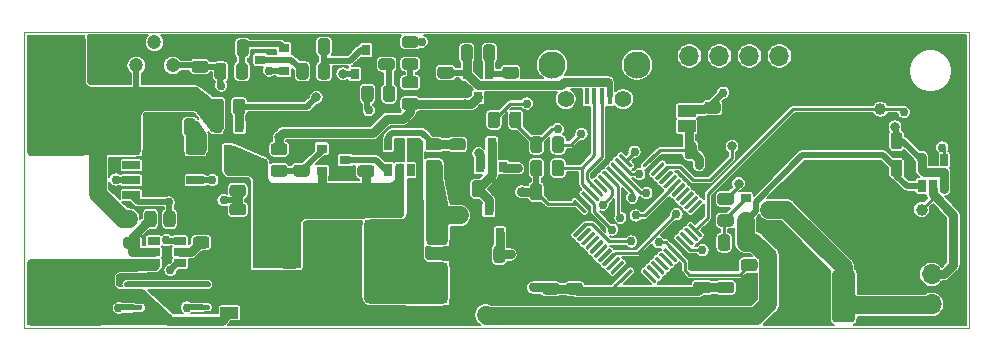
<source format=gbr>
G04 #@! TF.GenerationSoftware,KiCad,Pcbnew,(5.1.7)-1*
G04 #@! TF.CreationDate,2021-02-25T00:30:01+00:00*
G04 #@! TF.ProjectId,LedGateController,4c656447-6174-4654-936f-6e74726f6c6c,rev?*
G04 #@! TF.SameCoordinates,Original*
G04 #@! TF.FileFunction,Copper,L1,Top*
G04 #@! TF.FilePolarity,Positive*
%FSLAX46Y46*%
G04 Gerber Fmt 4.6, Leading zero omitted, Abs format (unit mm)*
G04 Created by KiCad (PCBNEW (5.1.7)-1) date 2021-02-25 00:30:01*
%MOMM*%
%LPD*%
G01*
G04 APERTURE LIST*
G04 #@! TA.AperFunction,Profile*
%ADD10C,0.050000*%
G04 #@! TD*
G04 #@! TA.AperFunction,SMDPad,CuDef*
%ADD11R,5.000000X5.000000*%
G04 #@! TD*
G04 #@! TA.AperFunction,SMDPad,CuDef*
%ADD12R,0.800000X0.900000*%
G04 #@! TD*
G04 #@! TA.AperFunction,SMDPad,CuDef*
%ADD13R,1.060000X0.650000*%
G04 #@! TD*
G04 #@! TA.AperFunction,ComponentPad*
%ADD14C,1.400000*%
G04 #@! TD*
G04 #@! TA.AperFunction,ComponentPad*
%ADD15C,2.300000*%
G04 #@! TD*
G04 #@! TA.AperFunction,SMDPad,CuDef*
%ADD16R,0.400000X1.350000*%
G04 #@! TD*
G04 #@! TA.AperFunction,SMDPad,CuDef*
%ADD17R,4.100000X4.100000*%
G04 #@! TD*
G04 #@! TA.AperFunction,ComponentPad*
%ADD18C,1.200000*%
G04 #@! TD*
G04 #@! TA.AperFunction,SMDPad,CuDef*
%ADD19R,0.900000X0.800000*%
G04 #@! TD*
G04 #@! TA.AperFunction,SMDPad,CuDef*
%ADD20R,1.800000X3.500000*%
G04 #@! TD*
G04 #@! TA.AperFunction,ComponentPad*
%ADD21O,1.700000X1.700000*%
G04 #@! TD*
G04 #@! TA.AperFunction,ComponentPad*
%ADD22R,1.700000X1.700000*%
G04 #@! TD*
G04 #@! TA.AperFunction,SMDPad,CuDef*
%ADD23R,1.500000X1.000000*%
G04 #@! TD*
G04 #@! TA.AperFunction,SMDPad,CuDef*
%ADD24R,1.525000X0.700000*%
G04 #@! TD*
G04 #@! TA.AperFunction,SMDPad,CuDef*
%ADD25R,2.513000X3.402000*%
G04 #@! TD*
G04 #@! TA.AperFunction,SMDPad,CuDef*
%ADD26R,0.650000X1.060000*%
G04 #@! TD*
G04 #@! TA.AperFunction,SMDPad,CuDef*
%ADD27C,1.000000*%
G04 #@! TD*
G04 #@! TA.AperFunction,ViaPad*
%ADD28C,0.750000*%
G04 #@! TD*
G04 #@! TA.AperFunction,ViaPad*
%ADD29C,0.800000*%
G04 #@! TD*
G04 #@! TA.AperFunction,ViaPad*
%ADD30C,1.500000*%
G04 #@! TD*
G04 #@! TA.AperFunction,Conductor*
%ADD31C,0.500000*%
G04 #@! TD*
G04 #@! TA.AperFunction,Conductor*
%ADD32C,1.500000*%
G04 #@! TD*
G04 #@! TA.AperFunction,Conductor*
%ADD33C,2.000000*%
G04 #@! TD*
G04 #@! TA.AperFunction,Conductor*
%ADD34C,0.750000*%
G04 #@! TD*
G04 #@! TA.AperFunction,Conductor*
%ADD35C,0.250000*%
G04 #@! TD*
G04 #@! TA.AperFunction,Conductor*
%ADD36C,0.150000*%
G04 #@! TD*
G04 #@! TA.AperFunction,Conductor*
%ADD37C,0.254000*%
G04 #@! TD*
G04 APERTURE END LIST*
D10*
X0Y0D02*
X0Y-25010000D01*
X0Y0D02*
X80000000Y0D01*
X80000000Y-25000000D02*
X80000000Y0D01*
X0Y-25010000D02*
X80000000Y-25000000D01*
G04 #@! TA.AperFunction,SMDPad,CuDef*
G36*
G01*
X44700000Y-9950002D02*
X44700000Y-9049998D01*
G75*
G02*
X44949998Y-8800000I249998J0D01*
G01*
X45475002Y-8800000D01*
G75*
G02*
X45725000Y-9049998I0J-249998D01*
G01*
X45725000Y-9950002D01*
G75*
G02*
X45475002Y-10200000I-249998J0D01*
G01*
X44949998Y-10200000D01*
G75*
G02*
X44700000Y-9950002I0J249998D01*
G01*
G37*
G04 #@! TD.AperFunction*
G04 #@! TA.AperFunction,SMDPad,CuDef*
G36*
G01*
X42875000Y-9950002D02*
X42875000Y-9049998D01*
G75*
G02*
X43124998Y-8800000I249998J0D01*
G01*
X43650002Y-8800000D01*
G75*
G02*
X43900000Y-9049998I0J-249998D01*
G01*
X43900000Y-9950002D01*
G75*
G02*
X43650002Y-10200000I-249998J0D01*
G01*
X43124998Y-10200000D01*
G75*
G02*
X42875000Y-9950002I0J249998D01*
G01*
G37*
G04 #@! TD.AperFunction*
D11*
X2700000Y-2700000D03*
X2700000Y-22300000D03*
G04 #@! TA.AperFunction,SMDPad,CuDef*
G36*
G01*
X17649998Y-14475000D02*
X18550002Y-14475000D01*
G75*
G02*
X18800000Y-14724998I0J-249998D01*
G01*
X18800000Y-15250002D01*
G75*
G02*
X18550002Y-15500000I-249998J0D01*
G01*
X17649998Y-15500000D01*
G75*
G02*
X17400000Y-15250002I0J249998D01*
G01*
X17400000Y-14724998D01*
G75*
G02*
X17649998Y-14475000I249998J0D01*
G01*
G37*
G04 #@! TD.AperFunction*
G04 #@! TA.AperFunction,SMDPad,CuDef*
G36*
G01*
X17649998Y-16300000D02*
X18550002Y-16300000D01*
G75*
G02*
X18800000Y-16549998I0J-249998D01*
G01*
X18800000Y-17075002D01*
G75*
G02*
X18550002Y-17325000I-249998J0D01*
G01*
X17649998Y-17325000D01*
G75*
G02*
X17400000Y-17075002I0J249998D01*
G01*
X17400000Y-16549998D01*
G75*
G02*
X17649998Y-16300000I249998J0D01*
G01*
G37*
G04 #@! TD.AperFunction*
G04 #@! TA.AperFunction,SMDPad,CuDef*
G36*
G01*
X15875000Y-6750002D02*
X15875000Y-5849998D01*
G75*
G02*
X16124998Y-5600000I249998J0D01*
G01*
X16650002Y-5600000D01*
G75*
G02*
X16900000Y-5849998I0J-249998D01*
G01*
X16900000Y-6750002D01*
G75*
G02*
X16650002Y-7000000I-249998J0D01*
G01*
X16124998Y-7000000D01*
G75*
G02*
X15875000Y-6750002I0J249998D01*
G01*
G37*
G04 #@! TD.AperFunction*
G04 #@! TA.AperFunction,SMDPad,CuDef*
G36*
G01*
X17700000Y-6750002D02*
X17700000Y-5849998D01*
G75*
G02*
X17949998Y-5600000I249998J0D01*
G01*
X18475002Y-5600000D01*
G75*
G02*
X18725000Y-5849998I0J-249998D01*
G01*
X18725000Y-6750002D01*
G75*
G02*
X18475002Y-7000000I-249998J0D01*
G01*
X17949998Y-7000000D01*
G75*
G02*
X17700000Y-6750002I0J249998D01*
G01*
G37*
G04 #@! TD.AperFunction*
G04 #@! TA.AperFunction,SMDPad,CuDef*
G36*
G01*
X33150002Y-6575000D02*
X32249998Y-6575000D01*
G75*
G02*
X32000000Y-6325002I0J249998D01*
G01*
X32000000Y-5799998D01*
G75*
G02*
X32249998Y-5550000I249998J0D01*
G01*
X33150002Y-5550000D01*
G75*
G02*
X33400000Y-5799998I0J-249998D01*
G01*
X33400000Y-6325002D01*
G75*
G02*
X33150002Y-6575000I-249998J0D01*
G01*
G37*
G04 #@! TD.AperFunction*
G04 #@! TA.AperFunction,SMDPad,CuDef*
G36*
G01*
X33150002Y-4750000D02*
X32249998Y-4750000D01*
G75*
G02*
X32000000Y-4500002I0J249998D01*
G01*
X32000000Y-3974998D01*
G75*
G02*
X32249998Y-3725000I249998J0D01*
G01*
X33150002Y-3725000D01*
G75*
G02*
X33400000Y-3974998I0J-249998D01*
G01*
X33400000Y-4500002D01*
G75*
G02*
X33150002Y-4750000I-249998J0D01*
G01*
G37*
G04 #@! TD.AperFunction*
G04 #@! TA.AperFunction,SMDPad,CuDef*
G36*
G01*
X11812500Y-16250002D02*
X11812500Y-15349998D01*
G75*
G02*
X12062498Y-15100000I249998J0D01*
G01*
X12587502Y-15100000D01*
G75*
G02*
X12837500Y-15349998I0J-249998D01*
G01*
X12837500Y-16250002D01*
G75*
G02*
X12587502Y-16500000I-249998J0D01*
G01*
X12062498Y-16500000D01*
G75*
G02*
X11812500Y-16250002I0J249998D01*
G01*
G37*
G04 #@! TD.AperFunction*
G04 #@! TA.AperFunction,SMDPad,CuDef*
G36*
G01*
X13637500Y-16250002D02*
X13637500Y-15349998D01*
G75*
G02*
X13887498Y-15100000I249998J0D01*
G01*
X14412502Y-15100000D01*
G75*
G02*
X14662500Y-15349998I0J-249998D01*
G01*
X14662500Y-16250002D01*
G75*
G02*
X14412502Y-16500000I-249998J0D01*
G01*
X13887498Y-16500000D01*
G75*
G02*
X13637500Y-16250002I0J249998D01*
G01*
G37*
G04 #@! TD.AperFunction*
G04 #@! TA.AperFunction,SMDPad,CuDef*
G36*
G01*
X41100000Y-7850002D02*
X41100000Y-6949998D01*
G75*
G02*
X41349998Y-6700000I249998J0D01*
G01*
X41875002Y-6700000D01*
G75*
G02*
X42125000Y-6949998I0J-249998D01*
G01*
X42125000Y-7850002D01*
G75*
G02*
X41875002Y-8100000I-249998J0D01*
G01*
X41349998Y-8100000D01*
G75*
G02*
X41100000Y-7850002I0J249998D01*
G01*
G37*
G04 #@! TD.AperFunction*
G04 #@! TA.AperFunction,SMDPad,CuDef*
G36*
G01*
X39275000Y-7850002D02*
X39275000Y-6949998D01*
G75*
G02*
X39524998Y-6700000I249998J0D01*
G01*
X40050002Y-6700000D01*
G75*
G02*
X40300000Y-6949998I0J-249998D01*
G01*
X40300000Y-7850002D01*
G75*
G02*
X40050002Y-8100000I-249998J0D01*
G01*
X39524998Y-8100000D01*
G75*
G02*
X39275000Y-7850002I0J249998D01*
G01*
G37*
G04 #@! TD.AperFunction*
G04 #@! TA.AperFunction,SMDPad,CuDef*
G36*
G01*
X41650002Y-3925000D02*
X40749998Y-3925000D01*
G75*
G02*
X40500000Y-3675002I0J249998D01*
G01*
X40500000Y-3149998D01*
G75*
G02*
X40749998Y-2900000I249998J0D01*
G01*
X41650002Y-2900000D01*
G75*
G02*
X41900000Y-3149998I0J-249998D01*
G01*
X41900000Y-3675002D01*
G75*
G02*
X41650002Y-3925000I-249998J0D01*
G01*
G37*
G04 #@! TD.AperFunction*
G04 #@! TA.AperFunction,SMDPad,CuDef*
G36*
G01*
X41650002Y-2100000D02*
X40749998Y-2100000D01*
G75*
G02*
X40500000Y-1850002I0J249998D01*
G01*
X40500000Y-1324998D01*
G75*
G02*
X40749998Y-1075000I249998J0D01*
G01*
X41650002Y-1075000D01*
G75*
G02*
X41900000Y-1324998I0J-249998D01*
G01*
X41900000Y-1850002D01*
G75*
G02*
X41650002Y-2100000I-249998J0D01*
G01*
G37*
G04 #@! TD.AperFunction*
G04 #@! TA.AperFunction,SMDPad,CuDef*
G36*
G01*
X25925000Y-749998D02*
X25925000Y-1650002D01*
G75*
G02*
X25675002Y-1900000I-249998J0D01*
G01*
X25149998Y-1900000D01*
G75*
G02*
X24900000Y-1650002I0J249998D01*
G01*
X24900000Y-749998D01*
G75*
G02*
X25149998Y-500000I249998J0D01*
G01*
X25675002Y-500000D01*
G75*
G02*
X25925000Y-749998I0J-249998D01*
G01*
G37*
G04 #@! TD.AperFunction*
G04 #@! TA.AperFunction,SMDPad,CuDef*
G36*
G01*
X24100000Y-749998D02*
X24100000Y-1650002D01*
G75*
G02*
X23850002Y-1900000I-249998J0D01*
G01*
X23324998Y-1900000D01*
G75*
G02*
X23075000Y-1650002I0J249998D01*
G01*
X23075000Y-749998D01*
G75*
G02*
X23324998Y-500000I249998J0D01*
G01*
X23850002Y-500000D01*
G75*
G02*
X24100000Y-749998I0J-249998D01*
G01*
G37*
G04 #@! TD.AperFunction*
G04 #@! TA.AperFunction,SMDPad,CuDef*
G36*
G01*
X25925000Y-2849998D02*
X25925000Y-3750002D01*
G75*
G02*
X25675002Y-4000000I-249998J0D01*
G01*
X25149998Y-4000000D01*
G75*
G02*
X24900000Y-3750002I0J249998D01*
G01*
X24900000Y-2849998D01*
G75*
G02*
X25149998Y-2600000I249998J0D01*
G01*
X25675002Y-2600000D01*
G75*
G02*
X25925000Y-2849998I0J-249998D01*
G01*
G37*
G04 #@! TD.AperFunction*
G04 #@! TA.AperFunction,SMDPad,CuDef*
G36*
G01*
X24100000Y-2849998D02*
X24100000Y-3750002D01*
G75*
G02*
X23850002Y-4000000I-249998J0D01*
G01*
X23324998Y-4000000D01*
G75*
G02*
X23075000Y-3750002I0J249998D01*
G01*
X23075000Y-2849998D01*
G75*
G02*
X23324998Y-2600000I249998J0D01*
G01*
X23850002Y-2600000D01*
G75*
G02*
X24100000Y-2849998I0J-249998D01*
G01*
G37*
G04 #@! TD.AperFunction*
G04 #@! TA.AperFunction,SMDPad,CuDef*
G36*
G01*
X36150002Y-3925000D02*
X35249998Y-3925000D01*
G75*
G02*
X35000000Y-3675002I0J249998D01*
G01*
X35000000Y-3149998D01*
G75*
G02*
X35249998Y-2900000I249998J0D01*
G01*
X36150002Y-2900000D01*
G75*
G02*
X36400000Y-3149998I0J-249998D01*
G01*
X36400000Y-3675002D01*
G75*
G02*
X36150002Y-3925000I-249998J0D01*
G01*
G37*
G04 #@! TD.AperFunction*
G04 #@! TA.AperFunction,SMDPad,CuDef*
G36*
G01*
X36150002Y-2100000D02*
X35249998Y-2100000D01*
G75*
G02*
X35000000Y-1850002I0J249998D01*
G01*
X35000000Y-1324998D01*
G75*
G02*
X35249998Y-1075000I249998J0D01*
G01*
X36150002Y-1075000D01*
G75*
G02*
X36400000Y-1324998I0J-249998D01*
G01*
X36400000Y-1850002D01*
G75*
G02*
X36150002Y-2100000I-249998J0D01*
G01*
G37*
G04 #@! TD.AperFunction*
G04 #@! TA.AperFunction,SMDPad,CuDef*
G36*
G01*
X42875000Y-11950002D02*
X42875000Y-11049998D01*
G75*
G02*
X43124998Y-10800000I249998J0D01*
G01*
X43650002Y-10800000D01*
G75*
G02*
X43900000Y-11049998I0J-249998D01*
G01*
X43900000Y-11950002D01*
G75*
G02*
X43650002Y-12200000I-249998J0D01*
G01*
X43124998Y-12200000D01*
G75*
G02*
X42875000Y-11950002I0J249998D01*
G01*
G37*
G04 #@! TD.AperFunction*
G04 #@! TA.AperFunction,SMDPad,CuDef*
G36*
G01*
X44700000Y-11950002D02*
X44700000Y-11049998D01*
G75*
G02*
X44949998Y-10800000I249998J0D01*
G01*
X45475002Y-10800000D01*
G75*
G02*
X45725000Y-11049998I0J-249998D01*
G01*
X45725000Y-11950002D01*
G75*
G02*
X45475002Y-12200000I-249998J0D01*
G01*
X44949998Y-12200000D01*
G75*
G02*
X44700000Y-11950002I0J249998D01*
G01*
G37*
G04 #@! TD.AperFunction*
G04 #@! TA.AperFunction,SMDPad,CuDef*
G36*
G01*
X18975000Y-2849998D02*
X18975000Y-3750002D01*
G75*
G02*
X18725002Y-4000000I-249998J0D01*
G01*
X18199998Y-4000000D01*
G75*
G02*
X17950000Y-3750002I0J249998D01*
G01*
X17950000Y-2849998D01*
G75*
G02*
X18199998Y-2600000I249998J0D01*
G01*
X18725002Y-2600000D01*
G75*
G02*
X18975000Y-2849998I0J-249998D01*
G01*
G37*
G04 #@! TD.AperFunction*
G04 #@! TA.AperFunction,SMDPad,CuDef*
G36*
G01*
X17150000Y-2849998D02*
X17150000Y-3750002D01*
G75*
G02*
X16900002Y-4000000I-249998J0D01*
G01*
X16374998Y-4000000D01*
G75*
G02*
X16125000Y-3750002I0J249998D01*
G01*
X16125000Y-2849998D01*
G75*
G02*
X16374998Y-2600000I249998J0D01*
G01*
X16900002Y-2600000D01*
G75*
G02*
X17150000Y-2849998I0J-249998D01*
G01*
G37*
G04 #@! TD.AperFunction*
G04 #@! TA.AperFunction,SMDPad,CuDef*
G36*
G01*
X15350002Y-3425000D02*
X14449998Y-3425000D01*
G75*
G02*
X14200000Y-3175002I0J249998D01*
G01*
X14200000Y-2649998D01*
G75*
G02*
X14449998Y-2400000I249998J0D01*
G01*
X15350002Y-2400000D01*
G75*
G02*
X15600000Y-2649998I0J-249998D01*
G01*
X15600000Y-3175002D01*
G75*
G02*
X15350002Y-3425000I-249998J0D01*
G01*
G37*
G04 #@! TD.AperFunction*
G04 #@! TA.AperFunction,SMDPad,CuDef*
G36*
G01*
X15350002Y-1600000D02*
X14449998Y-1600000D01*
G75*
G02*
X14200000Y-1350002I0J249998D01*
G01*
X14200000Y-824998D01*
G75*
G02*
X14449998Y-575000I249998J0D01*
G01*
X15350002Y-575000D01*
G75*
G02*
X15600000Y-824998I0J-249998D01*
G01*
X15600000Y-1350002D01*
G75*
G02*
X15350002Y-1600000I-249998J0D01*
G01*
G37*
G04 #@! TD.AperFunction*
G04 #@! TA.AperFunction,SMDPad,CuDef*
G36*
G01*
X59800000Y-17349998D02*
X59800000Y-18250002D01*
G75*
G02*
X59550002Y-18500000I-249998J0D01*
G01*
X59024998Y-18500000D01*
G75*
G02*
X58775000Y-18250002I0J249998D01*
G01*
X58775000Y-17349998D01*
G75*
G02*
X59024998Y-17100000I249998J0D01*
G01*
X59550002Y-17100000D01*
G75*
G02*
X59800000Y-17349998I0J-249998D01*
G01*
G37*
G04 #@! TD.AperFunction*
G04 #@! TA.AperFunction,SMDPad,CuDef*
G36*
G01*
X61625000Y-17349998D02*
X61625000Y-18250002D01*
G75*
G02*
X61375002Y-18500000I-249998J0D01*
G01*
X60849998Y-18500000D01*
G75*
G02*
X60600000Y-18250002I0J249998D01*
G01*
X60600000Y-17349998D01*
G75*
G02*
X60849998Y-17100000I249998J0D01*
G01*
X61375002Y-17100000D01*
G75*
G02*
X61625000Y-17349998I0J-249998D01*
G01*
G37*
G04 #@! TD.AperFunction*
G04 #@! TA.AperFunction,SMDPad,CuDef*
G36*
G01*
X57849998Y-7687500D02*
X58750002Y-7687500D01*
G75*
G02*
X59000000Y-7937498I0J-249998D01*
G01*
X59000000Y-8462502D01*
G75*
G02*
X58750002Y-8712500I-249998J0D01*
G01*
X57849998Y-8712500D01*
G75*
G02*
X57600000Y-8462502I0J249998D01*
G01*
X57600000Y-7937498D01*
G75*
G02*
X57849998Y-7687500I249998J0D01*
G01*
G37*
G04 #@! TD.AperFunction*
G04 #@! TA.AperFunction,SMDPad,CuDef*
G36*
G01*
X57849998Y-5862500D02*
X58750002Y-5862500D01*
G75*
G02*
X59000000Y-6112498I0J-249998D01*
G01*
X59000000Y-6637502D01*
G75*
G02*
X58750002Y-6887500I-249998J0D01*
G01*
X57849998Y-6887500D01*
G75*
G02*
X57600000Y-6637502I0J249998D01*
G01*
X57600000Y-6112498D01*
G75*
G02*
X57849998Y-5862500I249998J0D01*
G01*
G37*
G04 #@! TD.AperFunction*
G04 #@! TA.AperFunction,SMDPad,CuDef*
G36*
G01*
X17649998Y-11075000D02*
X18550002Y-11075000D01*
G75*
G02*
X18800000Y-11324998I0J-249998D01*
G01*
X18800000Y-11850002D01*
G75*
G02*
X18550002Y-12100000I-249998J0D01*
G01*
X17649998Y-12100000D01*
G75*
G02*
X17400000Y-11850002I0J249998D01*
G01*
X17400000Y-11324998D01*
G75*
G02*
X17649998Y-11075000I249998J0D01*
G01*
G37*
G04 #@! TD.AperFunction*
G04 #@! TA.AperFunction,SMDPad,CuDef*
G36*
G01*
X17649998Y-12900000D02*
X18550002Y-12900000D01*
G75*
G02*
X18800000Y-13149998I0J-249998D01*
G01*
X18800000Y-13675002D01*
G75*
G02*
X18550002Y-13925000I-249998J0D01*
G01*
X17649998Y-13925000D01*
G75*
G02*
X17400000Y-13675002I0J249998D01*
G01*
X17400000Y-13149998D01*
G75*
G02*
X17649998Y-12900000I249998J0D01*
G01*
G37*
G04 #@! TD.AperFunction*
G04 #@! TA.AperFunction,SMDPad,CuDef*
G36*
G01*
X28575000Y-5650002D02*
X28575000Y-4749998D01*
G75*
G02*
X28824998Y-4500000I249998J0D01*
G01*
X29350002Y-4500000D01*
G75*
G02*
X29600000Y-4749998I0J-249998D01*
G01*
X29600000Y-5650002D01*
G75*
G02*
X29350002Y-5900000I-249998J0D01*
G01*
X28824998Y-5900000D01*
G75*
G02*
X28575000Y-5650002I0J249998D01*
G01*
G37*
G04 #@! TD.AperFunction*
G04 #@! TA.AperFunction,SMDPad,CuDef*
G36*
G01*
X30400000Y-5650002D02*
X30400000Y-4749998D01*
G75*
G02*
X30649998Y-4500000I249998J0D01*
G01*
X31175002Y-4500000D01*
G75*
G02*
X31425000Y-4749998I0J-249998D01*
G01*
X31425000Y-5650002D01*
G75*
G02*
X31175002Y-5900000I-249998J0D01*
G01*
X30649998Y-5900000D01*
G75*
G02*
X30400000Y-5650002I0J249998D01*
G01*
G37*
G04 #@! TD.AperFunction*
G04 #@! TA.AperFunction,SMDPad,CuDef*
G36*
G01*
X58949998Y-15412500D02*
X59850002Y-15412500D01*
G75*
G02*
X60100000Y-15662498I0J-249998D01*
G01*
X60100000Y-16187502D01*
G75*
G02*
X59850002Y-16437500I-249998J0D01*
G01*
X58949998Y-16437500D01*
G75*
G02*
X58700000Y-16187502I0J249998D01*
G01*
X58700000Y-15662498D01*
G75*
G02*
X58949998Y-15412500I249998J0D01*
G01*
G37*
G04 #@! TD.AperFunction*
G04 #@! TA.AperFunction,SMDPad,CuDef*
G36*
G01*
X58949998Y-13587500D02*
X59850002Y-13587500D01*
G75*
G02*
X60100000Y-13837498I0J-249998D01*
G01*
X60100000Y-14362502D01*
G75*
G02*
X59850002Y-14612500I-249998J0D01*
G01*
X58949998Y-14612500D01*
G75*
G02*
X58700000Y-14362502I0J249998D01*
G01*
X58700000Y-13837498D01*
G75*
G02*
X58949998Y-13587500I249998J0D01*
G01*
G37*
G04 #@! TD.AperFunction*
G04 #@! TA.AperFunction,SMDPad,CuDef*
G36*
G01*
X15450002Y-20125000D02*
X14549998Y-20125000D01*
G75*
G02*
X14300000Y-19875002I0J249998D01*
G01*
X14300000Y-19349998D01*
G75*
G02*
X14549998Y-19100000I249998J0D01*
G01*
X15450002Y-19100000D01*
G75*
G02*
X15700000Y-19349998I0J-249998D01*
G01*
X15700000Y-19875002D01*
G75*
G02*
X15450002Y-20125000I-249998J0D01*
G01*
G37*
G04 #@! TD.AperFunction*
G04 #@! TA.AperFunction,SMDPad,CuDef*
G36*
G01*
X15450002Y-18300000D02*
X14549998Y-18300000D01*
G75*
G02*
X14300000Y-18050002I0J249998D01*
G01*
X14300000Y-17524998D01*
G75*
G02*
X14549998Y-17275000I249998J0D01*
G01*
X15450002Y-17275000D01*
G75*
G02*
X15700000Y-17524998I0J-249998D01*
G01*
X15700000Y-18050002D01*
G75*
G02*
X15450002Y-18300000I-249998J0D01*
G01*
G37*
G04 #@! TD.AperFunction*
G04 #@! TA.AperFunction,SMDPad,CuDef*
G36*
G01*
X35150002Y-10000000D02*
X34249998Y-10000000D01*
G75*
G02*
X34000000Y-9750002I0J249998D01*
G01*
X34000000Y-9224998D01*
G75*
G02*
X34249998Y-8975000I249998J0D01*
G01*
X35150002Y-8975000D01*
G75*
G02*
X35400000Y-9224998I0J-249998D01*
G01*
X35400000Y-9750002D01*
G75*
G02*
X35150002Y-10000000I-249998J0D01*
G01*
G37*
G04 #@! TD.AperFunction*
G04 #@! TA.AperFunction,SMDPad,CuDef*
G36*
G01*
X35150002Y-11825000D02*
X34249998Y-11825000D01*
G75*
G02*
X34000000Y-11575002I0J249998D01*
G01*
X34000000Y-11049998D01*
G75*
G02*
X34249998Y-10800000I249998J0D01*
G01*
X35150002Y-10800000D01*
G75*
G02*
X35400000Y-11049998I0J-249998D01*
G01*
X35400000Y-11575002D01*
G75*
G02*
X35150002Y-11825000I-249998J0D01*
G01*
G37*
G04 #@! TD.AperFunction*
G04 #@! TA.AperFunction,SMDPad,CuDef*
G36*
G01*
X36249998Y-10800000D02*
X37150002Y-10800000D01*
G75*
G02*
X37400000Y-11049998I0J-249998D01*
G01*
X37400000Y-11575002D01*
G75*
G02*
X37150002Y-11825000I-249998J0D01*
G01*
X36249998Y-11825000D01*
G75*
G02*
X36000000Y-11575002I0J249998D01*
G01*
X36000000Y-11049998D01*
G75*
G02*
X36249998Y-10800000I249998J0D01*
G01*
G37*
G04 #@! TD.AperFunction*
G04 #@! TA.AperFunction,SMDPad,CuDef*
G36*
G01*
X36249998Y-8975000D02*
X37150002Y-8975000D01*
G75*
G02*
X37400000Y-9224998I0J-249998D01*
G01*
X37400000Y-9750002D01*
G75*
G02*
X37150002Y-10000000I-249998J0D01*
G01*
X36249998Y-10000000D01*
G75*
G02*
X36000000Y-9750002I0J249998D01*
G01*
X36000000Y-9224998D01*
G75*
G02*
X36249998Y-8975000I249998J0D01*
G01*
G37*
G04 #@! TD.AperFunction*
G04 #@! TA.AperFunction,SMDPad,CuDef*
G36*
G01*
X8375000Y-16250002D02*
X8375000Y-15349998D01*
G75*
G02*
X8624998Y-15100000I249998J0D01*
G01*
X9150002Y-15100000D01*
G75*
G02*
X9400000Y-15349998I0J-249998D01*
G01*
X9400000Y-16250002D01*
G75*
G02*
X9150002Y-16500000I-249998J0D01*
G01*
X8624998Y-16500000D01*
G75*
G02*
X8375000Y-16250002I0J249998D01*
G01*
G37*
G04 #@! TD.AperFunction*
G04 #@! TA.AperFunction,SMDPad,CuDef*
G36*
G01*
X10200000Y-16250002D02*
X10200000Y-15349998D01*
G75*
G02*
X10449998Y-15100000I249998J0D01*
G01*
X10975002Y-15100000D01*
G75*
G02*
X11225000Y-15349998I0J-249998D01*
G01*
X11225000Y-16250002D01*
G75*
G02*
X10975002Y-16500000I-249998J0D01*
G01*
X10449998Y-16500000D01*
G75*
G02*
X10200000Y-16250002I0J249998D01*
G01*
G37*
G04 #@! TD.AperFunction*
G04 #@! TA.AperFunction,SMDPad,CuDef*
G36*
G01*
X23950002Y-10400000D02*
X23049998Y-10400000D01*
G75*
G02*
X22800000Y-10150002I0J249998D01*
G01*
X22800000Y-9624998D01*
G75*
G02*
X23049998Y-9375000I249998J0D01*
G01*
X23950002Y-9375000D01*
G75*
G02*
X24200000Y-9624998I0J-249998D01*
G01*
X24200000Y-10150002D01*
G75*
G02*
X23950002Y-10400000I-249998J0D01*
G01*
G37*
G04 #@! TD.AperFunction*
G04 #@! TA.AperFunction,SMDPad,CuDef*
G36*
G01*
X23950002Y-12225000D02*
X23049998Y-12225000D01*
G75*
G02*
X22800000Y-11975002I0J249998D01*
G01*
X22800000Y-11449998D01*
G75*
G02*
X23049998Y-11200000I249998J0D01*
G01*
X23950002Y-11200000D01*
G75*
G02*
X24200000Y-11449998I0J-249998D01*
G01*
X24200000Y-11975002D01*
G75*
G02*
X23950002Y-12225000I-249998J0D01*
G01*
G37*
G04 #@! TD.AperFunction*
G04 #@! TA.AperFunction,SMDPad,CuDef*
G36*
G01*
X22050002Y-12225000D02*
X21149998Y-12225000D01*
G75*
G02*
X20900000Y-11975002I0J249998D01*
G01*
X20900000Y-11449998D01*
G75*
G02*
X21149998Y-11200000I249998J0D01*
G01*
X22050002Y-11200000D01*
G75*
G02*
X22300000Y-11449998I0J-249998D01*
G01*
X22300000Y-11975002D01*
G75*
G02*
X22050002Y-12225000I-249998J0D01*
G01*
G37*
G04 #@! TD.AperFunction*
G04 #@! TA.AperFunction,SMDPad,CuDef*
G36*
G01*
X22050002Y-10400000D02*
X21149998Y-10400000D01*
G75*
G02*
X20900000Y-10150002I0J249998D01*
G01*
X20900000Y-9624998D01*
G75*
G02*
X21149998Y-9375000I249998J0D01*
G01*
X22050002Y-9375000D01*
G75*
G02*
X22300000Y-9624998I0J-249998D01*
G01*
X22300000Y-10150002D01*
G75*
G02*
X22050002Y-10400000I-249998J0D01*
G01*
G37*
G04 #@! TD.AperFunction*
D12*
X28950000Y-1500000D03*
X27050000Y-1500000D03*
X28000000Y-3500000D03*
D13*
X13200000Y-19550000D03*
X13200000Y-18600000D03*
X13200000Y-17650000D03*
X11000000Y-17650000D03*
X11000000Y-19550000D03*
X11000000Y-18600000D03*
G04 #@! TA.AperFunction,SMDPad,CuDef*
G36*
G01*
X8550000Y-21425000D02*
X8550000Y-21225000D01*
G75*
G02*
X8650000Y-21125000I100000J0D01*
G01*
X9925000Y-21125000D01*
G75*
G02*
X10025000Y-21225000I0J-100000D01*
G01*
X10025000Y-21425000D01*
G75*
G02*
X9925000Y-21525000I-100000J0D01*
G01*
X8650000Y-21525000D01*
G75*
G02*
X8550000Y-21425000I0J100000D01*
G01*
G37*
G04 #@! TD.AperFunction*
G04 #@! TA.AperFunction,SMDPad,CuDef*
G36*
G01*
X8550000Y-22075000D02*
X8550000Y-21875000D01*
G75*
G02*
X8650000Y-21775000I100000J0D01*
G01*
X9925000Y-21775000D01*
G75*
G02*
X10025000Y-21875000I0J-100000D01*
G01*
X10025000Y-22075000D01*
G75*
G02*
X9925000Y-22175000I-100000J0D01*
G01*
X8650000Y-22175000D01*
G75*
G02*
X8550000Y-22075000I0J100000D01*
G01*
G37*
G04 #@! TD.AperFunction*
G04 #@! TA.AperFunction,SMDPad,CuDef*
G36*
G01*
X8550000Y-22725000D02*
X8550000Y-22525000D01*
G75*
G02*
X8650000Y-22425000I100000J0D01*
G01*
X9925000Y-22425000D01*
G75*
G02*
X10025000Y-22525000I0J-100000D01*
G01*
X10025000Y-22725000D01*
G75*
G02*
X9925000Y-22825000I-100000J0D01*
G01*
X8650000Y-22825000D01*
G75*
G02*
X8550000Y-22725000I0J100000D01*
G01*
G37*
G04 #@! TD.AperFunction*
G04 #@! TA.AperFunction,SMDPad,CuDef*
G36*
G01*
X8550000Y-23375000D02*
X8550000Y-23175000D01*
G75*
G02*
X8650000Y-23075000I100000J0D01*
G01*
X9925000Y-23075000D01*
G75*
G02*
X10025000Y-23175000I0J-100000D01*
G01*
X10025000Y-23375000D01*
G75*
G02*
X9925000Y-23475000I-100000J0D01*
G01*
X8650000Y-23475000D01*
G75*
G02*
X8550000Y-23375000I0J100000D01*
G01*
G37*
G04 #@! TD.AperFunction*
G04 #@! TA.AperFunction,SMDPad,CuDef*
G36*
G01*
X14275000Y-23375000D02*
X14275000Y-23175000D01*
G75*
G02*
X14375000Y-23075000I100000J0D01*
G01*
X15650000Y-23075000D01*
G75*
G02*
X15750000Y-23175000I0J-100000D01*
G01*
X15750000Y-23375000D01*
G75*
G02*
X15650000Y-23475000I-100000J0D01*
G01*
X14375000Y-23475000D01*
G75*
G02*
X14275000Y-23375000I0J100000D01*
G01*
G37*
G04 #@! TD.AperFunction*
G04 #@! TA.AperFunction,SMDPad,CuDef*
G36*
G01*
X14275000Y-22725000D02*
X14275000Y-22525000D01*
G75*
G02*
X14375000Y-22425000I100000J0D01*
G01*
X15650000Y-22425000D01*
G75*
G02*
X15750000Y-22525000I0J-100000D01*
G01*
X15750000Y-22725000D01*
G75*
G02*
X15650000Y-22825000I-100000J0D01*
G01*
X14375000Y-22825000D01*
G75*
G02*
X14275000Y-22725000I0J100000D01*
G01*
G37*
G04 #@! TD.AperFunction*
G04 #@! TA.AperFunction,SMDPad,CuDef*
G36*
G01*
X14275000Y-22075000D02*
X14275000Y-21875000D01*
G75*
G02*
X14375000Y-21775000I100000J0D01*
G01*
X15650000Y-21775000D01*
G75*
G02*
X15750000Y-21875000I0J-100000D01*
G01*
X15750000Y-22075000D01*
G75*
G02*
X15650000Y-22175000I-100000J0D01*
G01*
X14375000Y-22175000D01*
G75*
G02*
X14275000Y-22075000I0J100000D01*
G01*
G37*
G04 #@! TD.AperFunction*
G04 #@! TA.AperFunction,SMDPad,CuDef*
G36*
G01*
X14275000Y-21425000D02*
X14275000Y-21225000D01*
G75*
G02*
X14375000Y-21125000I100000J0D01*
G01*
X15650000Y-21125000D01*
G75*
G02*
X15750000Y-21225000I0J-100000D01*
G01*
X15750000Y-21425000D01*
G75*
G02*
X15650000Y-21525000I-100000J0D01*
G01*
X14375000Y-21525000D01*
G75*
G02*
X14275000Y-21425000I0J100000D01*
G01*
G37*
G04 #@! TD.AperFunction*
D14*
X50725000Y-5650000D03*
X45875000Y-5650000D03*
D15*
X44700000Y-2750000D03*
X51900000Y-2750000D03*
D16*
X47000000Y-5425000D03*
X47650000Y-5425000D03*
X48300000Y-5425000D03*
X48950000Y-5425000D03*
X49600000Y-5425000D03*
G04 #@! TA.AperFunction,SMDPad,CuDef*
G36*
G01*
X57875000Y-20200000D02*
X56925000Y-20200000D01*
G75*
G02*
X56675000Y-19950000I0J250000D01*
G01*
X56675000Y-19450000D01*
G75*
G02*
X56925000Y-19200000I250000J0D01*
G01*
X57875000Y-19200000D01*
G75*
G02*
X58125000Y-19450000I0J-250000D01*
G01*
X58125000Y-19950000D01*
G75*
G02*
X57875000Y-20200000I-250000J0D01*
G01*
G37*
G04 #@! TD.AperFunction*
G04 #@! TA.AperFunction,SMDPad,CuDef*
G36*
G01*
X57875000Y-22100000D02*
X56925000Y-22100000D01*
G75*
G02*
X56675000Y-21850000I0J250000D01*
G01*
X56675000Y-21350000D01*
G75*
G02*
X56925000Y-21100000I250000J0D01*
G01*
X57875000Y-21100000D01*
G75*
G02*
X58125000Y-21350000I0J-250000D01*
G01*
X58125000Y-21850000D01*
G75*
G02*
X57875000Y-22100000I-250000J0D01*
G01*
G37*
G04 #@! TD.AperFunction*
D17*
X21395000Y-17935000D03*
X30895000Y-17935000D03*
G04 #@! TA.AperFunction,SMDPad,CuDef*
G36*
G01*
X70100001Y-15850000D02*
X68699999Y-15850000D01*
G75*
G02*
X68450000Y-15600001I0J249999D01*
G01*
X68450000Y-11699999D01*
G75*
G02*
X68699999Y-11450000I249999J0D01*
G01*
X70100001Y-11450000D01*
G75*
G02*
X70350000Y-11699999I0J-249999D01*
G01*
X70350000Y-15600001D01*
G75*
G02*
X70100001Y-15850000I-249999J0D01*
G01*
G37*
G04 #@! TD.AperFunction*
G04 #@! TA.AperFunction,SMDPad,CuDef*
G36*
G01*
X70100001Y-24550000D02*
X68699999Y-24550000D01*
G75*
G02*
X68450000Y-24300001I0J249999D01*
G01*
X68450000Y-20399999D01*
G75*
G02*
X68699999Y-20150000I249999J0D01*
G01*
X70100001Y-20150000D01*
G75*
G02*
X70350000Y-20399999I0J-249999D01*
G01*
X70350000Y-24300001D01*
G75*
G02*
X70100001Y-24550000I-249999J0D01*
G01*
G37*
G04 #@! TD.AperFunction*
D18*
X9500000Y-2800000D03*
X11050000Y-850000D03*
X12600000Y-2800000D03*
D19*
X27200000Y-10800000D03*
X25200000Y-11750000D03*
X25200000Y-9850000D03*
D12*
X39350000Y-15025000D03*
X40300000Y-17025000D03*
X38400000Y-17025000D03*
D20*
X34980000Y-16210000D03*
X34980000Y-21210000D03*
D21*
X56340000Y-2000000D03*
X58880000Y-2000000D03*
X61420000Y-2000000D03*
X63960000Y-2000000D03*
D22*
X66500000Y-2000000D03*
D21*
X76850000Y-23030000D03*
X76850000Y-20490000D03*
D22*
X76850000Y-17950000D03*
D23*
X17400000Y-22450000D03*
X17400000Y-23750000D03*
D12*
X17300000Y-10000000D03*
X16350000Y-8000000D03*
X18250000Y-8000000D03*
G04 #@! TA.AperFunction,SMDPad,CuDef*
G36*
G01*
X57850000Y-10475000D02*
X57850000Y-9525000D01*
G75*
G02*
X58100000Y-9275000I250000J0D01*
G01*
X58600000Y-9275000D01*
G75*
G02*
X58850000Y-9525000I0J-250000D01*
G01*
X58850000Y-10475000D01*
G75*
G02*
X58600000Y-10725000I-250000J0D01*
G01*
X58100000Y-10725000D01*
G75*
G02*
X57850000Y-10475000I0J250000D01*
G01*
G37*
G04 #@! TD.AperFunction*
G04 #@! TA.AperFunction,SMDPad,CuDef*
G36*
G01*
X55950000Y-10475000D02*
X55950000Y-9525000D01*
G75*
G02*
X56200000Y-9275000I250000J0D01*
G01*
X56700000Y-9275000D01*
G75*
G02*
X56950000Y-9525000I0J-250000D01*
G01*
X56950000Y-10475000D01*
G75*
G02*
X56700000Y-10725000I-250000J0D01*
G01*
X56200000Y-10725000D01*
G75*
G02*
X55950000Y-10475000I0J250000D01*
G01*
G37*
G04 #@! TD.AperFunction*
G04 #@! TA.AperFunction,SMDPad,CuDef*
G36*
G01*
X29425000Y-10350000D02*
X28475000Y-10350000D01*
G75*
G02*
X28225000Y-10100000I0J250000D01*
G01*
X28225000Y-9600000D01*
G75*
G02*
X28475000Y-9350000I250000J0D01*
G01*
X29425000Y-9350000D01*
G75*
G02*
X29675000Y-9600000I0J-250000D01*
G01*
X29675000Y-10100000D01*
G75*
G02*
X29425000Y-10350000I-250000J0D01*
G01*
G37*
G04 #@! TD.AperFunction*
G04 #@! TA.AperFunction,SMDPad,CuDef*
G36*
G01*
X29425000Y-12250000D02*
X28475000Y-12250000D01*
G75*
G02*
X28225000Y-12000000I0J250000D01*
G01*
X28225000Y-11500000D01*
G75*
G02*
X28475000Y-11250000I250000J0D01*
G01*
X29425000Y-11250000D01*
G75*
G02*
X29675000Y-11500000I0J-250000D01*
G01*
X29675000Y-12000000D01*
G75*
G02*
X29425000Y-12250000I-250000J0D01*
G01*
G37*
G04 #@! TD.AperFunction*
G04 #@! TA.AperFunction,SMDPad,CuDef*
G36*
G01*
X47075000Y-20300000D02*
X46125000Y-20300000D01*
G75*
G02*
X45875000Y-20050000I0J250000D01*
G01*
X45875000Y-19550000D01*
G75*
G02*
X46125000Y-19300000I250000J0D01*
G01*
X47075000Y-19300000D01*
G75*
G02*
X47325000Y-19550000I0J-250000D01*
G01*
X47325000Y-20050000D01*
G75*
G02*
X47075000Y-20300000I-250000J0D01*
G01*
G37*
G04 #@! TD.AperFunction*
G04 #@! TA.AperFunction,SMDPad,CuDef*
G36*
G01*
X47075000Y-22200000D02*
X46125000Y-22200000D01*
G75*
G02*
X45875000Y-21950000I0J250000D01*
G01*
X45875000Y-21450000D01*
G75*
G02*
X46125000Y-21200000I250000J0D01*
G01*
X47075000Y-21200000D01*
G75*
G02*
X47325000Y-21450000I0J-250000D01*
G01*
X47325000Y-21950000D01*
G75*
G02*
X47075000Y-22200000I-250000J0D01*
G01*
G37*
G04 #@! TD.AperFunction*
G04 #@! TA.AperFunction,SMDPad,CuDef*
G36*
G01*
X44750000Y-13975000D02*
X44750000Y-13025000D01*
G75*
G02*
X45000000Y-12775000I250000J0D01*
G01*
X45500000Y-12775000D01*
G75*
G02*
X45750000Y-13025000I0J-250000D01*
G01*
X45750000Y-13975000D01*
G75*
G02*
X45500000Y-14225000I-250000J0D01*
G01*
X45000000Y-14225000D01*
G75*
G02*
X44750000Y-13975000I0J250000D01*
G01*
G37*
G04 #@! TD.AperFunction*
G04 #@! TA.AperFunction,SMDPad,CuDef*
G36*
G01*
X42850000Y-13975000D02*
X42850000Y-13025000D01*
G75*
G02*
X43100000Y-12775000I250000J0D01*
G01*
X43600000Y-12775000D01*
G75*
G02*
X43850000Y-13025000I0J-250000D01*
G01*
X43850000Y-13975000D01*
G75*
G02*
X43600000Y-14225000I-250000J0D01*
G01*
X43100000Y-14225000D01*
G75*
G02*
X42850000Y-13975000I0J250000D01*
G01*
G37*
G04 #@! TD.AperFunction*
G04 #@! TA.AperFunction,SMDPad,CuDef*
G36*
G01*
X8656690Y-17312500D02*
X9606690Y-17312500D01*
G75*
G02*
X9856690Y-17562500I0J-250000D01*
G01*
X9856690Y-18062500D01*
G75*
G02*
X9606690Y-18312500I-250000J0D01*
G01*
X8656690Y-18312500D01*
G75*
G02*
X8406690Y-18062500I0J250000D01*
G01*
X8406690Y-17562500D01*
G75*
G02*
X8656690Y-17312500I250000J0D01*
G01*
G37*
G04 #@! TD.AperFunction*
G04 #@! TA.AperFunction,SMDPad,CuDef*
G36*
G01*
X8656690Y-19212500D02*
X9606690Y-19212500D01*
G75*
G02*
X9856690Y-19462500I0J-250000D01*
G01*
X9856690Y-19962500D01*
G75*
G02*
X9606690Y-20212500I-250000J0D01*
G01*
X8656690Y-20212500D01*
G75*
G02*
X8406690Y-19962500I0J250000D01*
G01*
X8406690Y-19462500D01*
G75*
G02*
X8656690Y-19212500I250000J0D01*
G01*
G37*
G04 #@! TD.AperFunction*
G04 #@! TA.AperFunction,SMDPad,CuDef*
G36*
G01*
X45075000Y-20300000D02*
X44125000Y-20300000D01*
G75*
G02*
X43875000Y-20050000I0J250000D01*
G01*
X43875000Y-19550000D01*
G75*
G02*
X44125000Y-19300000I250000J0D01*
G01*
X45075000Y-19300000D01*
G75*
G02*
X45325000Y-19550000I0J-250000D01*
G01*
X45325000Y-20050000D01*
G75*
G02*
X45075000Y-20300000I-250000J0D01*
G01*
G37*
G04 #@! TD.AperFunction*
G04 #@! TA.AperFunction,SMDPad,CuDef*
G36*
G01*
X45075000Y-22200000D02*
X44125000Y-22200000D01*
G75*
G02*
X43875000Y-21950000I0J250000D01*
G01*
X43875000Y-21450000D01*
G75*
G02*
X44125000Y-21200000I250000J0D01*
G01*
X45075000Y-21200000D01*
G75*
G02*
X45325000Y-21450000I0J-250000D01*
G01*
X45325000Y-21950000D01*
G75*
G02*
X45075000Y-22200000I-250000J0D01*
G01*
G37*
G04 #@! TD.AperFunction*
G04 #@! TA.AperFunction,SMDPad,CuDef*
G36*
G01*
X61875000Y-20200000D02*
X60925000Y-20200000D01*
G75*
G02*
X60675000Y-19950000I0J250000D01*
G01*
X60675000Y-19450000D01*
G75*
G02*
X60925000Y-19200000I250000J0D01*
G01*
X61875000Y-19200000D01*
G75*
G02*
X62125000Y-19450000I0J-250000D01*
G01*
X62125000Y-19950000D01*
G75*
G02*
X61875000Y-20200000I-250000J0D01*
G01*
G37*
G04 #@! TD.AperFunction*
G04 #@! TA.AperFunction,SMDPad,CuDef*
G36*
G01*
X61875000Y-22100000D02*
X60925000Y-22100000D01*
G75*
G02*
X60675000Y-21850000I0J250000D01*
G01*
X60675000Y-21350000D01*
G75*
G02*
X60925000Y-21100000I250000J0D01*
G01*
X61875000Y-21100000D01*
G75*
G02*
X62125000Y-21350000I0J-250000D01*
G01*
X62125000Y-21850000D01*
G75*
G02*
X61875000Y-22100000I-250000J0D01*
G01*
G37*
G04 #@! TD.AperFunction*
G04 #@! TA.AperFunction,SMDPad,CuDef*
G36*
G01*
X36150000Y-13625000D02*
X36150000Y-12675000D01*
G75*
G02*
X36400000Y-12425000I250000J0D01*
G01*
X36900000Y-12425000D01*
G75*
G02*
X37150000Y-12675000I0J-250000D01*
G01*
X37150000Y-13625000D01*
G75*
G02*
X36900000Y-13875000I-250000J0D01*
G01*
X36400000Y-13875000D01*
G75*
G02*
X36150000Y-13625000I0J250000D01*
G01*
G37*
G04 #@! TD.AperFunction*
G04 #@! TA.AperFunction,SMDPad,CuDef*
G36*
G01*
X34250000Y-13625000D02*
X34250000Y-12675000D01*
G75*
G02*
X34500000Y-12425000I250000J0D01*
G01*
X35000000Y-12425000D01*
G75*
G02*
X35250000Y-12675000I0J-250000D01*
G01*
X35250000Y-13625000D01*
G75*
G02*
X35000000Y-13875000I-250000J0D01*
G01*
X34500000Y-13875000D01*
G75*
G02*
X34250000Y-13625000I0J250000D01*
G01*
G37*
G04 #@! TD.AperFunction*
G04 #@! TA.AperFunction,SMDPad,CuDef*
G36*
G01*
X39825000Y-13725000D02*
X39825000Y-12775000D01*
G75*
G02*
X40075000Y-12525000I250000J0D01*
G01*
X40575000Y-12525000D01*
G75*
G02*
X40825000Y-12775000I0J-250000D01*
G01*
X40825000Y-13725000D01*
G75*
G02*
X40575000Y-13975000I-250000J0D01*
G01*
X40075000Y-13975000D01*
G75*
G02*
X39825000Y-13725000I0J250000D01*
G01*
G37*
G04 #@! TD.AperFunction*
G04 #@! TA.AperFunction,SMDPad,CuDef*
G36*
G01*
X37925000Y-13725000D02*
X37925000Y-12775000D01*
G75*
G02*
X38175000Y-12525000I250000J0D01*
G01*
X38675000Y-12525000D01*
G75*
G02*
X38925000Y-12775000I0J-250000D01*
G01*
X38925000Y-13725000D01*
G75*
G02*
X38675000Y-13975000I-250000J0D01*
G01*
X38175000Y-13975000D01*
G75*
G02*
X37925000Y-13725000I0J250000D01*
G01*
G37*
G04 #@! TD.AperFunction*
G04 #@! TA.AperFunction,SMDPad,CuDef*
G36*
G01*
X40750000Y-18325000D02*
X40750000Y-19275000D01*
G75*
G02*
X40500000Y-19525000I-250000J0D01*
G01*
X40000000Y-19525000D01*
G75*
G02*
X39750000Y-19275000I0J250000D01*
G01*
X39750000Y-18325000D01*
G75*
G02*
X40000000Y-18075000I250000J0D01*
G01*
X40500000Y-18075000D01*
G75*
G02*
X40750000Y-18325000I0J-250000D01*
G01*
G37*
G04 #@! TD.AperFunction*
G04 #@! TA.AperFunction,SMDPad,CuDef*
G36*
G01*
X38850000Y-18325000D02*
X38850000Y-19275000D01*
G75*
G02*
X38600000Y-19525000I-250000J0D01*
G01*
X38100000Y-19525000D01*
G75*
G02*
X37850000Y-19275000I0J250000D01*
G01*
X37850000Y-18325000D01*
G75*
G02*
X38100000Y-18075000I250000J0D01*
G01*
X38600000Y-18075000D01*
G75*
G02*
X38850000Y-18325000I0J-250000D01*
G01*
G37*
G04 #@! TD.AperFunction*
G04 #@! TA.AperFunction,SMDPad,CuDef*
G36*
G01*
X72475000Y-8700000D02*
X72475000Y-9650000D01*
G75*
G02*
X72225000Y-9900000I-250000J0D01*
G01*
X71725000Y-9900000D01*
G75*
G02*
X71475000Y-9650000I0J250000D01*
G01*
X71475000Y-8700000D01*
G75*
G02*
X71725000Y-8450000I250000J0D01*
G01*
X72225000Y-8450000D01*
G75*
G02*
X72475000Y-8700000I0J-250000D01*
G01*
G37*
G04 #@! TD.AperFunction*
G04 #@! TA.AperFunction,SMDPad,CuDef*
G36*
G01*
X74375000Y-8700000D02*
X74375000Y-9650000D01*
G75*
G02*
X74125000Y-9900000I-250000J0D01*
G01*
X73625000Y-9900000D01*
G75*
G02*
X73375000Y-9650000I0J250000D01*
G01*
X73375000Y-8700000D01*
G75*
G02*
X73625000Y-8450000I250000J0D01*
G01*
X74125000Y-8450000D01*
G75*
G02*
X74375000Y-8700000I0J-250000D01*
G01*
G37*
G04 #@! TD.AperFunction*
G04 #@! TA.AperFunction,SMDPad,CuDef*
G36*
G01*
X72475000Y-11025000D02*
X72475000Y-11975000D01*
G75*
G02*
X72225000Y-12225000I-250000J0D01*
G01*
X71725000Y-12225000D01*
G75*
G02*
X71475000Y-11975000I0J250000D01*
G01*
X71475000Y-11025000D01*
G75*
G02*
X71725000Y-10775000I250000J0D01*
G01*
X72225000Y-10775000D01*
G75*
G02*
X72475000Y-11025000I0J-250000D01*
G01*
G37*
G04 #@! TD.AperFunction*
G04 #@! TA.AperFunction,SMDPad,CuDef*
G36*
G01*
X74375000Y-11025000D02*
X74375000Y-11975000D01*
G75*
G02*
X74125000Y-12225000I-250000J0D01*
G01*
X73625000Y-12225000D01*
G75*
G02*
X73375000Y-11975000I0J250000D01*
G01*
X73375000Y-11025000D01*
G75*
G02*
X73625000Y-10775000I250000J0D01*
G01*
X74125000Y-10775000D01*
G75*
G02*
X74375000Y-11025000I0J-250000D01*
G01*
G37*
G04 #@! TD.AperFunction*
G04 #@! TA.AperFunction,SMDPad,CuDef*
G36*
G01*
X59875000Y-20200000D02*
X58925000Y-20200000D01*
G75*
G02*
X58675000Y-19950000I0J250000D01*
G01*
X58675000Y-19450000D01*
G75*
G02*
X58925000Y-19200000I250000J0D01*
G01*
X59875000Y-19200000D01*
G75*
G02*
X60125000Y-19450000I0J-250000D01*
G01*
X60125000Y-19950000D01*
G75*
G02*
X59875000Y-20200000I-250000J0D01*
G01*
G37*
G04 #@! TD.AperFunction*
G04 #@! TA.AperFunction,SMDPad,CuDef*
G36*
G01*
X59875000Y-22100000D02*
X58925000Y-22100000D01*
G75*
G02*
X58675000Y-21850000I0J250000D01*
G01*
X58675000Y-21350000D01*
G75*
G02*
X58925000Y-21100000I250000J0D01*
G01*
X59875000Y-21100000D01*
G75*
G02*
X60125000Y-21350000I0J-250000D01*
G01*
X60125000Y-21850000D01*
G75*
G02*
X59875000Y-22100000I-250000J0D01*
G01*
G37*
G04 #@! TD.AperFunction*
G04 #@! TA.AperFunction,SMDPad,CuDef*
G36*
G01*
X19025000Y-850000D02*
X19025000Y-1800000D01*
G75*
G02*
X18775000Y-2050000I-250000J0D01*
G01*
X18275000Y-2050000D01*
G75*
G02*
X18025000Y-1800000I0J250000D01*
G01*
X18025000Y-850000D01*
G75*
G02*
X18275000Y-600000I250000J0D01*
G01*
X18775000Y-600000D01*
G75*
G02*
X19025000Y-850000I0J-250000D01*
G01*
G37*
G04 #@! TD.AperFunction*
G04 #@! TA.AperFunction,SMDPad,CuDef*
G36*
G01*
X17125000Y-850000D02*
X17125000Y-1800000D01*
G75*
G02*
X16875000Y-2050000I-250000J0D01*
G01*
X16375000Y-2050000D01*
G75*
G02*
X16125000Y-1800000I0J250000D01*
G01*
X16125000Y-850000D01*
G75*
G02*
X16375000Y-600000I250000J0D01*
G01*
X16875000Y-600000D01*
G75*
G02*
X17125000Y-850000I0J-250000D01*
G01*
G37*
G04 #@! TD.AperFunction*
G04 #@! TA.AperFunction,SMDPad,CuDef*
G36*
G01*
X37000000Y-2225000D02*
X37000000Y-1275000D01*
G75*
G02*
X37250000Y-1025000I250000J0D01*
G01*
X37750000Y-1025000D01*
G75*
G02*
X38000000Y-1275000I0J-250000D01*
G01*
X38000000Y-2225000D01*
G75*
G02*
X37750000Y-2475000I-250000J0D01*
G01*
X37250000Y-2475000D01*
G75*
G02*
X37000000Y-2225000I0J250000D01*
G01*
G37*
G04 #@! TD.AperFunction*
G04 #@! TA.AperFunction,SMDPad,CuDef*
G36*
G01*
X38900000Y-2225000D02*
X38900000Y-1275000D01*
G75*
G02*
X39150000Y-1025000I250000J0D01*
G01*
X39650000Y-1025000D01*
G75*
G02*
X39900000Y-1275000I0J-250000D01*
G01*
X39900000Y-2225000D01*
G75*
G02*
X39650000Y-2475000I-250000J0D01*
G01*
X39150000Y-2475000D01*
G75*
G02*
X38900000Y-2225000I0J250000D01*
G01*
G37*
G04 #@! TD.AperFunction*
G04 #@! TA.AperFunction,SMDPad,CuDef*
G36*
G01*
X14550000Y-7525000D02*
X14550000Y-8475000D01*
G75*
G02*
X14300000Y-8725000I-250000J0D01*
G01*
X13800000Y-8725000D01*
G75*
G02*
X13550000Y-8475000I0J250000D01*
G01*
X13550000Y-7525000D01*
G75*
G02*
X13800000Y-7275000I250000J0D01*
G01*
X14300000Y-7275000D01*
G75*
G02*
X14550000Y-7525000I0J-250000D01*
G01*
G37*
G04 #@! TD.AperFunction*
G04 #@! TA.AperFunction,SMDPad,CuDef*
G36*
G01*
X12650000Y-7525000D02*
X12650000Y-8475000D01*
G75*
G02*
X12400000Y-8725000I-250000J0D01*
G01*
X11900000Y-8725000D01*
G75*
G02*
X11650000Y-8475000I0J250000D01*
G01*
X11650000Y-7525000D01*
G75*
G02*
X11900000Y-7275000I250000J0D01*
G01*
X12400000Y-7275000D01*
G75*
G02*
X12650000Y-7525000I0J-250000D01*
G01*
G37*
G04 #@! TD.AperFunction*
G04 #@! TA.AperFunction,SMDPad,CuDef*
G36*
G01*
X8200000Y-8475000D02*
X8200000Y-7525000D01*
G75*
G02*
X8450000Y-7275000I250000J0D01*
G01*
X8950000Y-7275000D01*
G75*
G02*
X9200000Y-7525000I0J-250000D01*
G01*
X9200000Y-8475000D01*
G75*
G02*
X8950000Y-8725000I-250000J0D01*
G01*
X8450000Y-8725000D01*
G75*
G02*
X8200000Y-8475000I0J250000D01*
G01*
G37*
G04 #@! TD.AperFunction*
G04 #@! TA.AperFunction,SMDPad,CuDef*
G36*
G01*
X10100000Y-8475000D02*
X10100000Y-7525000D01*
G75*
G02*
X10350000Y-7275000I250000J0D01*
G01*
X10850000Y-7275000D01*
G75*
G02*
X11100000Y-7525000I0J-250000D01*
G01*
X11100000Y-8475000D01*
G75*
G02*
X10850000Y-8725000I-250000J0D01*
G01*
X10350000Y-8725000D01*
G75*
G02*
X10100000Y-8475000I0J250000D01*
G01*
G37*
G04 #@! TD.AperFunction*
G04 #@! TA.AperFunction,SMDPad,CuDef*
G36*
G01*
X30243750Y-325000D02*
X31156250Y-325000D01*
G75*
G02*
X31400000Y-568750I0J-243750D01*
G01*
X31400000Y-1056250D01*
G75*
G02*
X31156250Y-1300000I-243750J0D01*
G01*
X30243750Y-1300000D01*
G75*
G02*
X30000000Y-1056250I0J243750D01*
G01*
X30000000Y-568750D01*
G75*
G02*
X30243750Y-325000I243750J0D01*
G01*
G37*
G04 #@! TD.AperFunction*
G04 #@! TA.AperFunction,SMDPad,CuDef*
G36*
G01*
X30243750Y-2200000D02*
X31156250Y-2200000D01*
G75*
G02*
X31400000Y-2443750I0J-243750D01*
G01*
X31400000Y-2931250D01*
G75*
G02*
X31156250Y-3175000I-243750J0D01*
G01*
X30243750Y-3175000D01*
G75*
G02*
X30000000Y-2931250I0J243750D01*
G01*
X30000000Y-2443750D01*
G75*
G02*
X30243750Y-2200000I243750J0D01*
G01*
G37*
G04 #@! TD.AperFunction*
X39600000Y-9400000D03*
X40550000Y-11400000D03*
X38650000Y-11400000D03*
D19*
X22025000Y-3250000D03*
X22025000Y-1350000D03*
X20025000Y-2300000D03*
G04 #@! TA.AperFunction,SMDPad,CuDef*
G36*
G01*
X32243750Y-325000D02*
X33156250Y-325000D01*
G75*
G02*
X33400000Y-568750I0J-243750D01*
G01*
X33400000Y-1056250D01*
G75*
G02*
X33156250Y-1300000I-243750J0D01*
G01*
X32243750Y-1300000D01*
G75*
G02*
X32000000Y-1056250I0J243750D01*
G01*
X32000000Y-568750D01*
G75*
G02*
X32243750Y-325000I243750J0D01*
G01*
G37*
G04 #@! TD.AperFunction*
G04 #@! TA.AperFunction,SMDPad,CuDef*
G36*
G01*
X32243750Y-2200000D02*
X33156250Y-2200000D01*
G75*
G02*
X33400000Y-2443750I0J-243750D01*
G01*
X33400000Y-2931250D01*
G75*
G02*
X33156250Y-3175000I-243750J0D01*
G01*
X32243750Y-3175000D01*
G75*
G02*
X32000000Y-2931250I0J243750D01*
G01*
X32000000Y-2443750D01*
G75*
G02*
X32243750Y-2200000I243750J0D01*
G01*
G37*
G04 #@! TD.AperFunction*
D24*
X14512000Y-13780000D03*
X14512000Y-12510000D03*
X14512000Y-11240000D03*
X14512000Y-9970000D03*
X9088000Y-9970000D03*
X9088000Y-11240000D03*
X9088000Y-12510000D03*
X9088000Y-13780000D03*
D25*
X11800000Y-11875000D03*
D23*
X56100000Y-6650000D03*
X56100000Y-7950000D03*
D19*
X63100000Y-15000000D03*
X61100000Y-15950000D03*
X61100000Y-14050000D03*
D12*
X39400000Y-3500000D03*
X37500000Y-3500000D03*
X38450000Y-5500000D03*
G04 #@! TA.AperFunction,SMDPad,CuDef*
G36*
G01*
X53523312Y-21106334D02*
X53417246Y-21212400D01*
G75*
G02*
X53311180Y-21212400I-53033J53033D01*
G01*
X52374264Y-20275484D01*
G75*
G02*
X52374264Y-20169418I53033J53033D01*
G01*
X52480330Y-20063352D01*
G75*
G02*
X52586396Y-20063352I53033J-53033D01*
G01*
X53523312Y-21000268D01*
G75*
G02*
X53523312Y-21106334I-53033J-53033D01*
G01*
G37*
G04 #@! TD.AperFunction*
G04 #@! TA.AperFunction,SMDPad,CuDef*
G36*
G01*
X53876866Y-20752780D02*
X53770800Y-20858846D01*
G75*
G02*
X53664734Y-20858846I-53033J53033D01*
G01*
X52727818Y-19921930D01*
G75*
G02*
X52727818Y-19815864I53033J53033D01*
G01*
X52833884Y-19709798D01*
G75*
G02*
X52939950Y-19709798I53033J-53033D01*
G01*
X53876866Y-20646714D01*
G75*
G02*
X53876866Y-20752780I-53033J-53033D01*
G01*
G37*
G04 #@! TD.AperFunction*
G04 #@! TA.AperFunction,SMDPad,CuDef*
G36*
G01*
X54230419Y-20399227D02*
X54124353Y-20505293D01*
G75*
G02*
X54018287Y-20505293I-53033J53033D01*
G01*
X53081371Y-19568377D01*
G75*
G02*
X53081371Y-19462311I53033J53033D01*
G01*
X53187437Y-19356245D01*
G75*
G02*
X53293503Y-19356245I53033J-53033D01*
G01*
X54230419Y-20293161D01*
G75*
G02*
X54230419Y-20399227I-53033J-53033D01*
G01*
G37*
G04 #@! TD.AperFunction*
G04 #@! TA.AperFunction,SMDPad,CuDef*
G36*
G01*
X54583973Y-20045673D02*
X54477907Y-20151739D01*
G75*
G02*
X54371841Y-20151739I-53033J53033D01*
G01*
X53434925Y-19214823D01*
G75*
G02*
X53434925Y-19108757I53033J53033D01*
G01*
X53540991Y-19002691D01*
G75*
G02*
X53647057Y-19002691I53033J-53033D01*
G01*
X54583973Y-19939607D01*
G75*
G02*
X54583973Y-20045673I-53033J-53033D01*
G01*
G37*
G04 #@! TD.AperFunction*
G04 #@! TA.AperFunction,SMDPad,CuDef*
G36*
G01*
X54937526Y-19692120D02*
X54831460Y-19798186D01*
G75*
G02*
X54725394Y-19798186I-53033J53033D01*
G01*
X53788478Y-18861270D01*
G75*
G02*
X53788478Y-18755204I53033J53033D01*
G01*
X53894544Y-18649138D01*
G75*
G02*
X54000610Y-18649138I53033J-53033D01*
G01*
X54937526Y-19586054D01*
G75*
G02*
X54937526Y-19692120I-53033J-53033D01*
G01*
G37*
G04 #@! TD.AperFunction*
G04 #@! TA.AperFunction,SMDPad,CuDef*
G36*
G01*
X55291079Y-19338567D02*
X55185013Y-19444633D01*
G75*
G02*
X55078947Y-19444633I-53033J53033D01*
G01*
X54142031Y-18507717D01*
G75*
G02*
X54142031Y-18401651I53033J53033D01*
G01*
X54248097Y-18295585D01*
G75*
G02*
X54354163Y-18295585I53033J-53033D01*
G01*
X55291079Y-19232501D01*
G75*
G02*
X55291079Y-19338567I-53033J-53033D01*
G01*
G37*
G04 #@! TD.AperFunction*
G04 #@! TA.AperFunction,SMDPad,CuDef*
G36*
G01*
X55644633Y-18985013D02*
X55538567Y-19091079D01*
G75*
G02*
X55432501Y-19091079I-53033J53033D01*
G01*
X54495585Y-18154163D01*
G75*
G02*
X54495585Y-18048097I53033J53033D01*
G01*
X54601651Y-17942031D01*
G75*
G02*
X54707717Y-17942031I53033J-53033D01*
G01*
X55644633Y-18878947D01*
G75*
G02*
X55644633Y-18985013I-53033J-53033D01*
G01*
G37*
G04 #@! TD.AperFunction*
G04 #@! TA.AperFunction,SMDPad,CuDef*
G36*
G01*
X55998186Y-18631460D02*
X55892120Y-18737526D01*
G75*
G02*
X55786054Y-18737526I-53033J53033D01*
G01*
X54849138Y-17800610D01*
G75*
G02*
X54849138Y-17694544I53033J53033D01*
G01*
X54955204Y-17588478D01*
G75*
G02*
X55061270Y-17588478I53033J-53033D01*
G01*
X55998186Y-18525394D01*
G75*
G02*
X55998186Y-18631460I-53033J-53033D01*
G01*
G37*
G04 #@! TD.AperFunction*
G04 #@! TA.AperFunction,SMDPad,CuDef*
G36*
G01*
X56351739Y-18277907D02*
X56245673Y-18383973D01*
G75*
G02*
X56139607Y-18383973I-53033J53033D01*
G01*
X55202691Y-17447057D01*
G75*
G02*
X55202691Y-17340991I53033J53033D01*
G01*
X55308757Y-17234925D01*
G75*
G02*
X55414823Y-17234925I53033J-53033D01*
G01*
X56351739Y-18171841D01*
G75*
G02*
X56351739Y-18277907I-53033J-53033D01*
G01*
G37*
G04 #@! TD.AperFunction*
G04 #@! TA.AperFunction,SMDPad,CuDef*
G36*
G01*
X56705293Y-17924353D02*
X56599227Y-18030419D01*
G75*
G02*
X56493161Y-18030419I-53033J53033D01*
G01*
X55556245Y-17093503D01*
G75*
G02*
X55556245Y-16987437I53033J53033D01*
G01*
X55662311Y-16881371D01*
G75*
G02*
X55768377Y-16881371I53033J-53033D01*
G01*
X56705293Y-17818287D01*
G75*
G02*
X56705293Y-17924353I-53033J-53033D01*
G01*
G37*
G04 #@! TD.AperFunction*
G04 #@! TA.AperFunction,SMDPad,CuDef*
G36*
G01*
X57058846Y-17570800D02*
X56952780Y-17676866D01*
G75*
G02*
X56846714Y-17676866I-53033J53033D01*
G01*
X55909798Y-16739950D01*
G75*
G02*
X55909798Y-16633884I53033J53033D01*
G01*
X56015864Y-16527818D01*
G75*
G02*
X56121930Y-16527818I53033J-53033D01*
G01*
X57058846Y-17464734D01*
G75*
G02*
X57058846Y-17570800I-53033J-53033D01*
G01*
G37*
G04 #@! TD.AperFunction*
G04 #@! TA.AperFunction,SMDPad,CuDef*
G36*
G01*
X57412400Y-17217246D02*
X57306334Y-17323312D01*
G75*
G02*
X57200268Y-17323312I-53033J53033D01*
G01*
X56263352Y-16386396D01*
G75*
G02*
X56263352Y-16280330I53033J53033D01*
G01*
X56369418Y-16174264D01*
G75*
G02*
X56475484Y-16174264I53033J-53033D01*
G01*
X57412400Y-17111180D01*
G75*
G02*
X57412400Y-17217246I-53033J-53033D01*
G01*
G37*
G04 #@! TD.AperFunction*
G04 #@! TA.AperFunction,SMDPad,CuDef*
G36*
G01*
X57412400Y-14388820D02*
X56475484Y-15325736D01*
G75*
G02*
X56369418Y-15325736I-53033J53033D01*
G01*
X56263352Y-15219670D01*
G75*
G02*
X56263352Y-15113604I53033J53033D01*
G01*
X57200268Y-14176688D01*
G75*
G02*
X57306334Y-14176688I53033J-53033D01*
G01*
X57412400Y-14282754D01*
G75*
G02*
X57412400Y-14388820I-53033J-53033D01*
G01*
G37*
G04 #@! TD.AperFunction*
G04 #@! TA.AperFunction,SMDPad,CuDef*
G36*
G01*
X57058846Y-14035266D02*
X56121930Y-14972182D01*
G75*
G02*
X56015864Y-14972182I-53033J53033D01*
G01*
X55909798Y-14866116D01*
G75*
G02*
X55909798Y-14760050I53033J53033D01*
G01*
X56846714Y-13823134D01*
G75*
G02*
X56952780Y-13823134I53033J-53033D01*
G01*
X57058846Y-13929200D01*
G75*
G02*
X57058846Y-14035266I-53033J-53033D01*
G01*
G37*
G04 #@! TD.AperFunction*
G04 #@! TA.AperFunction,SMDPad,CuDef*
G36*
G01*
X56705293Y-13681713D02*
X55768377Y-14618629D01*
G75*
G02*
X55662311Y-14618629I-53033J53033D01*
G01*
X55556245Y-14512563D01*
G75*
G02*
X55556245Y-14406497I53033J53033D01*
G01*
X56493161Y-13469581D01*
G75*
G02*
X56599227Y-13469581I53033J-53033D01*
G01*
X56705293Y-13575647D01*
G75*
G02*
X56705293Y-13681713I-53033J-53033D01*
G01*
G37*
G04 #@! TD.AperFunction*
G04 #@! TA.AperFunction,SMDPad,CuDef*
G36*
G01*
X56351739Y-13328159D02*
X55414823Y-14265075D01*
G75*
G02*
X55308757Y-14265075I-53033J53033D01*
G01*
X55202691Y-14159009D01*
G75*
G02*
X55202691Y-14052943I53033J53033D01*
G01*
X56139607Y-13116027D01*
G75*
G02*
X56245673Y-13116027I53033J-53033D01*
G01*
X56351739Y-13222093D01*
G75*
G02*
X56351739Y-13328159I-53033J-53033D01*
G01*
G37*
G04 #@! TD.AperFunction*
G04 #@! TA.AperFunction,SMDPad,CuDef*
G36*
G01*
X55998186Y-12974606D02*
X55061270Y-13911522D01*
G75*
G02*
X54955204Y-13911522I-53033J53033D01*
G01*
X54849138Y-13805456D01*
G75*
G02*
X54849138Y-13699390I53033J53033D01*
G01*
X55786054Y-12762474D01*
G75*
G02*
X55892120Y-12762474I53033J-53033D01*
G01*
X55998186Y-12868540D01*
G75*
G02*
X55998186Y-12974606I-53033J-53033D01*
G01*
G37*
G04 #@! TD.AperFunction*
G04 #@! TA.AperFunction,SMDPad,CuDef*
G36*
G01*
X55644633Y-12621053D02*
X54707717Y-13557969D01*
G75*
G02*
X54601651Y-13557969I-53033J53033D01*
G01*
X54495585Y-13451903D01*
G75*
G02*
X54495585Y-13345837I53033J53033D01*
G01*
X55432501Y-12408921D01*
G75*
G02*
X55538567Y-12408921I53033J-53033D01*
G01*
X55644633Y-12514987D01*
G75*
G02*
X55644633Y-12621053I-53033J-53033D01*
G01*
G37*
G04 #@! TD.AperFunction*
G04 #@! TA.AperFunction,SMDPad,CuDef*
G36*
G01*
X55291079Y-12267499D02*
X54354163Y-13204415D01*
G75*
G02*
X54248097Y-13204415I-53033J53033D01*
G01*
X54142031Y-13098349D01*
G75*
G02*
X54142031Y-12992283I53033J53033D01*
G01*
X55078947Y-12055367D01*
G75*
G02*
X55185013Y-12055367I53033J-53033D01*
G01*
X55291079Y-12161433D01*
G75*
G02*
X55291079Y-12267499I-53033J-53033D01*
G01*
G37*
G04 #@! TD.AperFunction*
G04 #@! TA.AperFunction,SMDPad,CuDef*
G36*
G01*
X54937526Y-11913946D02*
X54000610Y-12850862D01*
G75*
G02*
X53894544Y-12850862I-53033J53033D01*
G01*
X53788478Y-12744796D01*
G75*
G02*
X53788478Y-12638730I53033J53033D01*
G01*
X54725394Y-11701814D01*
G75*
G02*
X54831460Y-11701814I53033J-53033D01*
G01*
X54937526Y-11807880D01*
G75*
G02*
X54937526Y-11913946I-53033J-53033D01*
G01*
G37*
G04 #@! TD.AperFunction*
G04 #@! TA.AperFunction,SMDPad,CuDef*
G36*
G01*
X54583973Y-11560393D02*
X53647057Y-12497309D01*
G75*
G02*
X53540991Y-12497309I-53033J53033D01*
G01*
X53434925Y-12391243D01*
G75*
G02*
X53434925Y-12285177I53033J53033D01*
G01*
X54371841Y-11348261D01*
G75*
G02*
X54477907Y-11348261I53033J-53033D01*
G01*
X54583973Y-11454327D01*
G75*
G02*
X54583973Y-11560393I-53033J-53033D01*
G01*
G37*
G04 #@! TD.AperFunction*
G04 #@! TA.AperFunction,SMDPad,CuDef*
G36*
G01*
X54230419Y-11206839D02*
X53293503Y-12143755D01*
G75*
G02*
X53187437Y-12143755I-53033J53033D01*
G01*
X53081371Y-12037689D01*
G75*
G02*
X53081371Y-11931623I53033J53033D01*
G01*
X54018287Y-10994707D01*
G75*
G02*
X54124353Y-10994707I53033J-53033D01*
G01*
X54230419Y-11100773D01*
G75*
G02*
X54230419Y-11206839I-53033J-53033D01*
G01*
G37*
G04 #@! TD.AperFunction*
G04 #@! TA.AperFunction,SMDPad,CuDef*
G36*
G01*
X53876866Y-10853286D02*
X52939950Y-11790202D01*
G75*
G02*
X52833884Y-11790202I-53033J53033D01*
G01*
X52727818Y-11684136D01*
G75*
G02*
X52727818Y-11578070I53033J53033D01*
G01*
X53664734Y-10641154D01*
G75*
G02*
X53770800Y-10641154I53033J-53033D01*
G01*
X53876866Y-10747220D01*
G75*
G02*
X53876866Y-10853286I-53033J-53033D01*
G01*
G37*
G04 #@! TD.AperFunction*
G04 #@! TA.AperFunction,SMDPad,CuDef*
G36*
G01*
X53523312Y-10499732D02*
X52586396Y-11436648D01*
G75*
G02*
X52480330Y-11436648I-53033J53033D01*
G01*
X52374264Y-11330582D01*
G75*
G02*
X52374264Y-11224516I53033J53033D01*
G01*
X53311180Y-10287600D01*
G75*
G02*
X53417246Y-10287600I53033J-53033D01*
G01*
X53523312Y-10393666D01*
G75*
G02*
X53523312Y-10499732I-53033J-53033D01*
G01*
G37*
G04 #@! TD.AperFunction*
G04 #@! TA.AperFunction,SMDPad,CuDef*
G36*
G01*
X51525736Y-11330582D02*
X51419670Y-11436648D01*
G75*
G02*
X51313604Y-11436648I-53033J53033D01*
G01*
X50376688Y-10499732D01*
G75*
G02*
X50376688Y-10393666I53033J53033D01*
G01*
X50482754Y-10287600D01*
G75*
G02*
X50588820Y-10287600I53033J-53033D01*
G01*
X51525736Y-11224516D01*
G75*
G02*
X51525736Y-11330582I-53033J-53033D01*
G01*
G37*
G04 #@! TD.AperFunction*
G04 #@! TA.AperFunction,SMDPad,CuDef*
G36*
G01*
X51172182Y-11684136D02*
X51066116Y-11790202D01*
G75*
G02*
X50960050Y-11790202I-53033J53033D01*
G01*
X50023134Y-10853286D01*
G75*
G02*
X50023134Y-10747220I53033J53033D01*
G01*
X50129200Y-10641154D01*
G75*
G02*
X50235266Y-10641154I53033J-53033D01*
G01*
X51172182Y-11578070D01*
G75*
G02*
X51172182Y-11684136I-53033J-53033D01*
G01*
G37*
G04 #@! TD.AperFunction*
G04 #@! TA.AperFunction,SMDPad,CuDef*
G36*
G01*
X50818629Y-12037689D02*
X50712563Y-12143755D01*
G75*
G02*
X50606497Y-12143755I-53033J53033D01*
G01*
X49669581Y-11206839D01*
G75*
G02*
X49669581Y-11100773I53033J53033D01*
G01*
X49775647Y-10994707D01*
G75*
G02*
X49881713Y-10994707I53033J-53033D01*
G01*
X50818629Y-11931623D01*
G75*
G02*
X50818629Y-12037689I-53033J-53033D01*
G01*
G37*
G04 #@! TD.AperFunction*
G04 #@! TA.AperFunction,SMDPad,CuDef*
G36*
G01*
X50465075Y-12391243D02*
X50359009Y-12497309D01*
G75*
G02*
X50252943Y-12497309I-53033J53033D01*
G01*
X49316027Y-11560393D01*
G75*
G02*
X49316027Y-11454327I53033J53033D01*
G01*
X49422093Y-11348261D01*
G75*
G02*
X49528159Y-11348261I53033J-53033D01*
G01*
X50465075Y-12285177D01*
G75*
G02*
X50465075Y-12391243I-53033J-53033D01*
G01*
G37*
G04 #@! TD.AperFunction*
G04 #@! TA.AperFunction,SMDPad,CuDef*
G36*
G01*
X50111522Y-12744796D02*
X50005456Y-12850862D01*
G75*
G02*
X49899390Y-12850862I-53033J53033D01*
G01*
X48962474Y-11913946D01*
G75*
G02*
X48962474Y-11807880I53033J53033D01*
G01*
X49068540Y-11701814D01*
G75*
G02*
X49174606Y-11701814I53033J-53033D01*
G01*
X50111522Y-12638730D01*
G75*
G02*
X50111522Y-12744796I-53033J-53033D01*
G01*
G37*
G04 #@! TD.AperFunction*
G04 #@! TA.AperFunction,SMDPad,CuDef*
G36*
G01*
X49757969Y-13098349D02*
X49651903Y-13204415D01*
G75*
G02*
X49545837Y-13204415I-53033J53033D01*
G01*
X48608921Y-12267499D01*
G75*
G02*
X48608921Y-12161433I53033J53033D01*
G01*
X48714987Y-12055367D01*
G75*
G02*
X48821053Y-12055367I53033J-53033D01*
G01*
X49757969Y-12992283D01*
G75*
G02*
X49757969Y-13098349I-53033J-53033D01*
G01*
G37*
G04 #@! TD.AperFunction*
G04 #@! TA.AperFunction,SMDPad,CuDef*
G36*
G01*
X49404415Y-13451903D02*
X49298349Y-13557969D01*
G75*
G02*
X49192283Y-13557969I-53033J53033D01*
G01*
X48255367Y-12621053D01*
G75*
G02*
X48255367Y-12514987I53033J53033D01*
G01*
X48361433Y-12408921D01*
G75*
G02*
X48467499Y-12408921I53033J-53033D01*
G01*
X49404415Y-13345837D01*
G75*
G02*
X49404415Y-13451903I-53033J-53033D01*
G01*
G37*
G04 #@! TD.AperFunction*
G04 #@! TA.AperFunction,SMDPad,CuDef*
G36*
G01*
X49050862Y-13805456D02*
X48944796Y-13911522D01*
G75*
G02*
X48838730Y-13911522I-53033J53033D01*
G01*
X47901814Y-12974606D01*
G75*
G02*
X47901814Y-12868540I53033J53033D01*
G01*
X48007880Y-12762474D01*
G75*
G02*
X48113946Y-12762474I53033J-53033D01*
G01*
X49050862Y-13699390D01*
G75*
G02*
X49050862Y-13805456I-53033J-53033D01*
G01*
G37*
G04 #@! TD.AperFunction*
G04 #@! TA.AperFunction,SMDPad,CuDef*
G36*
G01*
X48697309Y-14159009D02*
X48591243Y-14265075D01*
G75*
G02*
X48485177Y-14265075I-53033J53033D01*
G01*
X47548261Y-13328159D01*
G75*
G02*
X47548261Y-13222093I53033J53033D01*
G01*
X47654327Y-13116027D01*
G75*
G02*
X47760393Y-13116027I53033J-53033D01*
G01*
X48697309Y-14052943D01*
G75*
G02*
X48697309Y-14159009I-53033J-53033D01*
G01*
G37*
G04 #@! TD.AperFunction*
G04 #@! TA.AperFunction,SMDPad,CuDef*
G36*
G01*
X48343755Y-14512563D02*
X48237689Y-14618629D01*
G75*
G02*
X48131623Y-14618629I-53033J53033D01*
G01*
X47194707Y-13681713D01*
G75*
G02*
X47194707Y-13575647I53033J53033D01*
G01*
X47300773Y-13469581D01*
G75*
G02*
X47406839Y-13469581I53033J-53033D01*
G01*
X48343755Y-14406497D01*
G75*
G02*
X48343755Y-14512563I-53033J-53033D01*
G01*
G37*
G04 #@! TD.AperFunction*
G04 #@! TA.AperFunction,SMDPad,CuDef*
G36*
G01*
X47990202Y-14866116D02*
X47884136Y-14972182D01*
G75*
G02*
X47778070Y-14972182I-53033J53033D01*
G01*
X46841154Y-14035266D01*
G75*
G02*
X46841154Y-13929200I53033J53033D01*
G01*
X46947220Y-13823134D01*
G75*
G02*
X47053286Y-13823134I53033J-53033D01*
G01*
X47990202Y-14760050D01*
G75*
G02*
X47990202Y-14866116I-53033J-53033D01*
G01*
G37*
G04 #@! TD.AperFunction*
G04 #@! TA.AperFunction,SMDPad,CuDef*
G36*
G01*
X47636648Y-15219670D02*
X47530582Y-15325736D01*
G75*
G02*
X47424516Y-15325736I-53033J53033D01*
G01*
X46487600Y-14388820D01*
G75*
G02*
X46487600Y-14282754I53033J53033D01*
G01*
X46593666Y-14176688D01*
G75*
G02*
X46699732Y-14176688I53033J-53033D01*
G01*
X47636648Y-15113604D01*
G75*
G02*
X47636648Y-15219670I-53033J-53033D01*
G01*
G37*
G04 #@! TD.AperFunction*
G04 #@! TA.AperFunction,SMDPad,CuDef*
G36*
G01*
X47636648Y-16386396D02*
X46699732Y-17323312D01*
G75*
G02*
X46593666Y-17323312I-53033J53033D01*
G01*
X46487600Y-17217246D01*
G75*
G02*
X46487600Y-17111180I53033J53033D01*
G01*
X47424516Y-16174264D01*
G75*
G02*
X47530582Y-16174264I53033J-53033D01*
G01*
X47636648Y-16280330D01*
G75*
G02*
X47636648Y-16386396I-53033J-53033D01*
G01*
G37*
G04 #@! TD.AperFunction*
G04 #@! TA.AperFunction,SMDPad,CuDef*
G36*
G01*
X47990202Y-16739950D02*
X47053286Y-17676866D01*
G75*
G02*
X46947220Y-17676866I-53033J53033D01*
G01*
X46841154Y-17570800D01*
G75*
G02*
X46841154Y-17464734I53033J53033D01*
G01*
X47778070Y-16527818D01*
G75*
G02*
X47884136Y-16527818I53033J-53033D01*
G01*
X47990202Y-16633884D01*
G75*
G02*
X47990202Y-16739950I-53033J-53033D01*
G01*
G37*
G04 #@! TD.AperFunction*
G04 #@! TA.AperFunction,SMDPad,CuDef*
G36*
G01*
X48343755Y-17093503D02*
X47406839Y-18030419D01*
G75*
G02*
X47300773Y-18030419I-53033J53033D01*
G01*
X47194707Y-17924353D01*
G75*
G02*
X47194707Y-17818287I53033J53033D01*
G01*
X48131623Y-16881371D01*
G75*
G02*
X48237689Y-16881371I53033J-53033D01*
G01*
X48343755Y-16987437D01*
G75*
G02*
X48343755Y-17093503I-53033J-53033D01*
G01*
G37*
G04 #@! TD.AperFunction*
G04 #@! TA.AperFunction,SMDPad,CuDef*
G36*
G01*
X48697309Y-17447057D02*
X47760393Y-18383973D01*
G75*
G02*
X47654327Y-18383973I-53033J53033D01*
G01*
X47548261Y-18277907D01*
G75*
G02*
X47548261Y-18171841I53033J53033D01*
G01*
X48485177Y-17234925D01*
G75*
G02*
X48591243Y-17234925I53033J-53033D01*
G01*
X48697309Y-17340991D01*
G75*
G02*
X48697309Y-17447057I-53033J-53033D01*
G01*
G37*
G04 #@! TD.AperFunction*
G04 #@! TA.AperFunction,SMDPad,CuDef*
G36*
G01*
X49050862Y-17800610D02*
X48113946Y-18737526D01*
G75*
G02*
X48007880Y-18737526I-53033J53033D01*
G01*
X47901814Y-18631460D01*
G75*
G02*
X47901814Y-18525394I53033J53033D01*
G01*
X48838730Y-17588478D01*
G75*
G02*
X48944796Y-17588478I53033J-53033D01*
G01*
X49050862Y-17694544D01*
G75*
G02*
X49050862Y-17800610I-53033J-53033D01*
G01*
G37*
G04 #@! TD.AperFunction*
G04 #@! TA.AperFunction,SMDPad,CuDef*
G36*
G01*
X49404415Y-18154163D02*
X48467499Y-19091079D01*
G75*
G02*
X48361433Y-19091079I-53033J53033D01*
G01*
X48255367Y-18985013D01*
G75*
G02*
X48255367Y-18878947I53033J53033D01*
G01*
X49192283Y-17942031D01*
G75*
G02*
X49298349Y-17942031I53033J-53033D01*
G01*
X49404415Y-18048097D01*
G75*
G02*
X49404415Y-18154163I-53033J-53033D01*
G01*
G37*
G04 #@! TD.AperFunction*
G04 #@! TA.AperFunction,SMDPad,CuDef*
G36*
G01*
X49757969Y-18507717D02*
X48821053Y-19444633D01*
G75*
G02*
X48714987Y-19444633I-53033J53033D01*
G01*
X48608921Y-19338567D01*
G75*
G02*
X48608921Y-19232501I53033J53033D01*
G01*
X49545837Y-18295585D01*
G75*
G02*
X49651903Y-18295585I53033J-53033D01*
G01*
X49757969Y-18401651D01*
G75*
G02*
X49757969Y-18507717I-53033J-53033D01*
G01*
G37*
G04 #@! TD.AperFunction*
G04 #@! TA.AperFunction,SMDPad,CuDef*
G36*
G01*
X50111522Y-18861270D02*
X49174606Y-19798186D01*
G75*
G02*
X49068540Y-19798186I-53033J53033D01*
G01*
X48962474Y-19692120D01*
G75*
G02*
X48962474Y-19586054I53033J53033D01*
G01*
X49899390Y-18649138D01*
G75*
G02*
X50005456Y-18649138I53033J-53033D01*
G01*
X50111522Y-18755204D01*
G75*
G02*
X50111522Y-18861270I-53033J-53033D01*
G01*
G37*
G04 #@! TD.AperFunction*
G04 #@! TA.AperFunction,SMDPad,CuDef*
G36*
G01*
X50465075Y-19214823D02*
X49528159Y-20151739D01*
G75*
G02*
X49422093Y-20151739I-53033J53033D01*
G01*
X49316027Y-20045673D01*
G75*
G02*
X49316027Y-19939607I53033J53033D01*
G01*
X50252943Y-19002691D01*
G75*
G02*
X50359009Y-19002691I53033J-53033D01*
G01*
X50465075Y-19108757D01*
G75*
G02*
X50465075Y-19214823I-53033J-53033D01*
G01*
G37*
G04 #@! TD.AperFunction*
G04 #@! TA.AperFunction,SMDPad,CuDef*
G36*
G01*
X50818629Y-19568377D02*
X49881713Y-20505293D01*
G75*
G02*
X49775647Y-20505293I-53033J53033D01*
G01*
X49669581Y-20399227D01*
G75*
G02*
X49669581Y-20293161I53033J53033D01*
G01*
X50606497Y-19356245D01*
G75*
G02*
X50712563Y-19356245I53033J-53033D01*
G01*
X50818629Y-19462311D01*
G75*
G02*
X50818629Y-19568377I-53033J-53033D01*
G01*
G37*
G04 #@! TD.AperFunction*
G04 #@! TA.AperFunction,SMDPad,CuDef*
G36*
G01*
X51172182Y-19921930D02*
X50235266Y-20858846D01*
G75*
G02*
X50129200Y-20858846I-53033J53033D01*
G01*
X50023134Y-20752780D01*
G75*
G02*
X50023134Y-20646714I53033J53033D01*
G01*
X50960050Y-19709798D01*
G75*
G02*
X51066116Y-19709798I53033J-53033D01*
G01*
X51172182Y-19815864D01*
G75*
G02*
X51172182Y-19921930I-53033J-53033D01*
G01*
G37*
G04 #@! TD.AperFunction*
G04 #@! TA.AperFunction,SMDPad,CuDef*
G36*
G01*
X51525736Y-20275484D02*
X50588820Y-21212400D01*
G75*
G02*
X50482754Y-21212400I-53033J53033D01*
G01*
X50376688Y-21106334D01*
G75*
G02*
X50376688Y-21000268I53033J53033D01*
G01*
X51313604Y-20063352D01*
G75*
G02*
X51419670Y-20063352I53033J-53033D01*
G01*
X51525736Y-20169418D01*
G75*
G02*
X51525736Y-20275484I-53033J-53033D01*
G01*
G37*
G04 #@! TD.AperFunction*
D26*
X31800000Y-11650000D03*
X32750000Y-11650000D03*
X30850000Y-11650000D03*
X30850000Y-9450000D03*
X31800000Y-9450000D03*
X32750000Y-9450000D03*
X76958000Y-13001600D03*
X77908000Y-13001600D03*
X76008000Y-13001600D03*
X76008000Y-10801600D03*
X76958000Y-10801600D03*
X77908000Y-10801600D03*
D27*
X72500000Y-6500000D03*
X76000000Y-15000000D03*
D28*
X55800000Y-21900000D03*
X48800000Y-21900000D03*
X41200000Y-18800000D03*
X43100000Y-21600000D03*
X42100026Y-13500000D03*
D29*
X73749994Y-8000000D03*
D28*
X57150003Y-11249997D03*
X57450000Y-18450000D03*
D29*
X38500000Y-20500000D03*
X40000000Y-20500000D03*
X38500000Y-22000000D03*
X40000000Y-22000000D03*
X32000000Y-24000000D03*
X33500000Y-24000000D03*
X35000000Y-24000000D03*
X16750000Y-19100000D03*
X16750000Y-20600000D03*
X18250000Y-20600000D03*
X20000000Y-24000000D03*
X18250000Y-19100000D03*
X21500000Y-24000000D03*
X23000000Y-24000000D03*
X24500000Y-24000000D03*
X26000000Y-24000000D03*
X27500000Y-24000000D03*
X29000000Y-24000000D03*
X30500000Y-24000000D03*
X66500000Y-24000000D03*
X65000000Y-24000000D03*
X44500000Y-16000000D03*
X44500000Y-17500000D03*
X43000000Y-17500000D03*
X43000000Y-16000000D03*
X67750000Y-7500000D03*
X66250000Y-7500000D03*
X66250000Y-9000000D03*
X67750000Y-9000000D03*
X69500000Y-3000000D03*
X71000000Y-1500000D03*
X69500000Y-1500000D03*
X71000000Y-3000000D03*
X72500000Y-1500000D03*
X72500000Y-3000000D03*
X64000000Y-10000000D03*
X62500000Y-11500000D03*
X60750000Y-8500000D03*
X62250000Y-7000000D03*
X63750000Y-5500000D03*
X52000000Y-8500000D03*
X52000000Y-7000000D03*
X36250000Y-7500000D03*
X34750000Y-7500000D03*
X21750000Y-7250000D03*
X20250000Y-7250000D03*
X21750000Y-5000000D03*
X20250000Y-5000000D03*
D28*
X53744868Y-17774386D03*
D30*
X36899700Y-15500348D03*
X39100000Y-23900000D03*
D29*
X38500000Y-10250000D03*
D28*
X49800000Y-16700008D03*
X12400000Y-20125000D03*
X8000000Y-23299996D03*
X12055050Y-17600000D03*
X13800000Y-23300020D03*
D29*
X24750001Y-5499999D03*
X27000000Y-3500000D03*
X60500000Y-12800000D03*
X59950000Y-9650000D03*
D28*
X16699998Y-4500000D03*
X51700000Y-10100000D03*
X77750000Y-9750000D03*
X74500000Y-6750000D03*
X30500000Y-13250000D03*
X29200000Y-6600000D03*
X15100000Y-8850000D03*
X41850000Y-11500000D03*
D29*
X21600000Y-8900000D03*
X37337500Y-6062500D03*
D28*
X50500000Y-15700000D03*
X20750000Y-3250000D03*
X52100000Y-12000000D03*
X7775009Y-12459509D03*
X33687500Y-812500D03*
X51400000Y-17700000D03*
X15950000Y-12500000D03*
X42577305Y-6022695D03*
X12250000Y-14400000D03*
X49000000Y-14600000D03*
X55248961Y-15402799D03*
X59200000Y-5100000D03*
X16900000Y-14200000D03*
X51800004Y-15500000D03*
X51500000Y-14000000D03*
X45200000Y-8200000D03*
X52700000Y-13600000D03*
X47200000Y-8600000D03*
D31*
X9500000Y-2800000D02*
X9500000Y-5600000D01*
D32*
X6250000Y-13675000D02*
X6250000Y-10250000D01*
X8375000Y-15800000D02*
X6250000Y-13675000D01*
X8887500Y-15800000D02*
X8375000Y-15800000D01*
D33*
X13600000Y-5600000D02*
X9500000Y-5600000D01*
D34*
X77908000Y-11858000D02*
X77906601Y-11856601D01*
X77908000Y-13251600D02*
X77908000Y-11858000D01*
D31*
X77950000Y-13293600D02*
X77908000Y-13251600D01*
D34*
X77900000Y-13259600D02*
X77908000Y-13251600D01*
X77908000Y-11858000D02*
X76214398Y-11858000D01*
X76214398Y-11858000D02*
X76008000Y-11651602D01*
X75851600Y-10551600D02*
X76008000Y-10551600D01*
X40300000Y-18750000D02*
X40250000Y-18800000D01*
X40300000Y-17025000D02*
X40300000Y-18750000D01*
X57100000Y-21900000D02*
X57400000Y-21600000D01*
X57400000Y-21600000D02*
X59400000Y-21600000D01*
X55800000Y-21900000D02*
X57100000Y-21900000D01*
D35*
X50951212Y-21851212D02*
X51000000Y-21900000D01*
D34*
X50000000Y-21900000D02*
X51000000Y-21900000D01*
D35*
X50000000Y-21500000D02*
X50000000Y-21900000D01*
X50862124Y-20637876D02*
X50000000Y-21500000D01*
X50951212Y-20637876D02*
X50862124Y-20637876D01*
X53710912Y-10100000D02*
X52948788Y-10862124D01*
X47001212Y-14751212D02*
X47062124Y-14751212D01*
D34*
X48600000Y-21900000D02*
X48800000Y-21900000D01*
X46800000Y-21900000D02*
X48600000Y-21900000D01*
X48600000Y-21900000D02*
X50000000Y-21900000D01*
X51000000Y-21900000D02*
X52000000Y-21900000D01*
X52000000Y-21900000D02*
X55800000Y-21900000D01*
X40250000Y-18800000D02*
X41200000Y-18800000D01*
X46600000Y-21700000D02*
X46800000Y-21900000D01*
X46600000Y-21700000D02*
X44600000Y-21700000D01*
X44500000Y-21600000D02*
X44600000Y-21700000D01*
X43100000Y-21600000D02*
X44500000Y-21600000D01*
X42150026Y-13450000D02*
X42100026Y-13500000D01*
D35*
X46810922Y-14500010D02*
X47062124Y-14751212D01*
X44350010Y-14500010D02*
X46810922Y-14500010D01*
X43350000Y-13500000D02*
X44350010Y-14500010D01*
D31*
X43387500Y-13462500D02*
X43350000Y-13500000D01*
X43387500Y-11500000D02*
X43387500Y-13462500D01*
D34*
X42100026Y-13500000D02*
X43350000Y-13500000D01*
D31*
X74381400Y-9175000D02*
X76008000Y-10801600D01*
X73875000Y-9175000D02*
X74381400Y-9175000D01*
D34*
X76008000Y-11651602D02*
X76008000Y-10551600D01*
X76008000Y-10551600D02*
X75876600Y-10551600D01*
D31*
X73875000Y-9175000D02*
X73875000Y-8125006D01*
X73875000Y-8125006D02*
X73749994Y-8000000D01*
D35*
X53810912Y-10000000D02*
X56450000Y-10000000D01*
X52948788Y-10862124D02*
X53810912Y-10000000D01*
D34*
X56300000Y-8150000D02*
X56100000Y-7950000D01*
X56300000Y-9850000D02*
X56300000Y-8150000D01*
X56450000Y-10000000D02*
X56300000Y-9850000D01*
X56450000Y-10000000D02*
X57150003Y-10700003D01*
X57150003Y-10700003D02*
X57150003Y-11249997D01*
D35*
X56417766Y-18450000D02*
X57450000Y-18450000D01*
X55777215Y-17809449D02*
X56417766Y-18450000D01*
D34*
X13705000Y-13780000D02*
X14512000Y-13780000D01*
X11800000Y-11875000D02*
X13705000Y-13780000D01*
X16020002Y-22300000D02*
X15425000Y-22300000D01*
X12435000Y-11240000D02*
X14512000Y-11240000D01*
X11800000Y-11875000D02*
X12435000Y-11240000D01*
X10737500Y-10812500D02*
X11800000Y-11875000D01*
X10737500Y-8100000D02*
X10737500Y-10812500D01*
X12262500Y-8100000D02*
X10737500Y-8100000D01*
X15474999Y-22450000D02*
X15100000Y-22075001D01*
X17400000Y-22450000D02*
X15474999Y-22450000D01*
X38400000Y-18750000D02*
X38350000Y-18800000D01*
X38400000Y-17025000D02*
X38400000Y-18750000D01*
X38400000Y-17025000D02*
X39424999Y-16000001D01*
X40325000Y-15845002D02*
X40325000Y-13250000D01*
X39424999Y-16000001D02*
X40170001Y-16000001D01*
X40170001Y-16000001D02*
X40325000Y-15845002D01*
D31*
X16687500Y-1337500D02*
X16650000Y-1300000D01*
D34*
X46600000Y-19800000D02*
X44600000Y-19800000D01*
D35*
X55070109Y-18622607D02*
X55070109Y-18516555D01*
X56000000Y-19446446D02*
X55070109Y-18516555D01*
X56000000Y-20152498D02*
X56000000Y-19446446D01*
X56347502Y-20500000D02*
X56000000Y-20152498D01*
X60600000Y-20500000D02*
X56347502Y-20500000D01*
X61400000Y-19700000D02*
X60600000Y-20500000D01*
X55070109Y-18516555D02*
X54327940Y-17774386D01*
X54327940Y-17774386D02*
X53744868Y-17774386D01*
D34*
X9150000Y-18600000D02*
X11000000Y-18600000D01*
X9131690Y-17368310D02*
X9131690Y-18581690D01*
X9131690Y-18581690D02*
X9150000Y-18600000D01*
X10700000Y-15800000D02*
X9131690Y-17368310D01*
X10737500Y-15800000D02*
X10700000Y-15800000D01*
D32*
X35689652Y-15500348D02*
X34980000Y-16210000D01*
X36899700Y-15500348D02*
X35689652Y-15500348D01*
D34*
X38650000Y-10400000D02*
X38500000Y-10250000D01*
X38650000Y-11400000D02*
X38650000Y-10400000D01*
D32*
X39225001Y-24025001D02*
X39100000Y-23900000D01*
X61974999Y-24025001D02*
X39225001Y-24025001D01*
X61851362Y-17800000D02*
X61112500Y-17800000D01*
X63025010Y-18973648D02*
X61851362Y-17800000D01*
X63025010Y-22974990D02*
X63025010Y-18973648D01*
X61974999Y-24025001D02*
X63025010Y-22974990D01*
X61112500Y-15962500D02*
X61100000Y-15950000D01*
X61112500Y-17800000D02*
X61112500Y-15962500D01*
D35*
X61100000Y-15395002D02*
X61100000Y-15950000D01*
D31*
X74751600Y-13001600D02*
X76008000Y-13001600D01*
X73875000Y-12125000D02*
X74751600Y-13001600D01*
X73875000Y-11500000D02*
X73875000Y-12125000D01*
X61949990Y-14523651D02*
X61949990Y-15100010D01*
X61950001Y-14523640D02*
X61949990Y-14523651D01*
X61950001Y-14324999D02*
X61950001Y-14523640D01*
X65900000Y-10375000D02*
X61950001Y-14324999D01*
X72750000Y-10375000D02*
X65900000Y-10375000D01*
X61949990Y-15100010D02*
X61100000Y-15950000D01*
X73875000Y-11500000D02*
X72750000Y-10375000D01*
X30912500Y-2900000D02*
X30700000Y-2687500D01*
X30912500Y-5200000D02*
X30912500Y-2900000D01*
D35*
X49800000Y-16700000D02*
X49800000Y-16700008D01*
X48300000Y-15200000D02*
X49800000Y-16700000D01*
X48300000Y-14574874D02*
X48300000Y-15200000D01*
X47769231Y-14044105D02*
X48300000Y-14574874D01*
D31*
X76832136Y-20507864D02*
X76850000Y-20490000D01*
D34*
X76958000Y-13251600D02*
X76958000Y-13707992D01*
D35*
X76958000Y-14042000D02*
X76000000Y-15000000D01*
X76958000Y-13707992D02*
X76958000Y-14042000D01*
D34*
X77910000Y-20490000D02*
X76850000Y-20490000D01*
X78700000Y-19700000D02*
X77910000Y-20490000D01*
X78700000Y-15449992D02*
X78700000Y-19700000D01*
X76958000Y-13707992D02*
X78700000Y-15449992D01*
D31*
X12975000Y-19550000D02*
X12400000Y-20125000D01*
X13200000Y-19550000D02*
X12975000Y-19550000D01*
X8024996Y-23275000D02*
X8000000Y-23299996D01*
X9200000Y-23275000D02*
X8024996Y-23275000D01*
X13200000Y-17650000D02*
X12105050Y-17650000D01*
X12105050Y-17650000D02*
X12055050Y-17600000D01*
X15100000Y-23275000D02*
X13825020Y-23275000D01*
X13825020Y-23275000D02*
X13800000Y-23300020D01*
X25200000Y-9850000D02*
X25250000Y-9850000D01*
X25200000Y-9850000D02*
X25200000Y-10012500D01*
X25200000Y-10012500D02*
X23500000Y-11712500D01*
X21600000Y-11712500D02*
X23500000Y-11712500D01*
D34*
X18212500Y-7962500D02*
X18250000Y-8000000D01*
X18212500Y-6300000D02*
X18212500Y-7962500D01*
D31*
X18212500Y-6300000D02*
X23950000Y-6300000D01*
X23950000Y-6300000D02*
X24750001Y-5499999D01*
X28000000Y-3500000D02*
X27000000Y-3500000D01*
X30900000Y-9400000D02*
X30850000Y-9450000D01*
D34*
X34700000Y-9487500D02*
X36700000Y-9487500D01*
D31*
X30850000Y-9450000D02*
X30850000Y-8824998D01*
X30850000Y-8824998D02*
X31154999Y-8519999D01*
X31154999Y-8519999D02*
X33732499Y-8519999D01*
X33732499Y-8519999D02*
X34700000Y-9487500D01*
D34*
X14162500Y-18600000D02*
X13200000Y-18600000D01*
X15000000Y-17762500D02*
X14162500Y-18600000D01*
D35*
X60500000Y-13000000D02*
X59400000Y-14100000D01*
X60500000Y-12800000D02*
X60500000Y-13000000D01*
X59950000Y-10650000D02*
X59950000Y-9650000D01*
X58100000Y-12500000D02*
X59950000Y-10650000D01*
X56650000Y-12500000D02*
X58100000Y-12500000D01*
X55554837Y-11404837D02*
X56650000Y-12500000D01*
X54527397Y-11404837D02*
X55554837Y-11404837D01*
X54009449Y-11922785D02*
X54527397Y-11404837D01*
D31*
X14787500Y-2800000D02*
X14900000Y-2912500D01*
X12600000Y-2800000D02*
X14787500Y-2800000D01*
X16250000Y-2912500D02*
X16637500Y-3300000D01*
X14900000Y-2912500D02*
X16250000Y-2912500D01*
X16637500Y-4437502D02*
X16699998Y-4500000D01*
X16637500Y-3300000D02*
X16637500Y-4437502D01*
D35*
X50951212Y-10862124D02*
X51700000Y-10113336D01*
X51700000Y-10113336D02*
X51700000Y-10100000D01*
X77908000Y-9908000D02*
X77750000Y-9750000D01*
X77908000Y-10801600D02*
X77908000Y-9908000D01*
X74525000Y-6725000D02*
X74500000Y-6750000D01*
X74525000Y-6500000D02*
X74525000Y-6725000D01*
X65100000Y-6500000D02*
X74425000Y-6500000D01*
X57900000Y-13700000D02*
X65100000Y-6500000D01*
X57900000Y-15686664D02*
X57900000Y-13700000D01*
X56837876Y-16748788D02*
X57900000Y-15686664D01*
D31*
X29050000Y-11750000D02*
X28950000Y-11850000D01*
D34*
X25200000Y-11750000D02*
X25200000Y-13800000D01*
X28950000Y-11850000D02*
X28950000Y-13800000D01*
D31*
X29087500Y-6487500D02*
X29200000Y-6600000D01*
X29087500Y-5200000D02*
X29087500Y-6487500D01*
D34*
X38400000Y-13225000D02*
X38425000Y-13250000D01*
X39350000Y-14175000D02*
X38425000Y-13250000D01*
X39350000Y-15025000D02*
X39350000Y-14175000D01*
X39600000Y-12075000D02*
X38425000Y-13250000D01*
X39600000Y-9400000D02*
X39600000Y-12075000D01*
D32*
X69400000Y-22350000D02*
X70150000Y-23100000D01*
X76780000Y-23100000D02*
X76850000Y-23030000D01*
X63100000Y-15000000D02*
X64500000Y-15000000D01*
X70150000Y-23100000D02*
X76780000Y-23100000D01*
X69400000Y-19900000D02*
X69400000Y-22350000D01*
X64500000Y-15000000D02*
X69400000Y-19900000D01*
D31*
X18462500Y-1387500D02*
X18525000Y-1325000D01*
X18462500Y-3300000D02*
X18462500Y-1387500D01*
X21675000Y-1000000D02*
X22025000Y-1350000D01*
X18850000Y-1000000D02*
X21675000Y-1000000D01*
X18525000Y-1325000D02*
X18850000Y-1000000D01*
D34*
X39400000Y-3500000D02*
X39400000Y-1750000D01*
D31*
X41112500Y-3500000D02*
X41200000Y-3412500D01*
X39400000Y-3500000D02*
X41112500Y-3500000D01*
D34*
X37500000Y-3500000D02*
X37500000Y-1750000D01*
D31*
X37412500Y-3412500D02*
X37500000Y-3500000D01*
X35700000Y-3412500D02*
X37412500Y-3412500D01*
X49600000Y-4479998D02*
X49600000Y-5425000D01*
X49420003Y-4300001D02*
X49600000Y-4479998D01*
D34*
X45704003Y-4224999D02*
X49420003Y-4224999D01*
X45454001Y-4475001D02*
X45704003Y-4224999D01*
X38475001Y-4475001D02*
X45454001Y-4475001D01*
X37500000Y-3500000D02*
X38475001Y-4475001D01*
X14137500Y-9595500D02*
X14512000Y-9970000D01*
X14137500Y-8100000D02*
X14137500Y-9595500D01*
X14150000Y-8100000D02*
X14350000Y-8100000D01*
X14350000Y-8100000D02*
X15100000Y-8850000D01*
X40650000Y-11500000D02*
X40550000Y-11400000D01*
X41850000Y-11500000D02*
X40650000Y-11500000D01*
X21600000Y-8900000D02*
X21600000Y-9887500D01*
X32700000Y-6062500D02*
X37337500Y-6062500D01*
X37887500Y-6062500D02*
X38450000Y-5500000D01*
X37337500Y-6062500D02*
X37887500Y-6062500D01*
D35*
X50300000Y-15500000D02*
X50500000Y-15700000D01*
X50300000Y-13039340D02*
X50300000Y-15500000D01*
X49536998Y-12276338D02*
X50300000Y-13039340D01*
D34*
X29537499Y-8525001D02*
X21974999Y-8525001D01*
X30762500Y-7300000D02*
X29537499Y-8525001D01*
X32100000Y-7300000D02*
X30762500Y-7300000D01*
X32700000Y-6700000D02*
X32100000Y-7300000D01*
X21974999Y-8525001D02*
X21600000Y-8900000D01*
X32700000Y-6062500D02*
X32700000Y-6700000D01*
D31*
X22025000Y-3250000D02*
X20750000Y-3250000D01*
D35*
X50597658Y-11215678D02*
X51381980Y-12000000D01*
X51381980Y-12000000D02*
X52100000Y-12000000D01*
D34*
X23587500Y-3300000D02*
X23587500Y-3008532D01*
D31*
X22587500Y-2300000D02*
X23587500Y-3300000D01*
X20025000Y-2300000D02*
X22587500Y-2300000D01*
X32700000Y-4237500D02*
X32700000Y-2687500D01*
X9088000Y-12510000D02*
X7825500Y-12510000D01*
X7825500Y-12510000D02*
X7775009Y-12459509D01*
X32700000Y-812500D02*
X33687500Y-812500D01*
D35*
X47580071Y-16230841D02*
X48068839Y-16230841D01*
X47062124Y-16748788D02*
X47580071Y-16230841D01*
X48068839Y-16230841D02*
X49537998Y-17700000D01*
X49537998Y-17700000D02*
X51400000Y-17700000D01*
D31*
X15940000Y-12510000D02*
X15950000Y-12500000D01*
X14512000Y-12510000D02*
X15940000Y-12510000D01*
D35*
X41164805Y-6022695D02*
X39787500Y-7400000D01*
X42577305Y-6022695D02*
X41164805Y-6022695D01*
D31*
X9088000Y-13780000D02*
X9658000Y-14350000D01*
X12050000Y-14350000D02*
X12125000Y-14425000D01*
X12300000Y-14600000D02*
X12300000Y-15800000D01*
X12200000Y-14350000D02*
X12250000Y-14400000D01*
X12250000Y-14400000D02*
X12300000Y-14600000D01*
X12050000Y-14350000D02*
X12250000Y-14400000D01*
X11750000Y-14350000D02*
X12200000Y-14350000D01*
X9658000Y-14350000D02*
X11750000Y-14350000D01*
X11750000Y-14350000D02*
X12050000Y-14350000D01*
D35*
X49800003Y-13246449D02*
X49800003Y-13799997D01*
X49183445Y-12629891D02*
X49800003Y-13246449D01*
X49800003Y-13799997D02*
X49000000Y-14600000D01*
D31*
X56375000Y-6375000D02*
X56100000Y-6650000D01*
X58300000Y-6375000D02*
X56375000Y-6375000D01*
D35*
X51949998Y-18650002D02*
X55197201Y-15402799D01*
X55197201Y-15402799D02*
X55248961Y-15402799D01*
X49536998Y-19223662D02*
X50110658Y-18650002D01*
X50110658Y-18650002D02*
X51949998Y-18650002D01*
D31*
X56100000Y-6650000D02*
X57650000Y-6650000D01*
X57650000Y-6650000D02*
X59200000Y-5100000D01*
X30650000Y-11650000D02*
X30850000Y-11650000D01*
X29800000Y-10800000D02*
X30650000Y-11650000D01*
X27200000Y-10800000D02*
X29800000Y-10800000D01*
D35*
X59287500Y-16037500D02*
X59400000Y-15925000D01*
X59287500Y-17800000D02*
X59287500Y-16037500D01*
X59400000Y-15750000D02*
X61100000Y-14050000D01*
X59400000Y-15925000D02*
X59400000Y-15750000D01*
D31*
X25412500Y-1200000D02*
X25412500Y-3300000D01*
X25412500Y-2387500D02*
X25412500Y-1200000D01*
X27612498Y-2387500D02*
X25412500Y-2387500D01*
X28499998Y-1500000D02*
X27612498Y-2387500D01*
X28950000Y-1500000D02*
X28499998Y-1500000D01*
X18100000Y-14200000D02*
X16900000Y-14200000D01*
D34*
X18100000Y-14987500D02*
X18100000Y-14200000D01*
X18100000Y-14200000D02*
X18100000Y-13412500D01*
D35*
X52553554Y-15500000D02*
X51800004Y-15500000D01*
X55070109Y-12983445D02*
X52553554Y-15500000D01*
X47200000Y-11500000D02*
X47250000Y-11450000D01*
X45212500Y-11500000D02*
X47200000Y-11500000D01*
X47250000Y-12817766D02*
X48122785Y-13690551D01*
X47250000Y-11450000D02*
X47250000Y-12817766D01*
X48300000Y-10400000D02*
X47250000Y-11450000D01*
X48300000Y-5425000D02*
X48300000Y-10400000D01*
X51500000Y-13532234D02*
X51500000Y-14000000D01*
X49890551Y-11922785D02*
X51500000Y-13532234D01*
X41612500Y-7725000D02*
X43387500Y-9500000D01*
X41612500Y-7400000D02*
X41612500Y-7725000D01*
X43387500Y-9500000D02*
X44687500Y-8200000D01*
X44687500Y-8200000D02*
X45200000Y-8200000D01*
X47650000Y-11850000D02*
X48950000Y-10550000D01*
X47650000Y-12404610D02*
X47650000Y-11850000D01*
X48950000Y-10550000D02*
X48950000Y-5425000D01*
X48476338Y-13230948D02*
X47650000Y-12404610D01*
X48476338Y-13336998D02*
X48476338Y-13230948D01*
D34*
X10950000Y-19600000D02*
X11000000Y-19550000D01*
X9231690Y-19600000D02*
X10950000Y-19600000D01*
X9131690Y-19700000D02*
X9231690Y-19600000D01*
X16750000Y-24400000D02*
X17400000Y-23750000D01*
X12220002Y-24400000D02*
X16750000Y-24400000D01*
X10220002Y-22400000D02*
X12220002Y-24400000D01*
X9100000Y-22400000D02*
X10220002Y-22400000D01*
X9131690Y-19712500D02*
X6312500Y-19712500D01*
D35*
X50244105Y-11569231D02*
X50773057Y-12098183D01*
X52274874Y-13600000D02*
X52700000Y-13600000D01*
X50244105Y-11569231D02*
X52274874Y-13600000D01*
X46300000Y-9500000D02*
X47200000Y-8600000D01*
X45212500Y-9500000D02*
X46300000Y-9500000D01*
D36*
X31917419Y-11190573D02*
X32000784Y-11233050D01*
X32066950Y-11299216D01*
X32109427Y-11382581D01*
X32125000Y-11480905D01*
X32125000Y-15245869D01*
X32109923Y-15360509D01*
X32067612Y-15462769D01*
X32000299Y-15550611D01*
X31912561Y-15618062D01*
X31900787Y-15622955D01*
X31885254Y-15625000D01*
X29300000Y-15625000D01*
X29270632Y-15626925D01*
X29141222Y-15643962D01*
X29085426Y-15658912D01*
X28845000Y-15658912D01*
X28800892Y-15663256D01*
X28758480Y-15676122D01*
X28750467Y-15680405D01*
X23924099Y-15687968D01*
X23914321Y-15688624D01*
X23785064Y-15705830D01*
X23766177Y-15710917D01*
X23645765Y-15760959D01*
X23628837Y-15770756D01*
X23525459Y-15850231D01*
X23511639Y-15864073D01*
X23432326Y-15967575D01*
X23422555Y-15984519D01*
X23372701Y-16105010D01*
X23367643Y-16123904D01*
X23350640Y-16253187D01*
X23350000Y-16262967D01*
X23350000Y-19479892D01*
X23334838Y-19594843D01*
X23292296Y-19697341D01*
X23224633Y-19785305D01*
X23136473Y-19852718D01*
X23033851Y-19894967D01*
X22918858Y-19909800D01*
X20882329Y-19903967D01*
X20766619Y-19888257D01*
X20663632Y-19844821D01*
X20575557Y-19776001D01*
X20508511Y-19686575D01*
X20467137Y-19582740D01*
X20453737Y-19466732D01*
X20514419Y-15914618D01*
X20514338Y-15909626D01*
X20511046Y-15843171D01*
X20510633Y-15838195D01*
X20215167Y-13304477D01*
X20218209Y-13180288D01*
X20253980Y-13066914D01*
X20319804Y-12967917D01*
X20410513Y-12891068D01*
X20518984Y-12842404D01*
X20641974Y-12825000D01*
X30932518Y-12825000D01*
X30944138Y-12824094D01*
X31097205Y-12800088D01*
X31111437Y-12796398D01*
X31119330Y-12792974D01*
X31257699Y-12723262D01*
X31270118Y-12715391D01*
X31276583Y-12709716D01*
X31386968Y-12600992D01*
X31396382Y-12589697D01*
X31400800Y-12582314D01*
X31472600Y-12445017D01*
X31478103Y-12431383D01*
X31480049Y-12423003D01*
X31506371Y-12270317D01*
X31507452Y-12258711D01*
X31519221Y-11481943D01*
X31536274Y-11383028D01*
X31580045Y-11299328D01*
X31647335Y-11233049D01*
X31731690Y-11190550D01*
X31824940Y-11175926D01*
X31917419Y-11190573D01*
G04 #@! TA.AperFunction,Conductor*
G36*
X31917419Y-11190573D02*
G01*
X32000784Y-11233050D01*
X32066950Y-11299216D01*
X32109427Y-11382581D01*
X32125000Y-11480905D01*
X32125000Y-15245869D01*
X32109923Y-15360509D01*
X32067612Y-15462769D01*
X32000299Y-15550611D01*
X31912561Y-15618062D01*
X31900787Y-15622955D01*
X31885254Y-15625000D01*
X29300000Y-15625000D01*
X29270632Y-15626925D01*
X29141222Y-15643962D01*
X29085426Y-15658912D01*
X28845000Y-15658912D01*
X28800892Y-15663256D01*
X28758480Y-15676122D01*
X28750467Y-15680405D01*
X23924099Y-15687968D01*
X23914321Y-15688624D01*
X23785064Y-15705830D01*
X23766177Y-15710917D01*
X23645765Y-15760959D01*
X23628837Y-15770756D01*
X23525459Y-15850231D01*
X23511639Y-15864073D01*
X23432326Y-15967575D01*
X23422555Y-15984519D01*
X23372701Y-16105010D01*
X23367643Y-16123904D01*
X23350640Y-16253187D01*
X23350000Y-16262967D01*
X23350000Y-19479892D01*
X23334838Y-19594843D01*
X23292296Y-19697341D01*
X23224633Y-19785305D01*
X23136473Y-19852718D01*
X23033851Y-19894967D01*
X22918858Y-19909800D01*
X20882329Y-19903967D01*
X20766619Y-19888257D01*
X20663632Y-19844821D01*
X20575557Y-19776001D01*
X20508511Y-19686575D01*
X20467137Y-19582740D01*
X20453737Y-19466732D01*
X20514419Y-15914618D01*
X20514338Y-15909626D01*
X20511046Y-15843171D01*
X20510633Y-15838195D01*
X20215167Y-13304477D01*
X20218209Y-13180288D01*
X20253980Y-13066914D01*
X20319804Y-12967917D01*
X20410513Y-12891068D01*
X20518984Y-12842404D01*
X20641974Y-12825000D01*
X30932518Y-12825000D01*
X30944138Y-12824094D01*
X31097205Y-12800088D01*
X31111437Y-12796398D01*
X31119330Y-12792974D01*
X31257699Y-12723262D01*
X31270118Y-12715391D01*
X31276583Y-12709716D01*
X31386968Y-12600992D01*
X31396382Y-12589697D01*
X31400800Y-12582314D01*
X31472600Y-12445017D01*
X31478103Y-12431383D01*
X31480049Y-12423003D01*
X31506371Y-12270317D01*
X31507452Y-12258711D01*
X31519221Y-11481943D01*
X31536274Y-11383028D01*
X31580045Y-11299328D01*
X31647335Y-11233049D01*
X31731690Y-11190550D01*
X31824940Y-11175926D01*
X31917419Y-11190573D01*
G37*
G04 #@! TD.AperFunction*
X15656841Y-21187776D02*
X15705027Y-21219973D01*
X15737224Y-21268159D01*
X15748531Y-21325000D01*
X15737224Y-21381841D01*
X15705027Y-21430027D01*
X15656841Y-21462224D01*
X15592612Y-21475000D01*
X15129463Y-21475000D01*
X15100000Y-21472098D01*
X15070537Y-21475000D01*
X8707388Y-21475000D01*
X8643159Y-21462224D01*
X8594973Y-21430027D01*
X8562776Y-21381841D01*
X8551469Y-21325000D01*
X8562776Y-21268159D01*
X8594973Y-21219973D01*
X8643159Y-21187776D01*
X8707388Y-21175000D01*
X15592612Y-21175000D01*
X15656841Y-21187776D01*
G04 #@! TA.AperFunction,Conductor*
G36*
X15656841Y-21187776D02*
G01*
X15705027Y-21219973D01*
X15737224Y-21268159D01*
X15748531Y-21325000D01*
X15737224Y-21381841D01*
X15705027Y-21430027D01*
X15656841Y-21462224D01*
X15592612Y-21475000D01*
X15129463Y-21475000D01*
X15100000Y-21472098D01*
X15070537Y-21475000D01*
X8707388Y-21475000D01*
X8643159Y-21462224D01*
X8594973Y-21430027D01*
X8562776Y-21381841D01*
X8551469Y-21325000D01*
X8562776Y-21268159D01*
X8594973Y-21219973D01*
X8643159Y-21187776D01*
X8707388Y-21175000D01*
X15592612Y-21175000D01*
X15656841Y-21187776D01*
G37*
G04 #@! TD.AperFunction*
D37*
X17755720Y-9711540D02*
X20286956Y-10784097D01*
X20387499Y-10845334D01*
X20459832Y-10925956D01*
X20505845Y-11024012D01*
X20523000Y-11140472D01*
X20523000Y-12325000D01*
X20524564Y-12344867D01*
X20545365Y-12476199D01*
X20551651Y-12500289D01*
X20557643Y-12513989D01*
X20618010Y-12632466D01*
X20631433Y-12653434D01*
X20641365Y-12664612D01*
X20735388Y-12758635D01*
X20754634Y-12774429D01*
X20767534Y-12781990D01*
X20886011Y-12842357D01*
X20909195Y-12851431D01*
X20923801Y-12854635D01*
X21054209Y-12875290D01*
X21155877Y-12892828D01*
X21227403Y-12933068D01*
X21281313Y-12994946D01*
X21311377Y-13071315D01*
X21314486Y-13164363D01*
X20785121Y-16992072D01*
X20753147Y-17102946D01*
X20696073Y-17192495D01*
X20616010Y-17262248D01*
X20519490Y-17306515D01*
X20405270Y-17323000D01*
X19858328Y-17323000D01*
X19753743Y-17309231D01*
X19664045Y-17272077D01*
X19587024Y-17212976D01*
X19527923Y-17135955D01*
X19490769Y-17046257D01*
X19477000Y-16941672D01*
X19477000Y-12600000D01*
X19475914Y-12583423D01*
X19458877Y-12454013D01*
X19450296Y-12421989D01*
X19400346Y-12301399D01*
X19383768Y-12272687D01*
X19304308Y-12169134D01*
X19280866Y-12145692D01*
X19177313Y-12066232D01*
X19148601Y-12049654D01*
X19028011Y-11999704D01*
X18995987Y-11991123D01*
X18866577Y-11974086D01*
X18850000Y-11973000D01*
X17408328Y-11973000D01*
X17303743Y-11959231D01*
X17214045Y-11922077D01*
X17137024Y-11862976D01*
X17077923Y-11785955D01*
X17040769Y-11696257D01*
X17027000Y-11591672D01*
X17027000Y-9959992D01*
X17041866Y-9866129D01*
X17080418Y-9790467D01*
X17140467Y-9730418D01*
X17216129Y-9691866D01*
X17309992Y-9677000D01*
X17585673Y-9677000D01*
X17755720Y-9711540D01*
G04 #@! TA.AperFunction,Conductor*
D36*
G36*
X17755720Y-9711540D02*
G01*
X20286956Y-10784097D01*
X20387499Y-10845334D01*
X20459832Y-10925956D01*
X20505845Y-11024012D01*
X20523000Y-11140472D01*
X20523000Y-12325000D01*
X20524564Y-12344867D01*
X20545365Y-12476199D01*
X20551651Y-12500289D01*
X20557643Y-12513989D01*
X20618010Y-12632466D01*
X20631433Y-12653434D01*
X20641365Y-12664612D01*
X20735388Y-12758635D01*
X20754634Y-12774429D01*
X20767534Y-12781990D01*
X20886011Y-12842357D01*
X20909195Y-12851431D01*
X20923801Y-12854635D01*
X21054209Y-12875290D01*
X21155877Y-12892828D01*
X21227403Y-12933068D01*
X21281313Y-12994946D01*
X21311377Y-13071315D01*
X21314486Y-13164363D01*
X20785121Y-16992072D01*
X20753147Y-17102946D01*
X20696073Y-17192495D01*
X20616010Y-17262248D01*
X20519490Y-17306515D01*
X20405270Y-17323000D01*
X19858328Y-17323000D01*
X19753743Y-17309231D01*
X19664045Y-17272077D01*
X19587024Y-17212976D01*
X19527923Y-17135955D01*
X19490769Y-17046257D01*
X19477000Y-16941672D01*
X19477000Y-12600000D01*
X19475914Y-12583423D01*
X19458877Y-12454013D01*
X19450296Y-12421989D01*
X19400346Y-12301399D01*
X19383768Y-12272687D01*
X19304308Y-12169134D01*
X19280866Y-12145692D01*
X19177313Y-12066232D01*
X19148601Y-12049654D01*
X19028011Y-11999704D01*
X18995987Y-11991123D01*
X18866577Y-11974086D01*
X18850000Y-11973000D01*
X17408328Y-11973000D01*
X17303743Y-11959231D01*
X17214045Y-11922077D01*
X17137024Y-11862976D01*
X17077923Y-11785955D01*
X17040769Y-11696257D01*
X17027000Y-11591672D01*
X17027000Y-9959992D01*
X17041866Y-9866129D01*
X17080418Y-9790467D01*
X17140467Y-9730418D01*
X17216129Y-9691866D01*
X17309992Y-9677000D01*
X17585673Y-9677000D01*
X17755720Y-9711540D01*
G37*
G04 #@! TD.AperFunction*
D37*
X14554006Y-7598021D02*
X14659946Y-7654011D01*
X14749739Y-7748395D01*
X15252823Y-8486249D01*
X15305057Y-8594712D01*
X15323000Y-8713750D01*
X15323000Y-9841672D01*
X15309231Y-9946257D01*
X15272077Y-10035955D01*
X15212976Y-10112976D01*
X15135955Y-10172077D01*
X15046257Y-10209231D01*
X14941672Y-10223000D01*
X14167114Y-10223000D01*
X14061411Y-10208929D01*
X13970907Y-10170984D01*
X13893481Y-10110684D01*
X13834522Y-10032225D01*
X13798142Y-9941081D01*
X13785895Y-9835152D01*
X13818339Y-7953453D01*
X13839797Y-7830356D01*
X13893218Y-7728569D01*
X13975198Y-7647990D01*
X14077889Y-7596334D01*
X14201336Y-7577000D01*
X14425435Y-7577000D01*
X14554006Y-7598021D01*
G04 #@! TA.AperFunction,Conductor*
D36*
G36*
X14554006Y-7598021D02*
G01*
X14659946Y-7654011D01*
X14749739Y-7748395D01*
X15252823Y-8486249D01*
X15305057Y-8594712D01*
X15323000Y-8713750D01*
X15323000Y-9841672D01*
X15309231Y-9946257D01*
X15272077Y-10035955D01*
X15212976Y-10112976D01*
X15135955Y-10172077D01*
X15046257Y-10209231D01*
X14941672Y-10223000D01*
X14167114Y-10223000D01*
X14061411Y-10208929D01*
X13970907Y-10170984D01*
X13893481Y-10110684D01*
X13834522Y-10032225D01*
X13798142Y-9941081D01*
X13785895Y-9835152D01*
X13818339Y-7953453D01*
X13839797Y-7830356D01*
X13893218Y-7728569D01*
X13975198Y-7647990D01*
X14077889Y-7596334D01*
X14201336Y-7577000D01*
X14425435Y-7577000D01*
X14554006Y-7598021D01*
G37*
G04 #@! TD.AperFunction*
D37*
X10998979Y-19312838D02*
X11121047Y-19332545D01*
X11222094Y-19384328D01*
X11302251Y-19464751D01*
X11353698Y-19565971D01*
X11371438Y-19678210D01*
X11353706Y-19791346D01*
X11302172Y-19893715D01*
X11221795Y-19975406D01*
X11120276Y-20028592D01*
X10997491Y-20049880D01*
X8136322Y-20096265D01*
X8119898Y-20097600D01*
X7991800Y-20116443D01*
X7960157Y-20125402D01*
X7841192Y-20176505D01*
X7812909Y-20193289D01*
X7711055Y-20273227D01*
X7688032Y-20296708D01*
X7610118Y-20400118D01*
X7593895Y-20428728D01*
X7545148Y-20548678D01*
X7536815Y-20580490D01*
X7520501Y-20708935D01*
X7519490Y-20725383D01*
X7521252Y-21227201D01*
X7522392Y-21243737D01*
X7539807Y-21372804D01*
X7548461Y-21404731D01*
X7598616Y-21524922D01*
X7615224Y-21553533D01*
X7694719Y-21656693D01*
X7718150Y-21680042D01*
X7821589Y-21759174D01*
X7850257Y-21775680D01*
X7970623Y-21825414D01*
X8002581Y-21833957D01*
X8131708Y-21850918D01*
X8148248Y-21852000D01*
X9873766Y-21852000D01*
X9972212Y-21864174D01*
X10057373Y-21897116D01*
X10138387Y-21954362D01*
X12356725Y-23972549D01*
X12432854Y-24066185D01*
X12474314Y-24169186D01*
X12483489Y-24279843D01*
X12459560Y-24388261D01*
X12404662Y-24484774D01*
X12323699Y-24560756D01*
X12223901Y-24609422D01*
X12104640Y-24627906D01*
X709756Y-24671068D01*
X604883Y-24657631D01*
X514861Y-24620643D01*
X437528Y-24561574D01*
X378161Y-24484458D01*
X340834Y-24394582D01*
X327000Y-24289759D01*
X327000Y-23235780D01*
X7348000Y-23235780D01*
X7348000Y-23364212D01*
X7373056Y-23490177D01*
X7422205Y-23608834D01*
X7493558Y-23715622D01*
X7584374Y-23806438D01*
X7691162Y-23877791D01*
X7809819Y-23926940D01*
X7935784Y-23951996D01*
X8064216Y-23951996D01*
X8190181Y-23926940D01*
X8308838Y-23877791D01*
X8415626Y-23806438D01*
X8420064Y-23802000D01*
X9225881Y-23802000D01*
X9303310Y-23794374D01*
X9402650Y-23764239D01*
X9423041Y-23753340D01*
X9925000Y-23753340D01*
X9998810Y-23746070D01*
X10069784Y-23724541D01*
X10135194Y-23689578D01*
X10192527Y-23642527D01*
X10239578Y-23585194D01*
X10274541Y-23519784D01*
X10296070Y-23448810D01*
X10303340Y-23375000D01*
X10303340Y-23175000D01*
X10296070Y-23101190D01*
X10274541Y-23030216D01*
X10239578Y-22964806D01*
X10192527Y-22907473D01*
X10135194Y-22860422D01*
X10069784Y-22825459D01*
X9998810Y-22803930D01*
X9925000Y-22796660D01*
X9423041Y-22796660D01*
X9402650Y-22785761D01*
X9303310Y-22755626D01*
X9225881Y-22748000D01*
X8347449Y-22748000D01*
X8308838Y-22722201D01*
X8190181Y-22673052D01*
X8064216Y-22647996D01*
X7935784Y-22647996D01*
X7809819Y-22673052D01*
X7691162Y-22722201D01*
X7584374Y-22793554D01*
X7493558Y-22884370D01*
X7422205Y-22991158D01*
X7373056Y-23109815D01*
X7348000Y-23235780D01*
X327000Y-23235780D01*
X327000Y-19660005D01*
X340827Y-19555206D01*
X378130Y-19465357D01*
X437466Y-19388251D01*
X514763Y-19329177D01*
X604738Y-19292170D01*
X709579Y-19278692D01*
X10998979Y-19312838D01*
G04 #@! TA.AperFunction,Conductor*
D36*
G36*
X10998979Y-19312838D02*
G01*
X11121047Y-19332545D01*
X11222094Y-19384328D01*
X11302251Y-19464751D01*
X11353698Y-19565971D01*
X11371438Y-19678210D01*
X11353706Y-19791346D01*
X11302172Y-19893715D01*
X11221795Y-19975406D01*
X11120276Y-20028592D01*
X10997491Y-20049880D01*
X8136322Y-20096265D01*
X8119898Y-20097600D01*
X7991800Y-20116443D01*
X7960157Y-20125402D01*
X7841192Y-20176505D01*
X7812909Y-20193289D01*
X7711055Y-20273227D01*
X7688032Y-20296708D01*
X7610118Y-20400118D01*
X7593895Y-20428728D01*
X7545148Y-20548678D01*
X7536815Y-20580490D01*
X7520501Y-20708935D01*
X7519490Y-20725383D01*
X7521252Y-21227201D01*
X7522392Y-21243737D01*
X7539807Y-21372804D01*
X7548461Y-21404731D01*
X7598616Y-21524922D01*
X7615224Y-21553533D01*
X7694719Y-21656693D01*
X7718150Y-21680042D01*
X7821589Y-21759174D01*
X7850257Y-21775680D01*
X7970623Y-21825414D01*
X8002581Y-21833957D01*
X8131708Y-21850918D01*
X8148248Y-21852000D01*
X9873766Y-21852000D01*
X9972212Y-21864174D01*
X10057373Y-21897116D01*
X10138387Y-21954362D01*
X12356725Y-23972549D01*
X12432854Y-24066185D01*
X12474314Y-24169186D01*
X12483489Y-24279843D01*
X12459560Y-24388261D01*
X12404662Y-24484774D01*
X12323699Y-24560756D01*
X12223901Y-24609422D01*
X12104640Y-24627906D01*
X709756Y-24671068D01*
X604883Y-24657631D01*
X514861Y-24620643D01*
X437528Y-24561574D01*
X378161Y-24484458D01*
X340834Y-24394582D01*
X327000Y-24289759D01*
X327000Y-23235780D01*
X7348000Y-23235780D01*
X7348000Y-23364212D01*
X7373056Y-23490177D01*
X7422205Y-23608834D01*
X7493558Y-23715622D01*
X7584374Y-23806438D01*
X7691162Y-23877791D01*
X7809819Y-23926940D01*
X7935784Y-23951996D01*
X8064216Y-23951996D01*
X8190181Y-23926940D01*
X8308838Y-23877791D01*
X8415626Y-23806438D01*
X8420064Y-23802000D01*
X9225881Y-23802000D01*
X9303310Y-23794374D01*
X9402650Y-23764239D01*
X9423041Y-23753340D01*
X9925000Y-23753340D01*
X9998810Y-23746070D01*
X10069784Y-23724541D01*
X10135194Y-23689578D01*
X10192527Y-23642527D01*
X10239578Y-23585194D01*
X10274541Y-23519784D01*
X10296070Y-23448810D01*
X10303340Y-23375000D01*
X10303340Y-23175000D01*
X10296070Y-23101190D01*
X10274541Y-23030216D01*
X10239578Y-22964806D01*
X10192527Y-22907473D01*
X10135194Y-22860422D01*
X10069784Y-22825459D01*
X9998810Y-22803930D01*
X9925000Y-22796660D01*
X9423041Y-22796660D01*
X9402650Y-22785761D01*
X9303310Y-22755626D01*
X9225881Y-22748000D01*
X8347449Y-22748000D01*
X8308838Y-22722201D01*
X8190181Y-22673052D01*
X8064216Y-22647996D01*
X7935784Y-22647996D01*
X7809819Y-22673052D01*
X7691162Y-22722201D01*
X7584374Y-22793554D01*
X7493558Y-22884370D01*
X7422205Y-22991158D01*
X7373056Y-23109815D01*
X7348000Y-23235780D01*
X327000Y-23235780D01*
X327000Y-19660005D01*
X340827Y-19555206D01*
X378130Y-19465357D01*
X437466Y-19388251D01*
X514763Y-19329177D01*
X604738Y-19292170D01*
X709579Y-19278692D01*
X10998979Y-19312838D01*
G37*
G04 #@! TD.AperFunction*
D37*
X34896782Y-10918035D02*
X35019820Y-10939554D01*
X35121541Y-10992995D01*
X35202063Y-11074968D01*
X35253680Y-11177628D01*
X35273000Y-11301034D01*
X35273000Y-12193897D01*
X35273792Y-12208059D01*
X35286226Y-12318870D01*
X35288592Y-12332854D01*
X35762150Y-14416513D01*
X35773000Y-14513207D01*
X35773000Y-17491672D01*
X35759231Y-17596257D01*
X35722077Y-17685955D01*
X35662976Y-17762976D01*
X35585955Y-17822077D01*
X35496257Y-17859231D01*
X35391672Y-17873000D01*
X34508328Y-17873000D01*
X34403743Y-17859231D01*
X34314045Y-17822077D01*
X34237024Y-17762976D01*
X34177923Y-17685955D01*
X34140769Y-17596257D01*
X34127000Y-17491672D01*
X34127000Y-11292429D01*
X34141081Y-11186689D01*
X34179055Y-11096156D01*
X34239400Y-11018713D01*
X34317908Y-10959761D01*
X34409105Y-10923408D01*
X34515076Y-10911218D01*
X34896782Y-10918035D01*
G04 #@! TA.AperFunction,Conductor*
D36*
G36*
X34896782Y-10918035D02*
G01*
X35019820Y-10939554D01*
X35121541Y-10992995D01*
X35202063Y-11074968D01*
X35253680Y-11177628D01*
X35273000Y-11301034D01*
X35273000Y-12193897D01*
X35273792Y-12208059D01*
X35286226Y-12318870D01*
X35288592Y-12332854D01*
X35762150Y-14416513D01*
X35773000Y-14513207D01*
X35773000Y-17491672D01*
X35759231Y-17596257D01*
X35722077Y-17685955D01*
X35662976Y-17762976D01*
X35585955Y-17822077D01*
X35496257Y-17859231D01*
X35391672Y-17873000D01*
X34508328Y-17873000D01*
X34403743Y-17859231D01*
X34314045Y-17822077D01*
X34237024Y-17762976D01*
X34177923Y-17685955D01*
X34140769Y-17596257D01*
X34127000Y-17491672D01*
X34127000Y-11292429D01*
X34141081Y-11186689D01*
X34179055Y-11096156D01*
X34239400Y-11018713D01*
X34317908Y-10959761D01*
X34409105Y-10923408D01*
X34515076Y-10911218D01*
X34896782Y-10918035D01*
G37*
G04 #@! TD.AperFunction*
D37*
X14549493Y-4748501D02*
X14665631Y-4810713D01*
X15687773Y-5596975D01*
X15705238Y-5608262D01*
X15849090Y-5685319D01*
X15872083Y-5694867D01*
X15888333Y-5698667D01*
X16049336Y-5725298D01*
X16070061Y-5727000D01*
X16391672Y-5727000D01*
X16496257Y-5740769D01*
X16585955Y-5777923D01*
X16662976Y-5837024D01*
X16722077Y-5914045D01*
X16759231Y-6003743D01*
X16773000Y-6108328D01*
X16773000Y-7947822D01*
X16759227Y-8051601D01*
X16722126Y-8140385D01*
X16663150Y-8216420D01*
X16586382Y-8274443D01*
X16497143Y-8310430D01*
X16393198Y-8322905D01*
X16155467Y-8319933D01*
X16035232Y-8300039D01*
X15935104Y-8249564D01*
X15847603Y-8164738D01*
X14751210Y-6720828D01*
X14738273Y-6706261D01*
X14628230Y-6600024D01*
X14608710Y-6584571D01*
X14596479Y-6577632D01*
X14459468Y-6509635D01*
X14436190Y-6500807D01*
X14422436Y-6497890D01*
X14271279Y-6474494D01*
X14251853Y-6473000D01*
X12658328Y-6473000D01*
X12553743Y-6459231D01*
X12464045Y-6422077D01*
X12387024Y-6362976D01*
X12327923Y-6285955D01*
X12290769Y-6196257D01*
X12277000Y-6091672D01*
X12277000Y-5108328D01*
X12290769Y-5003743D01*
X12327923Y-4914045D01*
X12387024Y-4837024D01*
X12464045Y-4777923D01*
X12553743Y-4740769D01*
X12658328Y-4727000D01*
X14419504Y-4727000D01*
X14549493Y-4748501D01*
G04 #@! TA.AperFunction,Conductor*
D36*
G36*
X14549493Y-4748501D02*
G01*
X14665631Y-4810713D01*
X15687773Y-5596975D01*
X15705238Y-5608262D01*
X15849090Y-5685319D01*
X15872083Y-5694867D01*
X15888333Y-5698667D01*
X16049336Y-5725298D01*
X16070061Y-5727000D01*
X16391672Y-5727000D01*
X16496257Y-5740769D01*
X16585955Y-5777923D01*
X16662976Y-5837024D01*
X16722077Y-5914045D01*
X16759231Y-6003743D01*
X16773000Y-6108328D01*
X16773000Y-7947822D01*
X16759227Y-8051601D01*
X16722126Y-8140385D01*
X16663150Y-8216420D01*
X16586382Y-8274443D01*
X16497143Y-8310430D01*
X16393198Y-8322905D01*
X16155467Y-8319933D01*
X16035232Y-8300039D01*
X15935104Y-8249564D01*
X15847603Y-8164738D01*
X14751210Y-6720828D01*
X14738273Y-6706261D01*
X14628230Y-6600024D01*
X14608710Y-6584571D01*
X14596479Y-6577632D01*
X14459468Y-6509635D01*
X14436190Y-6500807D01*
X14422436Y-6497890D01*
X14271279Y-6474494D01*
X14251853Y-6473000D01*
X12658328Y-6473000D01*
X12553743Y-6459231D01*
X12464045Y-6422077D01*
X12387024Y-6362976D01*
X12327923Y-6285955D01*
X12290769Y-6196257D01*
X12277000Y-6091672D01*
X12277000Y-5108328D01*
X12290769Y-5003743D01*
X12327923Y-4914045D01*
X12387024Y-4837024D01*
X12464045Y-4777923D01*
X12553743Y-4740769D01*
X12658328Y-4727000D01*
X14419504Y-4727000D01*
X14549493Y-4748501D01*
G37*
G04 #@! TD.AperFunction*
X33465737Y-9031825D02*
X33553361Y-9098513D01*
X33620876Y-9185501D01*
X33663737Y-9286931D01*
X33679743Y-9400858D01*
X33770304Y-18954986D01*
X33771031Y-18964716D01*
X33789104Y-19093272D01*
X33794296Y-19112040D01*
X33844855Y-19231611D01*
X33854703Y-19248411D01*
X33934341Y-19350935D01*
X33948182Y-19364632D01*
X34051530Y-19443197D01*
X34068430Y-19452870D01*
X34188520Y-19502182D01*
X34207342Y-19507177D01*
X34336080Y-19523910D01*
X34345817Y-19524536D01*
X35394681Y-19523554D01*
X35509512Y-19538571D01*
X35611947Y-19580917D01*
X35699922Y-19648346D01*
X35767435Y-19736258D01*
X35809875Y-19838652D01*
X35825000Y-19953470D01*
X35825000Y-22491525D01*
X35809758Y-22606780D01*
X35766998Y-22709500D01*
X35699000Y-22797580D01*
X35610443Y-22864955D01*
X35507423Y-22906992D01*
X35392069Y-22921421D01*
X29301904Y-22878532D01*
X29187761Y-22862756D01*
X29086097Y-22820014D01*
X28998878Y-22752518D01*
X28931997Y-22664825D01*
X28889973Y-22562861D01*
X28875000Y-22448616D01*
X28875000Y-16354912D01*
X28890106Y-16240170D01*
X28932500Y-16137822D01*
X28999937Y-16049937D01*
X29087822Y-15982500D01*
X29190170Y-15940106D01*
X29304912Y-15925000D01*
X31900000Y-15925000D01*
X31909789Y-15924358D01*
X32039199Y-15907321D01*
X32058111Y-15902254D01*
X32178701Y-15852304D01*
X32195657Y-15842514D01*
X32299210Y-15763054D01*
X32313054Y-15749210D01*
X32392514Y-15645657D01*
X32402304Y-15628701D01*
X32452254Y-15508111D01*
X32457321Y-15489199D01*
X32474358Y-15359789D01*
X32475000Y-15350000D01*
X32475000Y-12406088D01*
X33075000Y-12406088D01*
X33119108Y-12401744D01*
X33161520Y-12388878D01*
X33200608Y-12367985D01*
X33234868Y-12339868D01*
X33262985Y-12305608D01*
X33283878Y-12266520D01*
X33296744Y-12224108D01*
X33301088Y-12180000D01*
X33301088Y-11120000D01*
X33296744Y-11075892D01*
X33283878Y-11033480D01*
X33262985Y-10994392D01*
X33234868Y-10960132D01*
X33200608Y-10932015D01*
X33161520Y-10911122D01*
X33119108Y-10898256D01*
X33075000Y-10893912D01*
X32475000Y-10893912D01*
X32475000Y-9404912D01*
X32490106Y-9290170D01*
X32532500Y-9187822D01*
X32599937Y-9099937D01*
X32687822Y-9032500D01*
X32778357Y-8994999D01*
X33376231Y-8994999D01*
X33465737Y-9031825D01*
G04 #@! TA.AperFunction,Conductor*
G36*
X33465737Y-9031825D02*
G01*
X33553361Y-9098513D01*
X33620876Y-9185501D01*
X33663737Y-9286931D01*
X33679743Y-9400858D01*
X33770304Y-18954986D01*
X33771031Y-18964716D01*
X33789104Y-19093272D01*
X33794296Y-19112040D01*
X33844855Y-19231611D01*
X33854703Y-19248411D01*
X33934341Y-19350935D01*
X33948182Y-19364632D01*
X34051530Y-19443197D01*
X34068430Y-19452870D01*
X34188520Y-19502182D01*
X34207342Y-19507177D01*
X34336080Y-19523910D01*
X34345817Y-19524536D01*
X35394681Y-19523554D01*
X35509512Y-19538571D01*
X35611947Y-19580917D01*
X35699922Y-19648346D01*
X35767435Y-19736258D01*
X35809875Y-19838652D01*
X35825000Y-19953470D01*
X35825000Y-22491525D01*
X35809758Y-22606780D01*
X35766998Y-22709500D01*
X35699000Y-22797580D01*
X35610443Y-22864955D01*
X35507423Y-22906992D01*
X35392069Y-22921421D01*
X29301904Y-22878532D01*
X29187761Y-22862756D01*
X29086097Y-22820014D01*
X28998878Y-22752518D01*
X28931997Y-22664825D01*
X28889973Y-22562861D01*
X28875000Y-22448616D01*
X28875000Y-16354912D01*
X28890106Y-16240170D01*
X28932500Y-16137822D01*
X28999937Y-16049937D01*
X29087822Y-15982500D01*
X29190170Y-15940106D01*
X29304912Y-15925000D01*
X31900000Y-15925000D01*
X31909789Y-15924358D01*
X32039199Y-15907321D01*
X32058111Y-15902254D01*
X32178701Y-15852304D01*
X32195657Y-15842514D01*
X32299210Y-15763054D01*
X32313054Y-15749210D01*
X32392514Y-15645657D01*
X32402304Y-15628701D01*
X32452254Y-15508111D01*
X32457321Y-15489199D01*
X32474358Y-15359789D01*
X32475000Y-15350000D01*
X32475000Y-12406088D01*
X33075000Y-12406088D01*
X33119108Y-12401744D01*
X33161520Y-12388878D01*
X33200608Y-12367985D01*
X33234868Y-12339868D01*
X33262985Y-12305608D01*
X33283878Y-12266520D01*
X33296744Y-12224108D01*
X33301088Y-12180000D01*
X33301088Y-11120000D01*
X33296744Y-11075892D01*
X33283878Y-11033480D01*
X33262985Y-10994392D01*
X33234868Y-10960132D01*
X33200608Y-10932015D01*
X33161520Y-10911122D01*
X33119108Y-10898256D01*
X33075000Y-10893912D01*
X32475000Y-10893912D01*
X32475000Y-9404912D01*
X32490106Y-9290170D01*
X32532500Y-9187822D01*
X32599937Y-9099937D01*
X32687822Y-9032500D01*
X32778357Y-8994999D01*
X33376231Y-8994999D01*
X33465737Y-9031825D01*
G37*
G04 #@! TD.AperFunction*
X10409181Y-324093D02*
X10318894Y-459216D01*
X10256704Y-609356D01*
X10225000Y-768745D01*
X10225000Y-931255D01*
X10256704Y-1090644D01*
X10318894Y-1240784D01*
X10409181Y-1375907D01*
X10524093Y-1490819D01*
X10659216Y-1581106D01*
X10809356Y-1643296D01*
X10968745Y-1675000D01*
X11131255Y-1675000D01*
X11290644Y-1643296D01*
X11440784Y-1581106D01*
X11575907Y-1490819D01*
X11690819Y-1375907D01*
X11781106Y-1240784D01*
X11843296Y-1090644D01*
X11875000Y-931255D01*
X11875000Y-768745D01*
X11843296Y-609356D01*
X11781106Y-459216D01*
X11690819Y-324093D01*
X11616726Y-250000D01*
X31900465Y-250000D01*
X31853094Y-307722D01*
X31809676Y-388951D01*
X31782940Y-477089D01*
X31773912Y-568750D01*
X31773912Y-1056250D01*
X31782940Y-1147911D01*
X31809676Y-1236049D01*
X31853094Y-1317278D01*
X31911524Y-1388476D01*
X31982722Y-1446906D01*
X32063951Y-1490324D01*
X32152089Y-1517060D01*
X32243750Y-1526088D01*
X33156250Y-1526088D01*
X33247911Y-1517060D01*
X33336049Y-1490324D01*
X33417278Y-1446906D01*
X33488476Y-1388476D01*
X33493976Y-1381775D01*
X33512486Y-1389442D01*
X33628405Y-1412500D01*
X33746595Y-1412500D01*
X33862514Y-1389442D01*
X33971707Y-1344213D01*
X34069978Y-1278550D01*
X34153550Y-1194978D01*
X34219213Y-1096707D01*
X34264442Y-987514D01*
X34287500Y-871595D01*
X34287500Y-753405D01*
X34264442Y-637486D01*
X34219213Y-528293D01*
X34153550Y-430022D01*
X34069978Y-346450D01*
X33971707Y-280787D01*
X33897380Y-250000D01*
X79750001Y-250000D01*
X79750000Y-24750032D01*
X70244703Y-24751220D01*
X70282192Y-24739848D01*
X70364501Y-24695853D01*
X70436645Y-24636645D01*
X70495853Y-24564501D01*
X70539848Y-24482192D01*
X70566940Y-24392881D01*
X70576088Y-24300001D01*
X70576088Y-24075000D01*
X76593303Y-24075000D01*
X76744122Y-24105000D01*
X76955878Y-24105000D01*
X77163566Y-24063688D01*
X77359203Y-23982652D01*
X77535272Y-23865007D01*
X77685007Y-23715272D01*
X77802652Y-23539203D01*
X77883688Y-23343566D01*
X77925000Y-23135878D01*
X77925000Y-22924122D01*
X77883688Y-22716434D01*
X77802652Y-22520797D01*
X77685007Y-22344728D01*
X77535272Y-22194993D01*
X77359203Y-22077348D01*
X77163566Y-21996312D01*
X76955878Y-21955000D01*
X76744122Y-21955000D01*
X76536434Y-21996312D01*
X76340797Y-22077348D01*
X76269480Y-22125000D01*
X70576088Y-22125000D01*
X70576088Y-20399999D01*
X70566940Y-20307119D01*
X70539848Y-20217808D01*
X70495853Y-20135499D01*
X70436645Y-20063355D01*
X70375000Y-20012763D01*
X70375000Y-19947891D01*
X70379717Y-19899999D01*
X70360892Y-19708866D01*
X70340911Y-19642999D01*
X70305140Y-19525079D01*
X70214605Y-19355698D01*
X70092765Y-19207235D01*
X70055559Y-19176701D01*
X65223304Y-14344447D01*
X65192765Y-14307235D01*
X65044302Y-14185395D01*
X64874921Y-14094860D01*
X64691133Y-14039108D01*
X64612761Y-14031389D01*
X64500000Y-14020283D01*
X64452108Y-14025000D01*
X63052108Y-14025000D01*
X62908867Y-14039108D01*
X62907109Y-14039641D01*
X66096751Y-10850000D01*
X72553250Y-10850000D01*
X73148912Y-11445663D01*
X73148912Y-11975000D01*
X73158060Y-12067880D01*
X73185152Y-12157191D01*
X73229147Y-12239500D01*
X73288355Y-12311645D01*
X73360500Y-12370853D01*
X73442809Y-12414848D01*
X73516816Y-12437298D01*
X73537500Y-12462501D01*
X73555629Y-12477379D01*
X74399225Y-13320977D01*
X74414099Y-13339101D01*
X74477378Y-13391033D01*
X74486427Y-13398459D01*
X74568946Y-13442566D01*
X74658484Y-13469727D01*
X74751600Y-13478898D01*
X74774932Y-13476600D01*
X75456912Y-13476600D01*
X75456912Y-13531600D01*
X75461256Y-13575708D01*
X75474122Y-13618120D01*
X75495015Y-13657208D01*
X75523132Y-13691468D01*
X75557392Y-13719585D01*
X75596480Y-13740478D01*
X75638892Y-13753344D01*
X75683000Y-13757688D01*
X76333000Y-13757688D01*
X76359732Y-13755055D01*
X76366682Y-13825613D01*
X76400990Y-13938713D01*
X76456705Y-14042947D01*
X76459127Y-14045898D01*
X76203710Y-14301316D01*
X76071406Y-14275000D01*
X75928594Y-14275000D01*
X75788525Y-14302861D01*
X75656584Y-14357513D01*
X75537839Y-14436856D01*
X75436856Y-14537839D01*
X75357513Y-14656584D01*
X75302861Y-14788525D01*
X75275000Y-14928594D01*
X75275000Y-15071406D01*
X75302861Y-15211475D01*
X75357513Y-15343416D01*
X75436856Y-15462161D01*
X75537839Y-15563144D01*
X75656584Y-15642487D01*
X75788525Y-15697139D01*
X75928594Y-15725000D01*
X76071406Y-15725000D01*
X76211475Y-15697139D01*
X76343416Y-15642487D01*
X76462161Y-15563144D01*
X76563144Y-15462161D01*
X76642487Y-15343416D01*
X76697139Y-15211475D01*
X76725000Y-15071406D01*
X76725000Y-14928594D01*
X76698684Y-14796290D01*
X76948228Y-14546747D01*
X78100000Y-15698520D01*
X78100001Y-19451471D01*
X77709736Y-19841737D01*
X77685007Y-19804728D01*
X77535272Y-19654993D01*
X77359203Y-19537348D01*
X77163566Y-19456312D01*
X76955878Y-19415000D01*
X76744122Y-19415000D01*
X76536434Y-19456312D01*
X76340797Y-19537348D01*
X76164728Y-19654993D01*
X76014993Y-19804728D01*
X75897348Y-19980797D01*
X75816312Y-20176434D01*
X75775000Y-20384122D01*
X75775000Y-20595878D01*
X75816312Y-20803566D01*
X75897348Y-20999203D01*
X76014993Y-21175272D01*
X76164728Y-21325007D01*
X76340797Y-21442652D01*
X76536434Y-21523688D01*
X76744122Y-21565000D01*
X76955878Y-21565000D01*
X77163566Y-21523688D01*
X77359203Y-21442652D01*
X77535272Y-21325007D01*
X77685007Y-21175272D01*
X77741984Y-21090000D01*
X77880526Y-21090000D01*
X77910000Y-21092903D01*
X77939474Y-21090000D01*
X78027621Y-21081318D01*
X78140721Y-21047010D01*
X78244955Y-20991296D01*
X78336317Y-20916317D01*
X78355113Y-20893414D01*
X79103419Y-20145109D01*
X79126317Y-20126317D01*
X79201296Y-20034955D01*
X79257010Y-19930721D01*
X79291318Y-19817621D01*
X79300000Y-19729474D01*
X79302903Y-19700000D01*
X79300000Y-19670526D01*
X79300000Y-15479465D01*
X79302903Y-15449991D01*
X79291318Y-15332371D01*
X79282897Y-15304610D01*
X79257010Y-15219271D01*
X79201296Y-15115037D01*
X79126317Y-15023675D01*
X79103420Y-15004884D01*
X77955565Y-13857030D01*
X78017620Y-13850918D01*
X78130721Y-13816609D01*
X78234954Y-13760895D01*
X78239661Y-13757032D01*
X78277108Y-13753344D01*
X78319520Y-13740478D01*
X78358608Y-13719585D01*
X78392868Y-13691468D01*
X78420985Y-13657208D01*
X78441878Y-13618120D01*
X78454744Y-13575708D01*
X78459088Y-13531600D01*
X78459088Y-13493400D01*
X78465010Y-13482321D01*
X78499318Y-13369221D01*
X78508000Y-13281074D01*
X78508000Y-13281073D01*
X78510903Y-13251600D01*
X78508000Y-13222126D01*
X78508000Y-11887474D01*
X78510903Y-11858000D01*
X78499318Y-11740379D01*
X78465010Y-11627279D01*
X78409296Y-11523045D01*
X78387199Y-11496120D01*
X78392868Y-11491468D01*
X78420985Y-11457208D01*
X78441878Y-11418120D01*
X78454744Y-11375708D01*
X78459088Y-11331600D01*
X78459088Y-10271600D01*
X78454744Y-10227492D01*
X78441878Y-10185080D01*
X78420985Y-10145992D01*
X78392868Y-10111732D01*
X78358608Y-10083615D01*
X78319520Y-10062722D01*
X78277108Y-10049856D01*
X78271618Y-10049315D01*
X78281713Y-10034207D01*
X78326942Y-9925014D01*
X78350000Y-9809095D01*
X78350000Y-9690905D01*
X78326942Y-9574986D01*
X78281713Y-9465793D01*
X78216050Y-9367522D01*
X78132478Y-9283950D01*
X78034207Y-9218287D01*
X77925014Y-9173058D01*
X77809095Y-9150000D01*
X77690905Y-9150000D01*
X77574986Y-9173058D01*
X77465793Y-9218287D01*
X77367522Y-9283950D01*
X77283950Y-9367522D01*
X77218287Y-9465793D01*
X77173058Y-9574986D01*
X77150000Y-9690905D01*
X77150000Y-9809095D01*
X77173058Y-9925014D01*
X77218287Y-10034207D01*
X77283950Y-10132478D01*
X77365378Y-10213906D01*
X77361256Y-10227492D01*
X77356912Y-10271600D01*
X77356912Y-11258000D01*
X76608000Y-11258000D01*
X76608000Y-10581074D01*
X76610903Y-10551600D01*
X76603466Y-10476088D01*
X76599318Y-10433979D01*
X76565010Y-10320879D01*
X76559088Y-10309800D01*
X76559088Y-10271600D01*
X76554744Y-10227492D01*
X76541878Y-10185080D01*
X76520985Y-10145992D01*
X76492868Y-10111732D01*
X76458608Y-10083615D01*
X76419520Y-10062722D01*
X76377108Y-10049856D01*
X76334213Y-10045631D01*
X76238721Y-9994590D01*
X76125621Y-9960282D01*
X76037474Y-9951600D01*
X76008000Y-9948697D01*
X75978526Y-9951600D01*
X75829751Y-9951600D01*
X74733784Y-8855634D01*
X74718901Y-8837499D01*
X74646573Y-8778141D01*
X74601088Y-8753829D01*
X74601088Y-8700000D01*
X74591940Y-8607120D01*
X74564848Y-8517809D01*
X74520853Y-8435500D01*
X74461645Y-8363355D01*
X74389500Y-8304147D01*
X74350000Y-8283034D01*
X74350000Y-8184660D01*
X74350975Y-8182306D01*
X74374994Y-8061557D01*
X74374994Y-7938443D01*
X74350975Y-7817694D01*
X74303862Y-7703952D01*
X74235463Y-7601586D01*
X74148408Y-7514531D01*
X74046042Y-7446132D01*
X73932300Y-7399019D01*
X73811551Y-7375000D01*
X73688437Y-7375000D01*
X73567688Y-7399019D01*
X73453946Y-7446132D01*
X73351580Y-7514531D01*
X73264525Y-7601586D01*
X73196126Y-7703952D01*
X73149013Y-7817694D01*
X73124994Y-7938443D01*
X73124994Y-8061557D01*
X73149013Y-8182306D01*
X73196126Y-8296048D01*
X73262307Y-8395095D01*
X73229147Y-8435500D01*
X73185152Y-8517809D01*
X73158060Y-8607120D01*
X73148912Y-8700000D01*
X73148912Y-9650000D01*
X73158060Y-9742880D01*
X73185152Y-9832191D01*
X73229147Y-9914500D01*
X73288355Y-9986645D01*
X73360500Y-10045853D01*
X73442809Y-10089848D01*
X73532120Y-10116940D01*
X73625000Y-10126088D01*
X74125000Y-10126088D01*
X74217880Y-10116940D01*
X74307191Y-10089848D01*
X74389500Y-10045853D01*
X74461645Y-9986645D01*
X74488532Y-9953883D01*
X75284845Y-10750197D01*
X75294590Y-10782321D01*
X75350304Y-10886555D01*
X75408001Y-10956858D01*
X75408000Y-11622128D01*
X75405097Y-11651602D01*
X75409237Y-11693637D01*
X75416682Y-11769222D01*
X75450990Y-11882322D01*
X75506704Y-11986556D01*
X75581683Y-12077919D01*
X75604586Y-12096715D01*
X75753383Y-12245512D01*
X75683000Y-12245512D01*
X75638892Y-12249856D01*
X75596480Y-12262722D01*
X75557392Y-12283615D01*
X75523132Y-12311732D01*
X75495015Y-12345992D01*
X75474122Y-12385080D01*
X75461256Y-12427492D01*
X75456912Y-12471600D01*
X75456912Y-12526600D01*
X74948352Y-12526600D01*
X74568128Y-12146377D01*
X74591940Y-12067880D01*
X74601088Y-11975000D01*
X74601088Y-11025000D01*
X74591940Y-10932120D01*
X74564848Y-10842809D01*
X74520853Y-10760500D01*
X74461645Y-10688355D01*
X74389500Y-10629147D01*
X74307191Y-10585152D01*
X74217880Y-10558060D01*
X74125000Y-10548912D01*
X73625000Y-10548912D01*
X73598293Y-10551542D01*
X73102384Y-10055634D01*
X73087501Y-10037499D01*
X73015173Y-9978141D01*
X72932654Y-9934034D01*
X72843116Y-9906873D01*
X72773332Y-9900000D01*
X72750000Y-9897702D01*
X72726668Y-9900000D01*
X65923331Y-9900000D01*
X65899999Y-9897702D01*
X65806883Y-9906873D01*
X65781741Y-9914500D01*
X65717346Y-9934034D01*
X65634827Y-9978141D01*
X65562499Y-10037499D01*
X65547621Y-10055628D01*
X61776088Y-13827162D01*
X61776088Y-13650000D01*
X61771744Y-13605892D01*
X61758878Y-13563480D01*
X61737985Y-13524392D01*
X61709868Y-13490132D01*
X61675608Y-13462015D01*
X61636520Y-13441122D01*
X61594108Y-13428256D01*
X61550000Y-13423912D01*
X60650000Y-13423912D01*
X60605892Y-13428256D01*
X60563480Y-13441122D01*
X60542796Y-13452178D01*
X60572064Y-13422910D01*
X60682306Y-13400981D01*
X60796048Y-13353868D01*
X60898414Y-13285469D01*
X60985469Y-13198414D01*
X61053868Y-13096048D01*
X61100981Y-12982306D01*
X61125000Y-12861557D01*
X61125000Y-12738443D01*
X61100981Y-12617694D01*
X61053868Y-12503952D01*
X60985469Y-12401586D01*
X60898414Y-12314531D01*
X60796048Y-12246132D01*
X60682306Y-12199019D01*
X60561557Y-12175000D01*
X60438443Y-12175000D01*
X60317694Y-12199019D01*
X60203952Y-12246132D01*
X60101586Y-12314531D01*
X60014531Y-12401586D01*
X59946132Y-12503952D01*
X59899019Y-12617694D01*
X59875000Y-12738443D01*
X59875000Y-12861557D01*
X59899019Y-12982306D01*
X59935250Y-13069776D01*
X59643615Y-13361412D01*
X58949998Y-13361412D01*
X58857118Y-13370560D01*
X58767808Y-13397652D01*
X58685499Y-13441647D01*
X58613354Y-13500854D01*
X58554147Y-13572999D01*
X58510152Y-13655308D01*
X58483060Y-13744618D01*
X58473912Y-13837498D01*
X58473912Y-14362502D01*
X58483060Y-14455382D01*
X58510152Y-14544692D01*
X58554147Y-14627001D01*
X58613354Y-14699146D01*
X58685499Y-14758353D01*
X58767808Y-14802348D01*
X58857118Y-14829440D01*
X58949998Y-14838588D01*
X59816439Y-14838588D01*
X59468615Y-15186412D01*
X58949998Y-15186412D01*
X58857118Y-15195560D01*
X58767808Y-15222652D01*
X58685499Y-15266647D01*
X58613354Y-15325854D01*
X58554147Y-15397999D01*
X58510152Y-15480308D01*
X58483060Y-15569618D01*
X58473912Y-15662498D01*
X58473912Y-16187502D01*
X58483060Y-16280382D01*
X58510152Y-16369692D01*
X58554147Y-16452001D01*
X58613354Y-16524146D01*
X58685499Y-16583353D01*
X58767808Y-16627348D01*
X58857118Y-16654440D01*
X58937501Y-16662357D01*
X58937501Y-16882530D01*
X58932118Y-16883060D01*
X58842808Y-16910152D01*
X58760499Y-16954147D01*
X58688354Y-17013354D01*
X58629147Y-17085499D01*
X58585152Y-17167808D01*
X58558060Y-17257118D01*
X58548912Y-17349998D01*
X58548912Y-18250002D01*
X58558060Y-18342882D01*
X58585152Y-18432192D01*
X58629147Y-18514501D01*
X58688354Y-18586646D01*
X58760499Y-18645853D01*
X58842808Y-18689848D01*
X58932118Y-18716940D01*
X59024998Y-18726088D01*
X59550002Y-18726088D01*
X59642882Y-18716940D01*
X59732192Y-18689848D01*
X59814501Y-18645853D01*
X59886646Y-18586646D01*
X59945853Y-18514501D01*
X59989848Y-18432192D01*
X60016940Y-18342882D01*
X60026088Y-18250002D01*
X60026088Y-17349998D01*
X60016940Y-17257118D01*
X59989848Y-17167808D01*
X59945853Y-17085499D01*
X59886646Y-17013354D01*
X59814501Y-16954147D01*
X59732192Y-16910152D01*
X59642882Y-16883060D01*
X59637500Y-16882530D01*
X59637500Y-16663588D01*
X59850002Y-16663588D01*
X59942882Y-16654440D01*
X60032192Y-16627348D01*
X60114501Y-16583353D01*
X60137501Y-16564478D01*
X60137500Y-17752107D01*
X60132783Y-17800000D01*
X60151608Y-17991133D01*
X60207360Y-18174921D01*
X60276832Y-18304895D01*
X60297895Y-18344302D01*
X60419735Y-18492765D01*
X60470498Y-18534425D01*
X60513354Y-18586646D01*
X60585499Y-18645853D01*
X60667808Y-18689848D01*
X60757118Y-18716940D01*
X60785786Y-18719764D01*
X60921367Y-18760892D01*
X61112500Y-18779717D01*
X61160392Y-18775000D01*
X61447505Y-18775000D01*
X61646417Y-18973912D01*
X60925000Y-18973912D01*
X60832120Y-18983060D01*
X60742809Y-19010152D01*
X60660500Y-19054147D01*
X60588355Y-19113355D01*
X60529147Y-19185500D01*
X60485152Y-19267809D01*
X60458060Y-19357120D01*
X60448912Y-19450000D01*
X60448912Y-19950000D01*
X60458060Y-20042880D01*
X60482285Y-20122741D01*
X60455027Y-20150000D01*
X56492476Y-20150000D01*
X56350000Y-20007525D01*
X56350000Y-19463631D01*
X56351693Y-19446445D01*
X56350000Y-19429257D01*
X56344935Y-19377834D01*
X56324922Y-19311859D01*
X56292422Y-19251056D01*
X56248685Y-19197761D01*
X56235330Y-19186801D01*
X55871721Y-18823192D01*
X55869769Y-18816759D01*
X55841946Y-18764704D01*
X55804501Y-18719079D01*
X54867585Y-17782163D01*
X54821960Y-17744718D01*
X54769905Y-17716895D01*
X54763471Y-17714943D01*
X54587593Y-17539066D01*
X54576625Y-17525701D01*
X54523330Y-17481964D01*
X54462527Y-17449464D01*
X54396552Y-17429451D01*
X54345129Y-17424386D01*
X54345128Y-17424386D01*
X54327940Y-17422693D01*
X54310752Y-17424386D01*
X54232619Y-17424386D01*
X54210918Y-17391908D01*
X54127346Y-17308336D01*
X54029075Y-17242673D01*
X53919882Y-17197444D01*
X53901239Y-17193736D01*
X55108384Y-15986591D01*
X55189866Y-16002799D01*
X55308056Y-16002799D01*
X55423975Y-15979741D01*
X55533168Y-15934512D01*
X55631439Y-15868849D01*
X55715011Y-15785277D01*
X55780674Y-15687006D01*
X55825903Y-15577813D01*
X55848961Y-15461894D01*
X55848961Y-15343704D01*
X55825903Y-15227785D01*
X55780674Y-15118592D01*
X55715011Y-15020321D01*
X55631439Y-14936749D01*
X55533168Y-14871086D01*
X55423975Y-14825857D01*
X55308056Y-14802799D01*
X55189866Y-14802799D01*
X55073947Y-14825857D01*
X54964754Y-14871086D01*
X54866483Y-14936749D01*
X54782911Y-15020321D01*
X54717248Y-15118592D01*
X54672019Y-15227785D01*
X54648961Y-15343704D01*
X54648961Y-15456064D01*
X51805025Y-18300002D01*
X50127847Y-18300002D01*
X50110658Y-18298309D01*
X50093469Y-18300002D01*
X50042046Y-18305067D01*
X49976071Y-18325080D01*
X49975563Y-18325352D01*
X49955282Y-18287408D01*
X49917837Y-18241783D01*
X49811771Y-18135717D01*
X49766146Y-18098272D01*
X49714091Y-18070449D01*
X49657609Y-18053315D01*
X49647664Y-18052336D01*
X49647434Y-18050000D01*
X50912249Y-18050000D01*
X50933950Y-18082478D01*
X51017522Y-18166050D01*
X51115793Y-18231713D01*
X51224986Y-18276942D01*
X51340905Y-18300000D01*
X51459095Y-18300000D01*
X51575014Y-18276942D01*
X51684207Y-18231713D01*
X51782478Y-18166050D01*
X51866050Y-18082478D01*
X51931713Y-17984207D01*
X51976942Y-17875014D01*
X52000000Y-17759095D01*
X52000000Y-17640905D01*
X51976942Y-17524986D01*
X51931713Y-17415793D01*
X51866050Y-17317522D01*
X51782478Y-17233950D01*
X51684207Y-17168287D01*
X51575014Y-17123058D01*
X51459095Y-17100000D01*
X51340905Y-17100000D01*
X51224986Y-17123058D01*
X51115793Y-17168287D01*
X51017522Y-17233950D01*
X50933950Y-17317522D01*
X50912249Y-17350000D01*
X49682973Y-17350000D01*
X49599271Y-17266299D01*
X49624986Y-17276950D01*
X49740905Y-17300008D01*
X49859095Y-17300008D01*
X49975014Y-17276950D01*
X50084207Y-17231721D01*
X50182478Y-17166058D01*
X50266050Y-17082486D01*
X50331713Y-16984215D01*
X50376942Y-16875022D01*
X50400000Y-16759103D01*
X50400000Y-16640913D01*
X50376942Y-16524994D01*
X50331713Y-16415801D01*
X50266050Y-16317530D01*
X50182478Y-16233958D01*
X50084207Y-16168295D01*
X49975014Y-16123066D01*
X49859095Y-16100008D01*
X49740905Y-16100008D01*
X49702602Y-16107627D01*
X48734389Y-15139416D01*
X48824986Y-15176942D01*
X48940905Y-15200000D01*
X49059095Y-15200000D01*
X49175014Y-15176942D01*
X49284207Y-15131713D01*
X49382478Y-15066050D01*
X49466050Y-14982478D01*
X49531713Y-14884207D01*
X49576942Y-14775014D01*
X49600000Y-14659095D01*
X49600000Y-14540905D01*
X49592379Y-14502594D01*
X49950000Y-14144973D01*
X49950001Y-15459940D01*
X49923058Y-15524986D01*
X49900000Y-15640905D01*
X49900000Y-15759095D01*
X49923058Y-15875014D01*
X49968287Y-15984207D01*
X50033950Y-16082478D01*
X50117522Y-16166050D01*
X50215793Y-16231713D01*
X50324986Y-16276942D01*
X50440905Y-16300000D01*
X50559095Y-16300000D01*
X50675014Y-16276942D01*
X50784207Y-16231713D01*
X50882478Y-16166050D01*
X50966050Y-16082478D01*
X51031713Y-15984207D01*
X51076942Y-15875014D01*
X51100000Y-15759095D01*
X51100000Y-15640905D01*
X51076942Y-15524986D01*
X51042115Y-15440905D01*
X51200004Y-15440905D01*
X51200004Y-15559095D01*
X51223062Y-15675014D01*
X51268291Y-15784207D01*
X51333954Y-15882478D01*
X51417526Y-15966050D01*
X51515797Y-16031713D01*
X51624990Y-16076942D01*
X51740909Y-16100000D01*
X51859099Y-16100000D01*
X51975018Y-16076942D01*
X52084211Y-16031713D01*
X52182482Y-15966050D01*
X52266054Y-15882478D01*
X52287755Y-15850000D01*
X52536366Y-15850000D01*
X52553554Y-15851693D01*
X52570742Y-15850000D01*
X52570743Y-15850000D01*
X52622166Y-15844935D01*
X52688141Y-15824922D01*
X52748944Y-15792422D01*
X52802239Y-15748685D01*
X52813207Y-15735320D01*
X54643815Y-13904713D01*
X54651825Y-13919699D01*
X54689270Y-13965324D01*
X54795336Y-14071390D01*
X54840961Y-14108835D01*
X54893016Y-14136658D01*
X54949498Y-14153792D01*
X54959442Y-14154771D01*
X54960421Y-14164715D01*
X54977555Y-14221197D01*
X55005378Y-14273252D01*
X55042823Y-14318877D01*
X55148889Y-14424943D01*
X55194514Y-14462388D01*
X55246569Y-14490211D01*
X55303051Y-14507345D01*
X55312996Y-14508324D01*
X55313975Y-14518269D01*
X55331109Y-14574751D01*
X55358932Y-14626806D01*
X55396377Y-14672431D01*
X55502443Y-14778497D01*
X55548068Y-14815942D01*
X55600123Y-14843765D01*
X55656605Y-14860899D01*
X55666549Y-14861878D01*
X55667528Y-14871822D01*
X55684662Y-14928304D01*
X55712485Y-14980359D01*
X55749930Y-15025984D01*
X55855996Y-15132050D01*
X55901621Y-15169495D01*
X55953676Y-15197318D01*
X56010158Y-15214452D01*
X56020103Y-15215431D01*
X56021082Y-15225376D01*
X56038216Y-15281858D01*
X56066039Y-15333913D01*
X56103484Y-15379538D01*
X56209550Y-15485604D01*
X56255175Y-15523049D01*
X56307230Y-15550872D01*
X56363712Y-15568006D01*
X56422451Y-15573791D01*
X56481190Y-15568006D01*
X56537672Y-15550872D01*
X56589727Y-15523049D01*
X56635352Y-15485604D01*
X57550001Y-14570955D01*
X57550000Y-15541689D01*
X56856323Y-16235367D01*
X56635352Y-16014396D01*
X56589727Y-15976951D01*
X56537672Y-15949128D01*
X56481190Y-15931994D01*
X56422451Y-15926209D01*
X56363712Y-15931994D01*
X56307230Y-15949128D01*
X56255175Y-15976951D01*
X56209550Y-16014396D01*
X56103484Y-16120462D01*
X56066039Y-16166087D01*
X56038216Y-16218142D01*
X56021082Y-16274624D01*
X56020103Y-16284569D01*
X56010158Y-16285548D01*
X55953676Y-16302682D01*
X55901621Y-16330505D01*
X55855996Y-16367950D01*
X55749930Y-16474016D01*
X55712485Y-16519641D01*
X55684662Y-16571696D01*
X55667528Y-16628178D01*
X55666549Y-16638122D01*
X55656605Y-16639101D01*
X55600123Y-16656235D01*
X55548068Y-16684058D01*
X55502443Y-16721503D01*
X55396377Y-16827569D01*
X55358932Y-16873194D01*
X55331109Y-16925249D01*
X55313975Y-16981731D01*
X55312996Y-16991676D01*
X55303051Y-16992655D01*
X55246569Y-17009789D01*
X55194514Y-17037612D01*
X55148889Y-17075057D01*
X55042823Y-17181123D01*
X55005378Y-17226748D01*
X54977555Y-17278803D01*
X54960421Y-17335285D01*
X54954636Y-17394024D01*
X54960421Y-17452763D01*
X54977555Y-17509245D01*
X55005378Y-17561300D01*
X55042823Y-17606925D01*
X55979739Y-18543841D01*
X56025364Y-18581286D01*
X56077419Y-18609109D01*
X56083853Y-18611061D01*
X56158117Y-18685325D01*
X56169081Y-18698685D01*
X56222376Y-18742422D01*
X56283179Y-18774922D01*
X56349154Y-18794935D01*
X56417766Y-18801693D01*
X56434955Y-18800000D01*
X56962249Y-18800000D01*
X56983950Y-18832478D01*
X57067522Y-18916050D01*
X57165793Y-18981713D01*
X57274986Y-19026942D01*
X57390905Y-19050000D01*
X57509095Y-19050000D01*
X57625014Y-19026942D01*
X57734207Y-18981713D01*
X57832478Y-18916050D01*
X57916050Y-18832478D01*
X57981713Y-18734207D01*
X58026942Y-18625014D01*
X58050000Y-18509095D01*
X58050000Y-18390905D01*
X58026942Y-18274986D01*
X57981713Y-18165793D01*
X57916050Y-18067522D01*
X57832478Y-17983950D01*
X57734207Y-17918287D01*
X57625014Y-17873058D01*
X57509095Y-17850000D01*
X57390905Y-17850000D01*
X57274986Y-17873058D01*
X57165793Y-17918287D01*
X57067522Y-17983950D01*
X56983950Y-18067522D01*
X56962249Y-18100000D01*
X56849382Y-18100000D01*
X56865161Y-18084221D01*
X56902606Y-18038596D01*
X56930429Y-17986541D01*
X56947563Y-17930059D01*
X56948542Y-17920115D01*
X56958486Y-17919136D01*
X57014968Y-17902002D01*
X57067023Y-17874179D01*
X57112648Y-17836734D01*
X57218714Y-17730668D01*
X57256159Y-17685043D01*
X57283982Y-17632988D01*
X57301116Y-17576506D01*
X57302095Y-17566561D01*
X57312040Y-17565582D01*
X57368522Y-17548448D01*
X57420577Y-17520625D01*
X57466202Y-17483180D01*
X57572268Y-17377114D01*
X57609713Y-17331489D01*
X57637536Y-17279434D01*
X57654670Y-17222952D01*
X57660455Y-17164213D01*
X57654670Y-17105474D01*
X57637536Y-17048992D01*
X57609713Y-16996937D01*
X57572268Y-16951312D01*
X57351297Y-16730341D01*
X58135335Y-15946304D01*
X58148684Y-15935349D01*
X58192422Y-15882054D01*
X58224922Y-15821251D01*
X58243611Y-15759641D01*
X58244935Y-15755277D01*
X58251693Y-15686665D01*
X58250000Y-15669476D01*
X58250000Y-13844973D01*
X65244975Y-6850000D01*
X71861912Y-6850000D01*
X71936856Y-6962161D01*
X72037839Y-7063144D01*
X72156584Y-7142487D01*
X72288525Y-7197139D01*
X72428594Y-7225000D01*
X72571406Y-7225000D01*
X72711475Y-7197139D01*
X72843416Y-7142487D01*
X72962161Y-7063144D01*
X73063144Y-6962161D01*
X73138088Y-6850000D01*
X73908137Y-6850000D01*
X73923058Y-6925014D01*
X73968287Y-7034207D01*
X74033950Y-7132478D01*
X74117522Y-7216050D01*
X74215793Y-7281713D01*
X74324986Y-7326942D01*
X74440905Y-7350000D01*
X74559095Y-7350000D01*
X74675014Y-7326942D01*
X74784207Y-7281713D01*
X74882478Y-7216050D01*
X74966050Y-7132478D01*
X75031713Y-7034207D01*
X75076942Y-6925014D01*
X75100000Y-6809095D01*
X75100000Y-6690905D01*
X75076942Y-6574986D01*
X75031713Y-6465793D01*
X74966050Y-6367522D01*
X74882478Y-6283950D01*
X74784207Y-6218287D01*
X74675014Y-6173058D01*
X74610855Y-6160296D01*
X74593611Y-6155065D01*
X74575678Y-6153299D01*
X74559095Y-6150000D01*
X74542188Y-6150000D01*
X74525000Y-6148307D01*
X74507811Y-6150000D01*
X73138088Y-6150000D01*
X73063144Y-6037839D01*
X72962161Y-5936856D01*
X72843416Y-5857513D01*
X72711475Y-5802861D01*
X72571406Y-5775000D01*
X72428594Y-5775000D01*
X72288525Y-5802861D01*
X72156584Y-5857513D01*
X72037839Y-5936856D01*
X71936856Y-6037839D01*
X71861912Y-6150000D01*
X65117189Y-6150000D01*
X65100000Y-6148307D01*
X65082811Y-6150000D01*
X65031388Y-6155065D01*
X64965413Y-6175078D01*
X64904610Y-6207578D01*
X64851315Y-6251315D01*
X64840356Y-6264669D01*
X57664676Y-13440351D01*
X57651316Y-13451315D01*
X57607579Y-13504610D01*
X57588179Y-13540905D01*
X57575079Y-13565413D01*
X57555065Y-13631389D01*
X57548307Y-13700000D01*
X57550001Y-13717198D01*
X57550001Y-14100619D01*
X57466202Y-14016820D01*
X57420577Y-13979375D01*
X57368522Y-13951552D01*
X57312040Y-13934418D01*
X57302095Y-13933439D01*
X57301116Y-13923494D01*
X57283982Y-13867012D01*
X57256159Y-13814957D01*
X57218714Y-13769332D01*
X57112648Y-13663266D01*
X57067023Y-13625821D01*
X57014968Y-13597998D01*
X56958486Y-13580864D01*
X56948542Y-13579885D01*
X56947563Y-13569941D01*
X56930429Y-13513459D01*
X56902606Y-13461404D01*
X56865161Y-13415779D01*
X56759095Y-13309713D01*
X56713470Y-13272268D01*
X56661415Y-13244445D01*
X56604933Y-13227311D01*
X56594988Y-13226332D01*
X56594009Y-13216387D01*
X56576875Y-13159905D01*
X56549052Y-13107850D01*
X56511607Y-13062225D01*
X56405541Y-12956159D01*
X56359916Y-12918714D01*
X56307861Y-12890891D01*
X56251379Y-12873757D01*
X56241435Y-12872778D01*
X56240456Y-12862834D01*
X56223322Y-12806352D01*
X56195499Y-12754297D01*
X56158054Y-12708672D01*
X56051988Y-12602606D01*
X56006363Y-12565161D01*
X55954308Y-12537338D01*
X55897826Y-12520204D01*
X55887882Y-12519225D01*
X55886903Y-12509281D01*
X55869769Y-12452799D01*
X55841946Y-12400744D01*
X55804501Y-12355119D01*
X55698435Y-12249053D01*
X55652810Y-12211608D01*
X55600755Y-12183785D01*
X55544273Y-12166651D01*
X55534328Y-12165672D01*
X55533349Y-12155727D01*
X55516215Y-12099245D01*
X55488392Y-12047190D01*
X55450947Y-12001565D01*
X55344881Y-11895499D01*
X55299256Y-11858054D01*
X55247201Y-11830231D01*
X55190719Y-11813097D01*
X55180775Y-11812118D01*
X55179796Y-11802174D01*
X55165436Y-11754837D01*
X55409864Y-11754837D01*
X56390355Y-12735330D01*
X56401315Y-12748685D01*
X56454610Y-12792422D01*
X56515413Y-12824922D01*
X56581388Y-12844935D01*
X56632811Y-12850000D01*
X56632813Y-12850000D01*
X56649999Y-12851693D01*
X56667185Y-12850000D01*
X58082812Y-12850000D01*
X58100000Y-12851693D01*
X58117188Y-12850000D01*
X58117189Y-12850000D01*
X58168612Y-12844935D01*
X58234587Y-12824922D01*
X58295390Y-12792422D01*
X58348685Y-12748685D01*
X58359654Y-12735320D01*
X60185330Y-10909644D01*
X60198684Y-10898685D01*
X60242422Y-10845390D01*
X60274922Y-10784587D01*
X60290831Y-10732142D01*
X60294935Y-10718613D01*
X60301693Y-10650001D01*
X60300000Y-10632812D01*
X60300000Y-10167818D01*
X60348414Y-10135469D01*
X60435469Y-10048414D01*
X60503868Y-9946048D01*
X60550981Y-9832306D01*
X60575000Y-9711557D01*
X60575000Y-9588443D01*
X60550981Y-9467694D01*
X60503868Y-9353952D01*
X60435469Y-9251586D01*
X60348414Y-9164531D01*
X60246048Y-9096132D01*
X60132306Y-9049019D01*
X60011557Y-9025000D01*
X59888443Y-9025000D01*
X59767694Y-9049019D01*
X59653952Y-9096132D01*
X59551586Y-9164531D01*
X59464531Y-9251586D01*
X59396132Y-9353952D01*
X59349019Y-9467694D01*
X59325000Y-9588443D01*
X59325000Y-9711557D01*
X59349019Y-9832306D01*
X59396132Y-9946048D01*
X59464531Y-10048414D01*
X59551586Y-10135469D01*
X59600000Y-10167819D01*
X59600000Y-10505026D01*
X57955027Y-12150000D01*
X56794975Y-12150000D01*
X55814490Y-11169517D01*
X55803522Y-11156152D01*
X55750227Y-11112415D01*
X55689424Y-11079915D01*
X55623449Y-11059902D01*
X55572026Y-11054837D01*
X55572025Y-11054837D01*
X55554837Y-11053144D01*
X55537649Y-11054837D01*
X54544585Y-11054837D01*
X54527396Y-11053144D01*
X54461928Y-11059592D01*
X54455555Y-11038585D01*
X54427732Y-10986530D01*
X54390287Y-10940905D01*
X54284221Y-10834839D01*
X54238596Y-10797394D01*
X54186541Y-10769571D01*
X54130059Y-10752437D01*
X54071320Y-10746652D01*
X54012581Y-10752437D01*
X53956099Y-10769571D01*
X53904044Y-10797394D01*
X53858419Y-10834839D01*
X52921503Y-11771755D01*
X52884058Y-11817380D01*
X52856235Y-11869435D01*
X52839101Y-11925917D01*
X52833316Y-11984656D01*
X52839101Y-12043395D01*
X52856235Y-12099877D01*
X52884058Y-12151932D01*
X52921503Y-12197557D01*
X53027569Y-12303623D01*
X53073194Y-12341068D01*
X53125249Y-12368891D01*
X53181731Y-12386025D01*
X53191676Y-12387004D01*
X53192655Y-12396949D01*
X53209789Y-12453431D01*
X53237612Y-12505486D01*
X53275057Y-12551111D01*
X53381123Y-12657177D01*
X53426748Y-12694622D01*
X53478803Y-12722445D01*
X53535285Y-12739579D01*
X53545229Y-12740558D01*
X53546208Y-12750502D01*
X53563342Y-12806984D01*
X53591165Y-12859039D01*
X53628610Y-12904664D01*
X53734676Y-13010730D01*
X53780301Y-13048175D01*
X53832356Y-13075998D01*
X53888838Y-13093132D01*
X53898782Y-13094111D01*
X53899761Y-13104055D01*
X53916895Y-13160537D01*
X53944718Y-13212592D01*
X53982163Y-13258217D01*
X54088229Y-13364283D01*
X54133854Y-13401728D01*
X54148841Y-13409738D01*
X52408581Y-15150000D01*
X52287755Y-15150000D01*
X52266054Y-15117522D01*
X52182482Y-15033950D01*
X52084211Y-14968287D01*
X51975018Y-14923058D01*
X51859099Y-14900000D01*
X51740909Y-14900000D01*
X51624990Y-14923058D01*
X51515797Y-14968287D01*
X51417526Y-15033950D01*
X51333954Y-15117522D01*
X51268291Y-15215793D01*
X51223062Y-15324986D01*
X51200004Y-15440905D01*
X51042115Y-15440905D01*
X51031713Y-15415793D01*
X50966050Y-15317522D01*
X50882478Y-15233950D01*
X50784207Y-15168287D01*
X50675014Y-15123058D01*
X50650000Y-15118082D01*
X50650000Y-13177208D01*
X51062132Y-13589340D01*
X51033950Y-13617522D01*
X50968287Y-13715793D01*
X50923058Y-13824986D01*
X50900000Y-13940905D01*
X50900000Y-14059095D01*
X50923058Y-14175014D01*
X50968287Y-14284207D01*
X51033950Y-14382478D01*
X51117522Y-14466050D01*
X51215793Y-14531713D01*
X51324986Y-14576942D01*
X51440905Y-14600000D01*
X51559095Y-14600000D01*
X51675014Y-14576942D01*
X51784207Y-14531713D01*
X51882478Y-14466050D01*
X51966050Y-14382478D01*
X52031713Y-14284207D01*
X52076942Y-14175014D01*
X52100000Y-14059095D01*
X52100000Y-13940905D01*
X52091649Y-13898925D01*
X52140287Y-13924922D01*
X52185708Y-13938700D01*
X52206261Y-13944935D01*
X52209048Y-13945209D01*
X52233950Y-13982478D01*
X52317522Y-14066050D01*
X52415793Y-14131713D01*
X52524986Y-14176942D01*
X52640905Y-14200000D01*
X52759095Y-14200000D01*
X52875014Y-14176942D01*
X52984207Y-14131713D01*
X53082478Y-14066050D01*
X53166050Y-13982478D01*
X53231713Y-13884207D01*
X53276942Y-13775014D01*
X53300000Y-13659095D01*
X53300000Y-13540905D01*
X53276942Y-13424986D01*
X53231713Y-13315793D01*
X53166050Y-13217522D01*
X53082478Y-13133950D01*
X52984207Y-13068287D01*
X52875014Y-13023058D01*
X52759095Y-13000000D01*
X52640905Y-13000000D01*
X52524986Y-13023058D01*
X52415793Y-13068287D01*
X52317522Y-13133950D01*
X52310660Y-13140812D01*
X51519848Y-12350000D01*
X51612249Y-12350000D01*
X51633950Y-12382478D01*
X51717522Y-12466050D01*
X51815793Y-12531713D01*
X51924986Y-12576942D01*
X52040905Y-12600000D01*
X52159095Y-12600000D01*
X52275014Y-12576942D01*
X52384207Y-12531713D01*
X52482478Y-12466050D01*
X52566050Y-12382478D01*
X52631713Y-12284207D01*
X52676942Y-12175014D01*
X52700000Y-12059095D01*
X52700000Y-11940905D01*
X52676942Y-11824986D01*
X52631713Y-11715793D01*
X52604551Y-11675142D01*
X52648584Y-11661784D01*
X52700639Y-11633961D01*
X52746264Y-11596516D01*
X53683180Y-10659600D01*
X53720625Y-10613975D01*
X53748448Y-10561920D01*
X53750400Y-10555487D01*
X53955887Y-10350000D01*
X55723912Y-10350000D01*
X55723912Y-10475000D01*
X55733060Y-10567880D01*
X55760152Y-10657191D01*
X55804147Y-10739500D01*
X55863355Y-10811645D01*
X55935500Y-10870853D01*
X56017809Y-10914848D01*
X56107120Y-10941940D01*
X56200000Y-10951088D01*
X56550003Y-10951088D01*
X56550003Y-11309092D01*
X56555782Y-11338145D01*
X56558685Y-11367618D01*
X56567282Y-11395960D01*
X56573061Y-11425011D01*
X56584395Y-11452374D01*
X56592993Y-11480718D01*
X56606955Y-11506839D01*
X56618290Y-11534204D01*
X56634748Y-11558835D01*
X56648708Y-11584952D01*
X56667495Y-11607844D01*
X56683953Y-11632475D01*
X56704900Y-11653422D01*
X56723687Y-11676314D01*
X56746579Y-11695101D01*
X56767525Y-11716047D01*
X56792155Y-11732504D01*
X56815049Y-11751293D01*
X56841167Y-11765253D01*
X56865796Y-11781710D01*
X56893164Y-11793046D01*
X56919283Y-11807007D01*
X56947623Y-11815604D01*
X56974989Y-11826939D01*
X57004043Y-11832718D01*
X57032383Y-11841315D01*
X57061854Y-11844218D01*
X57090908Y-11849997D01*
X57120529Y-11849997D01*
X57150003Y-11852900D01*
X57179477Y-11849997D01*
X57209098Y-11849997D01*
X57238151Y-11844218D01*
X57267624Y-11841315D01*
X57295966Y-11832718D01*
X57325017Y-11826939D01*
X57352380Y-11815605D01*
X57380724Y-11807007D01*
X57406847Y-11793044D01*
X57434210Y-11781710D01*
X57458835Y-11765256D01*
X57484958Y-11751293D01*
X57507856Y-11732501D01*
X57532481Y-11716047D01*
X57553422Y-11695106D01*
X57576320Y-11676314D01*
X57595112Y-11653416D01*
X57616053Y-11632475D01*
X57632507Y-11607850D01*
X57651299Y-11584952D01*
X57665262Y-11558829D01*
X57681716Y-11534204D01*
X57693050Y-11506841D01*
X57707013Y-11480718D01*
X57715611Y-11452374D01*
X57726945Y-11425011D01*
X57732724Y-11395960D01*
X57741321Y-11367618D01*
X57744224Y-11338145D01*
X57750003Y-11309092D01*
X57750003Y-10729477D01*
X57752906Y-10700003D01*
X57741321Y-10582382D01*
X57707013Y-10469282D01*
X57703387Y-10462499D01*
X57651299Y-10365048D01*
X57576320Y-10273686D01*
X57553423Y-10254895D01*
X57176088Y-9877561D01*
X57176088Y-9525000D01*
X57166940Y-9432120D01*
X57139848Y-9342809D01*
X57095853Y-9260500D01*
X57036645Y-9188355D01*
X56964500Y-9129147D01*
X56900000Y-9094671D01*
X56900000Y-8669957D01*
X56936520Y-8658878D01*
X56975608Y-8637985D01*
X57009868Y-8609868D01*
X57037985Y-8575608D01*
X57058878Y-8536520D01*
X57071744Y-8494108D01*
X57076088Y-8450000D01*
X57076088Y-7450000D01*
X57071744Y-7405892D01*
X57058878Y-7363480D01*
X57037985Y-7324392D01*
X57017967Y-7300000D01*
X57037985Y-7275608D01*
X57058878Y-7236520D01*
X57071744Y-7194108D01*
X57076088Y-7150000D01*
X57076088Y-7125000D01*
X57626668Y-7125000D01*
X57650000Y-7127298D01*
X57673332Y-7125000D01*
X57743116Y-7118127D01*
X57780609Y-7106754D01*
X57849998Y-7113588D01*
X58750002Y-7113588D01*
X58842882Y-7104440D01*
X58932192Y-7077348D01*
X59014501Y-7033353D01*
X59086646Y-6974146D01*
X59145853Y-6902001D01*
X59189848Y-6819692D01*
X59216940Y-6730382D01*
X59226088Y-6637502D01*
X59226088Y-6112498D01*
X59216940Y-6019618D01*
X59189848Y-5930308D01*
X59145853Y-5847999D01*
X59135891Y-5835860D01*
X59274893Y-5696857D01*
X59375014Y-5676942D01*
X59484207Y-5631713D01*
X59582478Y-5566050D01*
X59666050Y-5482478D01*
X59731713Y-5384207D01*
X59776942Y-5275014D01*
X59800000Y-5159095D01*
X59800000Y-5040905D01*
X59776942Y-4924986D01*
X59731713Y-4815793D01*
X59666050Y-4717522D01*
X59582478Y-4633950D01*
X59484207Y-4568287D01*
X59375014Y-4523058D01*
X59259095Y-4500000D01*
X59140905Y-4500000D01*
X59024986Y-4523058D01*
X58915793Y-4568287D01*
X58817522Y-4633950D01*
X58733950Y-4717522D01*
X58668287Y-4815793D01*
X58623058Y-4924986D01*
X58603143Y-5025107D01*
X57991838Y-5636412D01*
X57849998Y-5636412D01*
X57757118Y-5645560D01*
X57667808Y-5672652D01*
X57585499Y-5716647D01*
X57513354Y-5775854D01*
X57454147Y-5847999D01*
X57426352Y-5900000D01*
X56398332Y-5900000D01*
X56375000Y-5897702D01*
X56319776Y-5903141D01*
X56281884Y-5906873D01*
X56225714Y-5923912D01*
X55350000Y-5923912D01*
X55305892Y-5928256D01*
X55263480Y-5941122D01*
X55224392Y-5962015D01*
X55190132Y-5990132D01*
X55162015Y-6024392D01*
X55141122Y-6063480D01*
X55128256Y-6105892D01*
X55123912Y-6150000D01*
X55123912Y-7150000D01*
X55128256Y-7194108D01*
X55141122Y-7236520D01*
X55162015Y-7275608D01*
X55182033Y-7300000D01*
X55162015Y-7324392D01*
X55141122Y-7363480D01*
X55128256Y-7405892D01*
X55123912Y-7450000D01*
X55123912Y-8450000D01*
X55128256Y-8494108D01*
X55141122Y-8536520D01*
X55162015Y-8575608D01*
X55190132Y-8609868D01*
X55224392Y-8637985D01*
X55263480Y-8658878D01*
X55305892Y-8671744D01*
X55350000Y-8676088D01*
X55700001Y-8676088D01*
X55700000Y-9650000D01*
X53828097Y-9650000D01*
X53810911Y-9648307D01*
X53793725Y-9650000D01*
X53793723Y-9650000D01*
X53742300Y-9655065D01*
X53676325Y-9675078D01*
X53615522Y-9707578D01*
X53562227Y-9751315D01*
X53551267Y-9764670D01*
X53255425Y-10060512D01*
X53248992Y-10062464D01*
X53196937Y-10090287D01*
X53151312Y-10127732D01*
X52214396Y-11064648D01*
X52176951Y-11110273D01*
X52149128Y-11162328D01*
X52131994Y-11218810D01*
X52126209Y-11277549D01*
X52131994Y-11336288D01*
X52149128Y-11392770D01*
X52152992Y-11400000D01*
X52040905Y-11400000D01*
X51924986Y-11423058D01*
X51815793Y-11468287D01*
X51717522Y-11533950D01*
X51633950Y-11617522D01*
X51612249Y-11650000D01*
X51526954Y-11650000D01*
X51518926Y-11641972D01*
X51533913Y-11633961D01*
X51579538Y-11596516D01*
X51685604Y-11490450D01*
X51723049Y-11444825D01*
X51750872Y-11392770D01*
X51768006Y-11336288D01*
X51773791Y-11277549D01*
X51768006Y-11218810D01*
X51750872Y-11162328D01*
X51723049Y-11110273D01*
X51685604Y-11064648D01*
X51464633Y-10843677D01*
X51613718Y-10694592D01*
X51640905Y-10700000D01*
X51759095Y-10700000D01*
X51875014Y-10676942D01*
X51984207Y-10631713D01*
X52082478Y-10566050D01*
X52166050Y-10482478D01*
X52231713Y-10384207D01*
X52276942Y-10275014D01*
X52300000Y-10159095D01*
X52300000Y-10040905D01*
X52276942Y-9924986D01*
X52231713Y-9815793D01*
X52166050Y-9717522D01*
X52082478Y-9633950D01*
X51984207Y-9568287D01*
X51875014Y-9523058D01*
X51759095Y-9500000D01*
X51640905Y-9500000D01*
X51524986Y-9523058D01*
X51415793Y-9568287D01*
X51317522Y-9633950D01*
X51233950Y-9717522D01*
X51168287Y-9815793D01*
X51123058Y-9924986D01*
X51100000Y-10040905D01*
X51100000Y-10159095D01*
X51109833Y-10208529D01*
X50969659Y-10348703D01*
X50748688Y-10127732D01*
X50703063Y-10090287D01*
X50651008Y-10062464D01*
X50594526Y-10045330D01*
X50535787Y-10039545D01*
X50477048Y-10045330D01*
X50420566Y-10062464D01*
X50368511Y-10090287D01*
X50322886Y-10127732D01*
X50216820Y-10233798D01*
X50179375Y-10279423D01*
X50151552Y-10331478D01*
X50134418Y-10387960D01*
X50133439Y-10397905D01*
X50123494Y-10398884D01*
X50067012Y-10416018D01*
X50014957Y-10443841D01*
X49969332Y-10481286D01*
X49863266Y-10587352D01*
X49825821Y-10632977D01*
X49797998Y-10685032D01*
X49780864Y-10741514D01*
X49779885Y-10751458D01*
X49769941Y-10752437D01*
X49713459Y-10769571D01*
X49661404Y-10797394D01*
X49615779Y-10834839D01*
X49509713Y-10940905D01*
X49472268Y-10986530D01*
X49444445Y-11038585D01*
X49427311Y-11095067D01*
X49426332Y-11105012D01*
X49416387Y-11105991D01*
X49359905Y-11123125D01*
X49307850Y-11150948D01*
X49262225Y-11188393D01*
X49156159Y-11294459D01*
X49118714Y-11340084D01*
X49090891Y-11392139D01*
X49073757Y-11448621D01*
X49072778Y-11458565D01*
X49062834Y-11459544D01*
X49006352Y-11476678D01*
X48954297Y-11504501D01*
X48908672Y-11541946D01*
X48802606Y-11648012D01*
X48765161Y-11693637D01*
X48737338Y-11745692D01*
X48720204Y-11802174D01*
X48719225Y-11812118D01*
X48709281Y-11813097D01*
X48652799Y-11830231D01*
X48600744Y-11858054D01*
X48555119Y-11895499D01*
X48449053Y-12001565D01*
X48411608Y-12047190D01*
X48383785Y-12099245D01*
X48366651Y-12155727D01*
X48365672Y-12165672D01*
X48355727Y-12166651D01*
X48299245Y-12183785D01*
X48247190Y-12211608D01*
X48201565Y-12249053D01*
X48095499Y-12355119D01*
X48095492Y-12355128D01*
X48000000Y-12259637D01*
X48000000Y-11994973D01*
X49185335Y-10809640D01*
X49198684Y-10798685D01*
X49220700Y-10771859D01*
X49242422Y-10745390D01*
X49274922Y-10684587D01*
X49294935Y-10618612D01*
X49301693Y-10550000D01*
X49300000Y-10532811D01*
X49300000Y-6301673D01*
X49313480Y-6308878D01*
X49355892Y-6321744D01*
X49400000Y-6326088D01*
X49800000Y-6326088D01*
X49844108Y-6321744D01*
X49886520Y-6308878D01*
X49925608Y-6287985D01*
X49959868Y-6259868D01*
X49987985Y-6225608D01*
X49992045Y-6218012D01*
X50006505Y-6239653D01*
X50135347Y-6368495D01*
X50286848Y-6469725D01*
X50455187Y-6539453D01*
X50633895Y-6575000D01*
X50816105Y-6575000D01*
X50994813Y-6539453D01*
X51163152Y-6469725D01*
X51314653Y-6368495D01*
X51443495Y-6239653D01*
X51544725Y-6088152D01*
X51614453Y-5919813D01*
X51650000Y-5741105D01*
X51650000Y-5558895D01*
X51614453Y-5380187D01*
X51544725Y-5211848D01*
X51443495Y-5060347D01*
X51314653Y-4931505D01*
X51163152Y-4830275D01*
X50994813Y-4760547D01*
X50816105Y-4725000D01*
X50633895Y-4725000D01*
X50455187Y-4760547D01*
X50286848Y-4830275D01*
X50135347Y-4931505D01*
X50075000Y-4991852D01*
X50075000Y-4503329D01*
X50077298Y-4479997D01*
X50068127Y-4386881D01*
X50061805Y-4366042D01*
X50040966Y-4297344D01*
X50019699Y-4257556D01*
X50022906Y-4224999D01*
X50011321Y-4107378D01*
X49977013Y-3994278D01*
X49921299Y-3890044D01*
X49846320Y-3798682D01*
X49754958Y-3723703D01*
X49650724Y-3667989D01*
X49537624Y-3633681D01*
X49449477Y-3624999D01*
X45769042Y-3624999D01*
X45918509Y-3401307D01*
X46022159Y-3151073D01*
X46075000Y-2885426D01*
X46075000Y-2614574D01*
X50525000Y-2614574D01*
X50525000Y-2885426D01*
X50577841Y-3151073D01*
X50681491Y-3401307D01*
X50831968Y-3626511D01*
X51023489Y-3818032D01*
X51248693Y-3968509D01*
X51498927Y-4072159D01*
X51764574Y-4125000D01*
X52035426Y-4125000D01*
X52301073Y-4072159D01*
X52551307Y-3968509D01*
X52776511Y-3818032D01*
X52968032Y-3626511D01*
X53118509Y-3401307D01*
X53222159Y-3151073D01*
X53275000Y-2885426D01*
X53275000Y-2614574D01*
X53222159Y-2348927D01*
X53118509Y-2098693D01*
X52981819Y-1894122D01*
X55265000Y-1894122D01*
X55265000Y-2105878D01*
X55306312Y-2313566D01*
X55387348Y-2509203D01*
X55504993Y-2685272D01*
X55654728Y-2835007D01*
X55830797Y-2952652D01*
X56026434Y-3033688D01*
X56234122Y-3075000D01*
X56445878Y-3075000D01*
X56653566Y-3033688D01*
X56849203Y-2952652D01*
X57025272Y-2835007D01*
X57175007Y-2685272D01*
X57292652Y-2509203D01*
X57373688Y-2313566D01*
X57415000Y-2105878D01*
X57415000Y-1894122D01*
X57805000Y-1894122D01*
X57805000Y-2105878D01*
X57846312Y-2313566D01*
X57927348Y-2509203D01*
X58044993Y-2685272D01*
X58194728Y-2835007D01*
X58370797Y-2952652D01*
X58566434Y-3033688D01*
X58774122Y-3075000D01*
X58985878Y-3075000D01*
X59193566Y-3033688D01*
X59389203Y-2952652D01*
X59565272Y-2835007D01*
X59715007Y-2685272D01*
X59832652Y-2509203D01*
X59913688Y-2313566D01*
X59955000Y-2105878D01*
X59955000Y-1894122D01*
X60345000Y-1894122D01*
X60345000Y-2105878D01*
X60386312Y-2313566D01*
X60467348Y-2509203D01*
X60584993Y-2685272D01*
X60734728Y-2835007D01*
X60910797Y-2952652D01*
X61106434Y-3033688D01*
X61314122Y-3075000D01*
X61525878Y-3075000D01*
X61733566Y-3033688D01*
X61929203Y-2952652D01*
X62105272Y-2835007D01*
X62255007Y-2685272D01*
X62372652Y-2509203D01*
X62453688Y-2313566D01*
X62495000Y-2105878D01*
X62495000Y-1894122D01*
X62885000Y-1894122D01*
X62885000Y-2105878D01*
X62926312Y-2313566D01*
X63007348Y-2509203D01*
X63124993Y-2685272D01*
X63274728Y-2835007D01*
X63450797Y-2952652D01*
X63646434Y-3033688D01*
X63854122Y-3075000D01*
X64065878Y-3075000D01*
X64089742Y-3070253D01*
X74925000Y-3070253D01*
X74925000Y-3429747D01*
X74995134Y-3782333D01*
X75132706Y-4114461D01*
X75332430Y-4413369D01*
X75586631Y-4667570D01*
X75885539Y-4867294D01*
X76217667Y-5004866D01*
X76570253Y-5075000D01*
X76929747Y-5075000D01*
X77282333Y-5004866D01*
X77614461Y-4867294D01*
X77913369Y-4667570D01*
X78167570Y-4413369D01*
X78367294Y-4114461D01*
X78504866Y-3782333D01*
X78575000Y-3429747D01*
X78575000Y-3070253D01*
X78504866Y-2717667D01*
X78367294Y-2385539D01*
X78167570Y-2086631D01*
X77913369Y-1832430D01*
X77614461Y-1632706D01*
X77282333Y-1495134D01*
X76929747Y-1425000D01*
X76570253Y-1425000D01*
X76217667Y-1495134D01*
X75885539Y-1632706D01*
X75586631Y-1832430D01*
X75332430Y-2086631D01*
X75132706Y-2385539D01*
X74995134Y-2717667D01*
X74925000Y-3070253D01*
X64089742Y-3070253D01*
X64273566Y-3033688D01*
X64469203Y-2952652D01*
X64645272Y-2835007D01*
X64795007Y-2685272D01*
X64912652Y-2509203D01*
X64993688Y-2313566D01*
X65035000Y-2105878D01*
X65035000Y-1894122D01*
X64993688Y-1686434D01*
X64912652Y-1490797D01*
X64795007Y-1314728D01*
X64645272Y-1164993D01*
X64469203Y-1047348D01*
X64273566Y-966312D01*
X64065878Y-925000D01*
X63854122Y-925000D01*
X63646434Y-966312D01*
X63450797Y-1047348D01*
X63274728Y-1164993D01*
X63124993Y-1314728D01*
X63007348Y-1490797D01*
X62926312Y-1686434D01*
X62885000Y-1894122D01*
X62495000Y-1894122D01*
X62453688Y-1686434D01*
X62372652Y-1490797D01*
X62255007Y-1314728D01*
X62105272Y-1164993D01*
X61929203Y-1047348D01*
X61733566Y-966312D01*
X61525878Y-925000D01*
X61314122Y-925000D01*
X61106434Y-966312D01*
X60910797Y-1047348D01*
X60734728Y-1164993D01*
X60584993Y-1314728D01*
X60467348Y-1490797D01*
X60386312Y-1686434D01*
X60345000Y-1894122D01*
X59955000Y-1894122D01*
X59913688Y-1686434D01*
X59832652Y-1490797D01*
X59715007Y-1314728D01*
X59565272Y-1164993D01*
X59389203Y-1047348D01*
X59193566Y-966312D01*
X58985878Y-925000D01*
X58774122Y-925000D01*
X58566434Y-966312D01*
X58370797Y-1047348D01*
X58194728Y-1164993D01*
X58044993Y-1314728D01*
X57927348Y-1490797D01*
X57846312Y-1686434D01*
X57805000Y-1894122D01*
X57415000Y-1894122D01*
X57373688Y-1686434D01*
X57292652Y-1490797D01*
X57175007Y-1314728D01*
X57025272Y-1164993D01*
X56849203Y-1047348D01*
X56653566Y-966312D01*
X56445878Y-925000D01*
X56234122Y-925000D01*
X56026434Y-966312D01*
X55830797Y-1047348D01*
X55654728Y-1164993D01*
X55504993Y-1314728D01*
X55387348Y-1490797D01*
X55306312Y-1686434D01*
X55265000Y-1894122D01*
X52981819Y-1894122D01*
X52968032Y-1873489D01*
X52776511Y-1681968D01*
X52551307Y-1531491D01*
X52301073Y-1427841D01*
X52035426Y-1375000D01*
X51764574Y-1375000D01*
X51498927Y-1427841D01*
X51248693Y-1531491D01*
X51023489Y-1681968D01*
X50831968Y-1873489D01*
X50681491Y-2098693D01*
X50577841Y-2348927D01*
X50525000Y-2614574D01*
X46075000Y-2614574D01*
X46022159Y-2348927D01*
X45918509Y-2098693D01*
X45768032Y-1873489D01*
X45576511Y-1681968D01*
X45351307Y-1531491D01*
X45101073Y-1427841D01*
X44835426Y-1375000D01*
X44564574Y-1375000D01*
X44298927Y-1427841D01*
X44048693Y-1531491D01*
X43823489Y-1681968D01*
X43631968Y-1873489D01*
X43481491Y-2098693D01*
X43377841Y-2348927D01*
X43325000Y-2614574D01*
X43325000Y-2885426D01*
X43377841Y-3151073D01*
X43481491Y-3401307D01*
X43631968Y-3626511D01*
X43823489Y-3818032D01*
X43908749Y-3875001D01*
X42080329Y-3875001D01*
X42089848Y-3857192D01*
X42116940Y-3767882D01*
X42126088Y-3675002D01*
X42126088Y-3149998D01*
X42116940Y-3057118D01*
X42089848Y-2967808D01*
X42045853Y-2885499D01*
X41986646Y-2813354D01*
X41914501Y-2754147D01*
X41832192Y-2710152D01*
X41742882Y-2683060D01*
X41650002Y-2673912D01*
X40749998Y-2673912D01*
X40657118Y-2683060D01*
X40567808Y-2710152D01*
X40485499Y-2754147D01*
X40413354Y-2813354D01*
X40354147Y-2885499D01*
X40310152Y-2967808D01*
X40292803Y-3025000D01*
X40023626Y-3025000D01*
X40021744Y-3005892D01*
X40008878Y-2963480D01*
X40000000Y-2946870D01*
X40000000Y-2545372D01*
X40045853Y-2489500D01*
X40089848Y-2407191D01*
X40116940Y-2317880D01*
X40126088Y-2225000D01*
X40126088Y-1275000D01*
X40116940Y-1182120D01*
X40089848Y-1092809D01*
X40045853Y-1010500D01*
X39986645Y-938355D01*
X39914500Y-879147D01*
X39832191Y-835152D01*
X39742880Y-808060D01*
X39650000Y-798912D01*
X39150000Y-798912D01*
X39057120Y-808060D01*
X38967809Y-835152D01*
X38885500Y-879147D01*
X38813355Y-938355D01*
X38754147Y-1010500D01*
X38710152Y-1092809D01*
X38683060Y-1182120D01*
X38673912Y-1275000D01*
X38673912Y-2225000D01*
X38683060Y-2317880D01*
X38710152Y-2407191D01*
X38754147Y-2489500D01*
X38800001Y-2545373D01*
X38800000Y-2946870D01*
X38791122Y-2963480D01*
X38778256Y-3005892D01*
X38773912Y-3050000D01*
X38773912Y-3875001D01*
X38723529Y-3875001D01*
X38126088Y-3277561D01*
X38126088Y-3050000D01*
X38121744Y-3005892D01*
X38108878Y-2963480D01*
X38100000Y-2946870D01*
X38100000Y-2545372D01*
X38145853Y-2489500D01*
X38189848Y-2407191D01*
X38216940Y-2317880D01*
X38226088Y-2225000D01*
X38226088Y-1275000D01*
X38216940Y-1182120D01*
X38189848Y-1092809D01*
X38145853Y-1010500D01*
X38086645Y-938355D01*
X38014500Y-879147D01*
X37932191Y-835152D01*
X37842880Y-808060D01*
X37750000Y-798912D01*
X37250000Y-798912D01*
X37157120Y-808060D01*
X37067809Y-835152D01*
X36985500Y-879147D01*
X36913355Y-938355D01*
X36854147Y-1010500D01*
X36810152Y-1092809D01*
X36783060Y-1182120D01*
X36773912Y-1275000D01*
X36773912Y-2225000D01*
X36783060Y-2317880D01*
X36810152Y-2407191D01*
X36854147Y-2489500D01*
X36900001Y-2545373D01*
X36900000Y-2937500D01*
X36573648Y-2937500D01*
X36545853Y-2885499D01*
X36486646Y-2813354D01*
X36414501Y-2754147D01*
X36332192Y-2710152D01*
X36242882Y-2683060D01*
X36150002Y-2673912D01*
X35249998Y-2673912D01*
X35157118Y-2683060D01*
X35067808Y-2710152D01*
X34985499Y-2754147D01*
X34913354Y-2813354D01*
X34854147Y-2885499D01*
X34810152Y-2967808D01*
X34783060Y-3057118D01*
X34773912Y-3149998D01*
X34773912Y-3675002D01*
X34783060Y-3767882D01*
X34810152Y-3857192D01*
X34854147Y-3939501D01*
X34913354Y-4011646D01*
X34985499Y-4070853D01*
X35067808Y-4114848D01*
X35157118Y-4141940D01*
X35249998Y-4151088D01*
X36150002Y-4151088D01*
X36242882Y-4141940D01*
X36332192Y-4114848D01*
X36414501Y-4070853D01*
X36486646Y-4011646D01*
X36545853Y-3939501D01*
X36573648Y-3887500D01*
X36873912Y-3887500D01*
X36873912Y-3950000D01*
X36878256Y-3994108D01*
X36891122Y-4036520D01*
X36912015Y-4075608D01*
X36940132Y-4109868D01*
X36974392Y-4137985D01*
X37013480Y-4158878D01*
X37055892Y-4171744D01*
X37100000Y-4176088D01*
X37327561Y-4176088D01*
X37985818Y-4834346D01*
X37963480Y-4841122D01*
X37924392Y-4862015D01*
X37890132Y-4890132D01*
X37862015Y-4924392D01*
X37841122Y-4963480D01*
X37828256Y-5005892D01*
X37823912Y-5050000D01*
X37823912Y-5277560D01*
X37638973Y-5462500D01*
X37522174Y-5462500D01*
X37519806Y-5461519D01*
X37399057Y-5437500D01*
X37275943Y-5437500D01*
X37155194Y-5461519D01*
X37152826Y-5462500D01*
X33485605Y-5462500D01*
X33414501Y-5404147D01*
X33332192Y-5360152D01*
X33242882Y-5333060D01*
X33150002Y-5323912D01*
X32249998Y-5323912D01*
X32157118Y-5333060D01*
X32067808Y-5360152D01*
X31985499Y-5404147D01*
X31913354Y-5463354D01*
X31854147Y-5535499D01*
X31810152Y-5617808D01*
X31783060Y-5707118D01*
X31773912Y-5799998D01*
X31773912Y-6325002D01*
X31783060Y-6417882D01*
X31810152Y-6507192D01*
X31854147Y-6589501D01*
X31902749Y-6648724D01*
X31851473Y-6700000D01*
X30791973Y-6700000D01*
X30762499Y-6697097D01*
X30644879Y-6708682D01*
X30531779Y-6742990D01*
X30427545Y-6798704D01*
X30336183Y-6873683D01*
X30317394Y-6896578D01*
X29288972Y-7925001D01*
X22004473Y-7925001D01*
X21974999Y-7922098D01*
X21945525Y-7925001D01*
X21857378Y-7933683D01*
X21744278Y-7967991D01*
X21640044Y-8023705D01*
X21548682Y-8098684D01*
X21529886Y-8121587D01*
X21306323Y-8345150D01*
X21303952Y-8346132D01*
X21201586Y-8414531D01*
X21114531Y-8501586D01*
X21046132Y-8603952D01*
X20999019Y-8717694D01*
X20975000Y-8838443D01*
X20975000Y-8961557D01*
X20999019Y-9082306D01*
X21000000Y-9084675D01*
X21000000Y-9175387D01*
X20967808Y-9185152D01*
X20885499Y-9229147D01*
X20813354Y-9288354D01*
X20754147Y-9360499D01*
X20710152Y-9442808D01*
X20683060Y-9532118D01*
X20673912Y-9624998D01*
X20673912Y-10150002D01*
X20683060Y-10242882D01*
X20710152Y-10332192D01*
X20754147Y-10414501D01*
X20813354Y-10486646D01*
X20885499Y-10545853D01*
X20967808Y-10589848D01*
X21057118Y-10616940D01*
X21149998Y-10626088D01*
X22050002Y-10626088D01*
X22142882Y-10616940D01*
X22232192Y-10589848D01*
X22314501Y-10545853D01*
X22386646Y-10486646D01*
X22445853Y-10414501D01*
X22489848Y-10332192D01*
X22516940Y-10242882D01*
X22526088Y-10150002D01*
X22526088Y-9624998D01*
X22516940Y-9532118D01*
X22489848Y-9442808D01*
X22445853Y-9360499D01*
X22386646Y-9288354D01*
X22314501Y-9229147D01*
X22232192Y-9185152D01*
X22200000Y-9175387D01*
X22200000Y-9148527D01*
X22223526Y-9125001D01*
X29508025Y-9125001D01*
X29537499Y-9127904D01*
X29566973Y-9125001D01*
X29655120Y-9116319D01*
X29768220Y-9082011D01*
X29872454Y-9026297D01*
X29963816Y-8951318D01*
X29982612Y-8928415D01*
X31011028Y-7900000D01*
X32070526Y-7900000D01*
X32100000Y-7902903D01*
X32129474Y-7900000D01*
X32217621Y-7891318D01*
X32330721Y-7857010D01*
X32434955Y-7801296D01*
X32526317Y-7726317D01*
X32545113Y-7703414D01*
X33103419Y-7145109D01*
X33126317Y-7126317D01*
X33201296Y-7034955D01*
X33246706Y-6949998D01*
X39048912Y-6949998D01*
X39048912Y-7850002D01*
X39058060Y-7942882D01*
X39085152Y-8032192D01*
X39129147Y-8114501D01*
X39188354Y-8186646D01*
X39260499Y-8245853D01*
X39342808Y-8289848D01*
X39432118Y-8316940D01*
X39524998Y-8326088D01*
X40050002Y-8326088D01*
X40142882Y-8316940D01*
X40232192Y-8289848D01*
X40314501Y-8245853D01*
X40386646Y-8186646D01*
X40445853Y-8114501D01*
X40489848Y-8032192D01*
X40516940Y-7942882D01*
X40526088Y-7850002D01*
X40526088Y-7156386D01*
X40908186Y-6774288D01*
X40883060Y-6857118D01*
X40873912Y-6949998D01*
X40873912Y-7850002D01*
X40883060Y-7942882D01*
X40910152Y-8032192D01*
X40954147Y-8114501D01*
X41013354Y-8186646D01*
X41085499Y-8245853D01*
X41167808Y-8289848D01*
X41257118Y-8316940D01*
X41349998Y-8326088D01*
X41718615Y-8326088D01*
X42648912Y-9256386D01*
X42648912Y-9950002D01*
X42658060Y-10042882D01*
X42685152Y-10132192D01*
X42729147Y-10214501D01*
X42788354Y-10286646D01*
X42860499Y-10345853D01*
X42942808Y-10389848D01*
X43032118Y-10416940D01*
X43124998Y-10426088D01*
X43650002Y-10426088D01*
X43742882Y-10416940D01*
X43832192Y-10389848D01*
X43914501Y-10345853D01*
X43986646Y-10286646D01*
X44045853Y-10214501D01*
X44089848Y-10132192D01*
X44116940Y-10042882D01*
X44126088Y-9950002D01*
X44126088Y-9256386D01*
X44508186Y-8874288D01*
X44483060Y-8957118D01*
X44473912Y-9049998D01*
X44473912Y-9950002D01*
X44483060Y-10042882D01*
X44510152Y-10132192D01*
X44554147Y-10214501D01*
X44613354Y-10286646D01*
X44685499Y-10345853D01*
X44767808Y-10389848D01*
X44857118Y-10416940D01*
X44949998Y-10426088D01*
X45475002Y-10426088D01*
X45567882Y-10416940D01*
X45657192Y-10389848D01*
X45739501Y-10345853D01*
X45811646Y-10286646D01*
X45870853Y-10214501D01*
X45914848Y-10132192D01*
X45941940Y-10042882D01*
X45951088Y-9950002D01*
X45951088Y-9850000D01*
X46282812Y-9850000D01*
X46300000Y-9851693D01*
X46317188Y-9850000D01*
X46317189Y-9850000D01*
X46368612Y-9844935D01*
X46434587Y-9824922D01*
X46495390Y-9792422D01*
X46548685Y-9748685D01*
X46559653Y-9735320D01*
X47102595Y-9192380D01*
X47140905Y-9200000D01*
X47259095Y-9200000D01*
X47375014Y-9176942D01*
X47484207Y-9131713D01*
X47582478Y-9066050D01*
X47666050Y-8982478D01*
X47731713Y-8884207D01*
X47776942Y-8775014D01*
X47800000Y-8659095D01*
X47800000Y-8540905D01*
X47776942Y-8424986D01*
X47731713Y-8315793D01*
X47666050Y-8217522D01*
X47582478Y-8133950D01*
X47484207Y-8068287D01*
X47375014Y-8023058D01*
X47259095Y-8000000D01*
X47140905Y-8000000D01*
X47024986Y-8023058D01*
X46915793Y-8068287D01*
X46817522Y-8133950D01*
X46733950Y-8217522D01*
X46668287Y-8315793D01*
X46623058Y-8424986D01*
X46600000Y-8540905D01*
X46600000Y-8659095D01*
X46607620Y-8697405D01*
X46155027Y-9150000D01*
X45951088Y-9150000D01*
X45951088Y-9049998D01*
X45941940Y-8957118D01*
X45914848Y-8867808D01*
X45870853Y-8785499D01*
X45811646Y-8713354D01*
X45739501Y-8654147D01*
X45657192Y-8610152D01*
X45642755Y-8605773D01*
X45666050Y-8582478D01*
X45731713Y-8484207D01*
X45776942Y-8375014D01*
X45800000Y-8259095D01*
X45800000Y-8140905D01*
X45776942Y-8024986D01*
X45731713Y-7915793D01*
X45666050Y-7817522D01*
X45582478Y-7733950D01*
X45484207Y-7668287D01*
X45375014Y-7623058D01*
X45259095Y-7600000D01*
X45140905Y-7600000D01*
X45024986Y-7623058D01*
X44915793Y-7668287D01*
X44817522Y-7733950D01*
X44733950Y-7817522D01*
X44712249Y-7850000D01*
X44704689Y-7850000D01*
X44687500Y-7848307D01*
X44670311Y-7850000D01*
X44618888Y-7855065D01*
X44552913Y-7875078D01*
X44492110Y-7907578D01*
X44438815Y-7951315D01*
X44427855Y-7964670D01*
X43793969Y-8598557D01*
X43742882Y-8583060D01*
X43650002Y-8573912D01*
X43124998Y-8573912D01*
X43032118Y-8583060D01*
X42981031Y-8598557D01*
X42338080Y-7955607D01*
X42341940Y-7942882D01*
X42351088Y-7850002D01*
X42351088Y-6949998D01*
X42341940Y-6857118D01*
X42314848Y-6767808D01*
X42270853Y-6685499D01*
X42211646Y-6613354D01*
X42139501Y-6554147D01*
X42057192Y-6510152D01*
X41967882Y-6483060D01*
X41875002Y-6473912D01*
X41349998Y-6473912D01*
X41257118Y-6483060D01*
X41174288Y-6508186D01*
X41309780Y-6372695D01*
X42089554Y-6372695D01*
X42111255Y-6405173D01*
X42194827Y-6488745D01*
X42293098Y-6554408D01*
X42402291Y-6599637D01*
X42518210Y-6622695D01*
X42636400Y-6622695D01*
X42752319Y-6599637D01*
X42861512Y-6554408D01*
X42959783Y-6488745D01*
X43043355Y-6405173D01*
X43109018Y-6306902D01*
X43154247Y-6197709D01*
X43177305Y-6081790D01*
X43177305Y-5963600D01*
X43154247Y-5847681D01*
X43109018Y-5738488D01*
X43043355Y-5640217D01*
X42959783Y-5556645D01*
X42861512Y-5490982D01*
X42752319Y-5445753D01*
X42636400Y-5422695D01*
X42518210Y-5422695D01*
X42402291Y-5445753D01*
X42293098Y-5490982D01*
X42194827Y-5556645D01*
X42111255Y-5640217D01*
X42089554Y-5672695D01*
X41181990Y-5672695D01*
X41164804Y-5671002D01*
X41147618Y-5672695D01*
X41147616Y-5672695D01*
X41096193Y-5677760D01*
X41030218Y-5697773D01*
X40969415Y-5730273D01*
X40916120Y-5774010D01*
X40905160Y-5787365D01*
X40193969Y-6498557D01*
X40142882Y-6483060D01*
X40050002Y-6473912D01*
X39524998Y-6473912D01*
X39432118Y-6483060D01*
X39342808Y-6510152D01*
X39260499Y-6554147D01*
X39188354Y-6613354D01*
X39129147Y-6685499D01*
X39085152Y-6767808D01*
X39058060Y-6857118D01*
X39048912Y-6949998D01*
X33246706Y-6949998D01*
X33257010Y-6930721D01*
X33291318Y-6817621D01*
X33295417Y-6776004D01*
X33332192Y-6764848D01*
X33414501Y-6720853D01*
X33485605Y-6662500D01*
X37152826Y-6662500D01*
X37155194Y-6663481D01*
X37275943Y-6687500D01*
X37399057Y-6687500D01*
X37519806Y-6663481D01*
X37522174Y-6662500D01*
X37858026Y-6662500D01*
X37887500Y-6665403D01*
X37916974Y-6662500D01*
X38005121Y-6653818D01*
X38118221Y-6619510D01*
X38222455Y-6563796D01*
X38313817Y-6488817D01*
X38332613Y-6465914D01*
X38622440Y-6176088D01*
X38850000Y-6176088D01*
X38894108Y-6171744D01*
X38936520Y-6158878D01*
X38975608Y-6137985D01*
X39009868Y-6109868D01*
X39037985Y-6075608D01*
X39058878Y-6036520D01*
X39071744Y-5994108D01*
X39076088Y-5950000D01*
X39076088Y-5075001D01*
X45146713Y-5075001D01*
X45055275Y-5211848D01*
X44985547Y-5380187D01*
X44950000Y-5558895D01*
X44950000Y-5741105D01*
X44985547Y-5919813D01*
X45055275Y-6088152D01*
X45156505Y-6239653D01*
X45285347Y-6368495D01*
X45436848Y-6469725D01*
X45605187Y-6539453D01*
X45783895Y-6575000D01*
X45966105Y-6575000D01*
X46144813Y-6539453D01*
X46313152Y-6469725D01*
X46464653Y-6368495D01*
X46593495Y-6239653D01*
X46694725Y-6088152D01*
X46764453Y-5919813D01*
X46800000Y-5741105D01*
X46800000Y-5558895D01*
X46764453Y-5380187D01*
X46694725Y-5211848D01*
X46593495Y-5060347D01*
X46464653Y-4931505D01*
X46313152Y-4830275D01*
X46300415Y-4824999D01*
X47223912Y-4824999D01*
X47223912Y-6100000D01*
X47228256Y-6144108D01*
X47241122Y-6186520D01*
X47262015Y-6225608D01*
X47290132Y-6259868D01*
X47324392Y-6287985D01*
X47363480Y-6308878D01*
X47405892Y-6321744D01*
X47450000Y-6326088D01*
X47850000Y-6326088D01*
X47894108Y-6321744D01*
X47936520Y-6308878D01*
X47950000Y-6301673D01*
X47950001Y-10255024D01*
X47055027Y-11150000D01*
X45951088Y-11150000D01*
X45951088Y-11049998D01*
X45941940Y-10957118D01*
X45914848Y-10867808D01*
X45870853Y-10785499D01*
X45811646Y-10713354D01*
X45739501Y-10654147D01*
X45657192Y-10610152D01*
X45567882Y-10583060D01*
X45475002Y-10573912D01*
X44949998Y-10573912D01*
X44857118Y-10583060D01*
X44767808Y-10610152D01*
X44685499Y-10654147D01*
X44613354Y-10713354D01*
X44554147Y-10785499D01*
X44510152Y-10867808D01*
X44483060Y-10957118D01*
X44473912Y-11049998D01*
X44473912Y-11950002D01*
X44483060Y-12042882D01*
X44510152Y-12132192D01*
X44554147Y-12214501D01*
X44613354Y-12286646D01*
X44685499Y-12345853D01*
X44767808Y-12389848D01*
X44857118Y-12416940D01*
X44949998Y-12426088D01*
X45475002Y-12426088D01*
X45567882Y-12416940D01*
X45657192Y-12389848D01*
X45739501Y-12345853D01*
X45811646Y-12286646D01*
X45870853Y-12214501D01*
X45914848Y-12132192D01*
X45941940Y-12042882D01*
X45951088Y-11950002D01*
X45951088Y-11850000D01*
X46900000Y-11850000D01*
X46900001Y-12800568D01*
X46898307Y-12817766D01*
X46905065Y-12886377D01*
X46916674Y-12924646D01*
X46925079Y-12952353D01*
X46957579Y-13013156D01*
X47001316Y-13066451D01*
X47014676Y-13077415D01*
X47201518Y-13264257D01*
X47186530Y-13272268D01*
X47140905Y-13309713D01*
X47034839Y-13415779D01*
X46997394Y-13461404D01*
X46969571Y-13513459D01*
X46952437Y-13569941D01*
X46946652Y-13628680D01*
X46952437Y-13687419D01*
X46969571Y-13743901D01*
X46997394Y-13795956D01*
X47034839Y-13841581D01*
X47950000Y-14756742D01*
X47950001Y-15182802D01*
X47948307Y-15200000D01*
X47955065Y-15268611D01*
X47974407Y-15332371D01*
X47975079Y-15334587D01*
X48007579Y-15395390D01*
X48051316Y-15448685D01*
X48064676Y-15459649D01*
X49207622Y-16602596D01*
X49200000Y-16640913D01*
X49200000Y-16759103D01*
X49223058Y-16875022D01*
X49233710Y-16900737D01*
X48328492Y-15995521D01*
X48317524Y-15982156D01*
X48264229Y-15938419D01*
X48203426Y-15905919D01*
X48137451Y-15885906D01*
X48086028Y-15880841D01*
X48086027Y-15880841D01*
X48068839Y-15879148D01*
X48051651Y-15880841D01*
X47597260Y-15880841D01*
X47580071Y-15879148D01*
X47562882Y-15880841D01*
X47511459Y-15885906D01*
X47445484Y-15905919D01*
X47384681Y-15938419D01*
X47377088Y-15944651D01*
X47362328Y-15949128D01*
X47310273Y-15976951D01*
X47264648Y-16014396D01*
X46327732Y-16951312D01*
X46290287Y-16996937D01*
X46262464Y-17048992D01*
X46245330Y-17105474D01*
X46239545Y-17164213D01*
X46245330Y-17222952D01*
X46262464Y-17279434D01*
X46290287Y-17331489D01*
X46327732Y-17377114D01*
X46433798Y-17483180D01*
X46479423Y-17520625D01*
X46531478Y-17548448D01*
X46587960Y-17565582D01*
X46597905Y-17566561D01*
X46598884Y-17576506D01*
X46616018Y-17632988D01*
X46643841Y-17685043D01*
X46681286Y-17730668D01*
X46787352Y-17836734D01*
X46832977Y-17874179D01*
X46885032Y-17902002D01*
X46941514Y-17919136D01*
X46951458Y-17920115D01*
X46952437Y-17930059D01*
X46969571Y-17986541D01*
X46997394Y-18038596D01*
X47034839Y-18084221D01*
X47140905Y-18190287D01*
X47186530Y-18227732D01*
X47238585Y-18255555D01*
X47295067Y-18272689D01*
X47305012Y-18273668D01*
X47305991Y-18283613D01*
X47323125Y-18340095D01*
X47350948Y-18392150D01*
X47388393Y-18437775D01*
X47494459Y-18543841D01*
X47540084Y-18581286D01*
X47592139Y-18609109D01*
X47648621Y-18626243D01*
X47658565Y-18627222D01*
X47659544Y-18637166D01*
X47676678Y-18693648D01*
X47704501Y-18745703D01*
X47741946Y-18791328D01*
X47848012Y-18897394D01*
X47893637Y-18934839D01*
X47945692Y-18962662D01*
X48002174Y-18979796D01*
X48012118Y-18980775D01*
X48013097Y-18990719D01*
X48030231Y-19047201D01*
X48058054Y-19099256D01*
X48095499Y-19144881D01*
X48201565Y-19250947D01*
X48247190Y-19288392D01*
X48299245Y-19316215D01*
X48355727Y-19333349D01*
X48365672Y-19334328D01*
X48366651Y-19344273D01*
X48383785Y-19400755D01*
X48411608Y-19452810D01*
X48449053Y-19498435D01*
X48555119Y-19604501D01*
X48600744Y-19641946D01*
X48652799Y-19669769D01*
X48709281Y-19686903D01*
X48719225Y-19687882D01*
X48720204Y-19697826D01*
X48737338Y-19754308D01*
X48765161Y-19806363D01*
X48802606Y-19851988D01*
X48908672Y-19958054D01*
X48954297Y-19995499D01*
X49006352Y-20023322D01*
X49062834Y-20040456D01*
X49072778Y-20041435D01*
X49073757Y-20051379D01*
X49090891Y-20107861D01*
X49118714Y-20159916D01*
X49156159Y-20205541D01*
X49262225Y-20311607D01*
X49307850Y-20349052D01*
X49359905Y-20376875D01*
X49416387Y-20394009D01*
X49426332Y-20394988D01*
X49427311Y-20404933D01*
X49444445Y-20461415D01*
X49472268Y-20513470D01*
X49509713Y-20559095D01*
X49615779Y-20665161D01*
X49661404Y-20702606D01*
X49713459Y-20730429D01*
X49769941Y-20747563D01*
X49828680Y-20753348D01*
X49887419Y-20747563D01*
X49943901Y-20730429D01*
X49995956Y-20702606D01*
X50041581Y-20665161D01*
X50978497Y-19728245D01*
X51015942Y-19682620D01*
X51043765Y-19630565D01*
X51060899Y-19574083D01*
X51066684Y-19515344D01*
X51060899Y-19456605D01*
X51043765Y-19400123D01*
X51015942Y-19348068D01*
X50978497Y-19302443D01*
X50872431Y-19196377D01*
X50826806Y-19158932D01*
X50774751Y-19131109D01*
X50718269Y-19113975D01*
X50708324Y-19112996D01*
X50707345Y-19103051D01*
X50690211Y-19046569D01*
X50665321Y-19000002D01*
X51932810Y-19000002D01*
X51949998Y-19001695D01*
X51967186Y-19000002D01*
X51967187Y-19000002D01*
X52018610Y-18994937D01*
X52084585Y-18974924D01*
X52145388Y-18942424D01*
X52198683Y-18898687D01*
X52209652Y-18885322D01*
X53164217Y-17930756D01*
X53167926Y-17949400D01*
X53213155Y-18058593D01*
X53278818Y-18156864D01*
X53362390Y-18240436D01*
X53460661Y-18306099D01*
X53569854Y-18351328D01*
X53685773Y-18374386D01*
X53803963Y-18374386D01*
X53912873Y-18352722D01*
X53899761Y-18395945D01*
X53898782Y-18405889D01*
X53888838Y-18406868D01*
X53832356Y-18424002D01*
X53780301Y-18451825D01*
X53734676Y-18489270D01*
X53628610Y-18595336D01*
X53591165Y-18640961D01*
X53563342Y-18693016D01*
X53546208Y-18749498D01*
X53545229Y-18759442D01*
X53535285Y-18760421D01*
X53478803Y-18777555D01*
X53426748Y-18805378D01*
X53381123Y-18842823D01*
X53275057Y-18948889D01*
X53237612Y-18994514D01*
X53209789Y-19046569D01*
X53192655Y-19103051D01*
X53191676Y-19112996D01*
X53181731Y-19113975D01*
X53125249Y-19131109D01*
X53073194Y-19158932D01*
X53027569Y-19196377D01*
X52921503Y-19302443D01*
X52884058Y-19348068D01*
X52856235Y-19400123D01*
X52839101Y-19456605D01*
X52838122Y-19466549D01*
X52828178Y-19467528D01*
X52771696Y-19484662D01*
X52719641Y-19512485D01*
X52674016Y-19549930D01*
X52567950Y-19655996D01*
X52530505Y-19701621D01*
X52502682Y-19753676D01*
X52485548Y-19810158D01*
X52484569Y-19820103D01*
X52474624Y-19821082D01*
X52418142Y-19838216D01*
X52366087Y-19866039D01*
X52320462Y-19903484D01*
X52214396Y-20009550D01*
X52176951Y-20055175D01*
X52149128Y-20107230D01*
X52131994Y-20163712D01*
X52126209Y-20222451D01*
X52131994Y-20281190D01*
X52149128Y-20337672D01*
X52176951Y-20389727D01*
X52214396Y-20435352D01*
X53079044Y-21300000D01*
X50820956Y-21300000D01*
X51685604Y-20435352D01*
X51723049Y-20389727D01*
X51750872Y-20337672D01*
X51768006Y-20281190D01*
X51773791Y-20222451D01*
X51768006Y-20163712D01*
X51750872Y-20107230D01*
X51723049Y-20055175D01*
X51685604Y-20009550D01*
X51579538Y-19903484D01*
X51533913Y-19866039D01*
X51481858Y-19838216D01*
X51425376Y-19821082D01*
X51366637Y-19815297D01*
X51307898Y-19821082D01*
X51251416Y-19838216D01*
X51199361Y-19866039D01*
X51153736Y-19903484D01*
X50751550Y-20305670D01*
X50727537Y-20312954D01*
X50666734Y-20345454D01*
X50613439Y-20389191D01*
X50602479Y-20402546D01*
X49764676Y-21240351D01*
X49751315Y-21251316D01*
X49711362Y-21300000D01*
X47524613Y-21300000D01*
X47514848Y-21267809D01*
X47470853Y-21185500D01*
X47411645Y-21113355D01*
X47339500Y-21054147D01*
X47257191Y-21010152D01*
X47167880Y-20983060D01*
X47075000Y-20973912D01*
X46125000Y-20973912D01*
X46032120Y-20983060D01*
X45942809Y-21010152D01*
X45860500Y-21054147D01*
X45804628Y-21100000D01*
X45395372Y-21100000D01*
X45339500Y-21054147D01*
X45257191Y-21010152D01*
X45167880Y-20983060D01*
X45075000Y-20973912D01*
X44125000Y-20973912D01*
X44032120Y-20983060D01*
X43976276Y-21000000D01*
X43040905Y-21000000D01*
X43011852Y-21005779D01*
X42982379Y-21008682D01*
X42954037Y-21017279D01*
X42924986Y-21023058D01*
X42897623Y-21034392D01*
X42869279Y-21042990D01*
X42843156Y-21056953D01*
X42815793Y-21068287D01*
X42791168Y-21084741D01*
X42765045Y-21098704D01*
X42742147Y-21117496D01*
X42717522Y-21133950D01*
X42696581Y-21154891D01*
X42673683Y-21173683D01*
X42654891Y-21196581D01*
X42633950Y-21217522D01*
X42617496Y-21242147D01*
X42598704Y-21265045D01*
X42584741Y-21291168D01*
X42568287Y-21315793D01*
X42556953Y-21343156D01*
X42542990Y-21369279D01*
X42534392Y-21397623D01*
X42523058Y-21424986D01*
X42517279Y-21454037D01*
X42508682Y-21482379D01*
X42505779Y-21511852D01*
X42500000Y-21540905D01*
X42500000Y-21570526D01*
X42497097Y-21600000D01*
X42500000Y-21629474D01*
X42500000Y-21659095D01*
X42505779Y-21688148D01*
X42508682Y-21717621D01*
X42517279Y-21745963D01*
X42523058Y-21775014D01*
X42534392Y-21802377D01*
X42542990Y-21830721D01*
X42556953Y-21856844D01*
X42568287Y-21884207D01*
X42584741Y-21908832D01*
X42598704Y-21934955D01*
X42617496Y-21957853D01*
X42633950Y-21982478D01*
X42654891Y-22003419D01*
X42673683Y-22026317D01*
X42696581Y-22045109D01*
X42717522Y-22066050D01*
X42742147Y-22082504D01*
X42765045Y-22101296D01*
X42791168Y-22115259D01*
X42815793Y-22131713D01*
X42843156Y-22143047D01*
X42869279Y-22157010D01*
X42897623Y-22165608D01*
X42924986Y-22176942D01*
X42954037Y-22182721D01*
X42982379Y-22191318D01*
X43011852Y-22194221D01*
X43040905Y-22200000D01*
X43721397Y-22200000D01*
X43729147Y-22214500D01*
X43788355Y-22286645D01*
X43860500Y-22345853D01*
X43942809Y-22389848D01*
X44032120Y-22416940D01*
X44125000Y-22426088D01*
X45075000Y-22426088D01*
X45167880Y-22416940D01*
X45257191Y-22389848D01*
X45339500Y-22345853D01*
X45395372Y-22300000D01*
X45804628Y-22300000D01*
X45860500Y-22345853D01*
X45942809Y-22389848D01*
X46032120Y-22416940D01*
X46125000Y-22426088D01*
X46511428Y-22426088D01*
X46569279Y-22457010D01*
X46682379Y-22491318D01*
X46800000Y-22502903D01*
X46829474Y-22500000D01*
X57070526Y-22500000D01*
X57100000Y-22502903D01*
X57129474Y-22500000D01*
X57217621Y-22491318D01*
X57330721Y-22457010D01*
X57434955Y-22401296D01*
X57526317Y-22326317D01*
X57526505Y-22326088D01*
X57875000Y-22326088D01*
X57967880Y-22316940D01*
X58057191Y-22289848D01*
X58139500Y-22245853D01*
X58195372Y-22200000D01*
X58604628Y-22200000D01*
X58660500Y-22245853D01*
X58742809Y-22289848D01*
X58832120Y-22316940D01*
X58925000Y-22326088D01*
X59875000Y-22326088D01*
X59967880Y-22316940D01*
X60057191Y-22289848D01*
X60139500Y-22245853D01*
X60211645Y-22186645D01*
X60270853Y-22114500D01*
X60314848Y-22032191D01*
X60341940Y-21942880D01*
X60351088Y-21850000D01*
X60351088Y-21350000D01*
X60341940Y-21257120D01*
X60314848Y-21167809D01*
X60270853Y-21085500D01*
X60211645Y-21013355D01*
X60139500Y-20954147D01*
X60057191Y-20910152D01*
X59967880Y-20883060D01*
X59875000Y-20873912D01*
X58925000Y-20873912D01*
X58832120Y-20883060D01*
X58742809Y-20910152D01*
X58660500Y-20954147D01*
X58604628Y-21000000D01*
X58195372Y-21000000D01*
X58139500Y-20954147D01*
X58057191Y-20910152D01*
X57967880Y-20883060D01*
X57875000Y-20873912D01*
X56925000Y-20873912D01*
X56832120Y-20883060D01*
X56742809Y-20910152D01*
X56660500Y-20954147D01*
X56588355Y-21013355D01*
X56529147Y-21085500D01*
X56485152Y-21167809D01*
X56458060Y-21257120D01*
X56453837Y-21300000D01*
X53649382Y-21300000D01*
X53683180Y-21266202D01*
X53720625Y-21220577D01*
X53748448Y-21168522D01*
X53765582Y-21112040D01*
X53766561Y-21102095D01*
X53776506Y-21101116D01*
X53832988Y-21083982D01*
X53885043Y-21056159D01*
X53930668Y-21018714D01*
X54036734Y-20912648D01*
X54074179Y-20867023D01*
X54102002Y-20814968D01*
X54119136Y-20758486D01*
X54120115Y-20748542D01*
X54130059Y-20747563D01*
X54186541Y-20730429D01*
X54238596Y-20702606D01*
X54284221Y-20665161D01*
X54390287Y-20559095D01*
X54427732Y-20513470D01*
X54455555Y-20461415D01*
X54472689Y-20404933D01*
X54473668Y-20394988D01*
X54483613Y-20394009D01*
X54540095Y-20376875D01*
X54592150Y-20349052D01*
X54637775Y-20311607D01*
X54743841Y-20205541D01*
X54781286Y-20159916D01*
X54809109Y-20107861D01*
X54826243Y-20051379D01*
X54827222Y-20041435D01*
X54837166Y-20040456D01*
X54893648Y-20023322D01*
X54945703Y-19995499D01*
X54991328Y-19958054D01*
X55097394Y-19851988D01*
X55134839Y-19806363D01*
X55162662Y-19754308D01*
X55179796Y-19697826D01*
X55180775Y-19687882D01*
X55190719Y-19686903D01*
X55247201Y-19669769D01*
X55299256Y-19641946D01*
X55344881Y-19604501D01*
X55450947Y-19498435D01*
X55488392Y-19452810D01*
X55496402Y-19437823D01*
X55650001Y-19591422D01*
X55650000Y-20135309D01*
X55648307Y-20152498D01*
X55650000Y-20169686D01*
X55655065Y-20221109D01*
X55675078Y-20287084D01*
X55707578Y-20347887D01*
X55751315Y-20401182D01*
X55764676Y-20412147D01*
X56087853Y-20735325D01*
X56098817Y-20748685D01*
X56152112Y-20792422D01*
X56212915Y-20824922D01*
X56258876Y-20838864D01*
X56278889Y-20844935D01*
X56347501Y-20851693D01*
X56364690Y-20850000D01*
X60582812Y-20850000D01*
X60600000Y-20851693D01*
X60617188Y-20850000D01*
X60617189Y-20850000D01*
X60668612Y-20844935D01*
X60734587Y-20824922D01*
X60795390Y-20792422D01*
X60848685Y-20748685D01*
X60859653Y-20735320D01*
X61168885Y-20426088D01*
X61875000Y-20426088D01*
X61967880Y-20416940D01*
X62050011Y-20392026D01*
X62050010Y-22571131D01*
X61571141Y-23050001D01*
X39582841Y-23050001D01*
X39561836Y-23035966D01*
X39517346Y-23017538D01*
X39474921Y-22994861D01*
X39428886Y-22980896D01*
X39384397Y-22962468D01*
X39337176Y-22953075D01*
X39291133Y-22939108D01*
X39243243Y-22934391D01*
X39196029Y-22925000D01*
X39147892Y-22925000D01*
X39100000Y-22920283D01*
X39052108Y-22925000D01*
X39003971Y-22925000D01*
X38956757Y-22934391D01*
X38908867Y-22939108D01*
X38862824Y-22953075D01*
X38815603Y-22962468D01*
X38771114Y-22980896D01*
X38725079Y-22994861D01*
X38682654Y-23017538D01*
X38638164Y-23035966D01*
X38598127Y-23062718D01*
X38555699Y-23085396D01*
X38518510Y-23115916D01*
X38478473Y-23142668D01*
X38444426Y-23176715D01*
X38407236Y-23207236D01*
X38376715Y-23244426D01*
X38342668Y-23278473D01*
X38315916Y-23318510D01*
X38285396Y-23355699D01*
X38262718Y-23398127D01*
X38235966Y-23438164D01*
X38217538Y-23482654D01*
X38194861Y-23525079D01*
X38180896Y-23571114D01*
X38162468Y-23615603D01*
X38153075Y-23662824D01*
X38139108Y-23708867D01*
X38134391Y-23756757D01*
X38125000Y-23803971D01*
X38125000Y-23852108D01*
X38120283Y-23900000D01*
X38125000Y-23947892D01*
X38125000Y-23996029D01*
X38134391Y-24043243D01*
X38139108Y-24091133D01*
X38153075Y-24137176D01*
X38162468Y-24184397D01*
X38180896Y-24228886D01*
X38194861Y-24274921D01*
X38217538Y-24317346D01*
X38235966Y-24361836D01*
X38262718Y-24401873D01*
X38285396Y-24444301D01*
X38315916Y-24481490D01*
X38342668Y-24521527D01*
X38478473Y-24657332D01*
X38478479Y-24657336D01*
X38501697Y-24680554D01*
X38532236Y-24717766D01*
X38577823Y-24755178D01*
X17240682Y-24757845D01*
X17522440Y-24476088D01*
X18150000Y-24476088D01*
X18194108Y-24471744D01*
X18236520Y-24458878D01*
X18275608Y-24437985D01*
X18309868Y-24409868D01*
X18337985Y-24375608D01*
X18358878Y-24336520D01*
X18371744Y-24294108D01*
X18376088Y-24250000D01*
X18376088Y-23250000D01*
X18371744Y-23205892D01*
X18358878Y-23163480D01*
X18337985Y-23124392D01*
X18309868Y-23090132D01*
X18275608Y-23062015D01*
X18236520Y-23041122D01*
X18194108Y-23028256D01*
X18150000Y-23023912D01*
X16650000Y-23023912D01*
X16605892Y-23028256D01*
X16563480Y-23041122D01*
X16524392Y-23062015D01*
X16490132Y-23090132D01*
X16462015Y-23124392D01*
X16441122Y-23163480D01*
X16428256Y-23205892D01*
X16423912Y-23250000D01*
X16423912Y-23800000D01*
X14131698Y-23800000D01*
X14182478Y-23766070D01*
X14198548Y-23750000D01*
X15123332Y-23750000D01*
X15193116Y-23743127D01*
X15282654Y-23715966D01*
X15310489Y-23701088D01*
X15650000Y-23701088D01*
X15713617Y-23694822D01*
X15774788Y-23676266D01*
X15831165Y-23646132D01*
X15880579Y-23605579D01*
X15921132Y-23556165D01*
X15951266Y-23499788D01*
X15969822Y-23438617D01*
X15976088Y-23375000D01*
X15976088Y-23175000D01*
X15969822Y-23111383D01*
X15951266Y-23050212D01*
X15921132Y-22993835D01*
X15880579Y-22944421D01*
X15831165Y-22903868D01*
X15774788Y-22873734D01*
X15713617Y-22855178D01*
X15650000Y-22848912D01*
X15310489Y-22848912D01*
X15282654Y-22834034D01*
X15193116Y-22806873D01*
X15123332Y-22800000D01*
X14131639Y-22800000D01*
X14084207Y-22768307D01*
X13975014Y-22723078D01*
X13859095Y-22700020D01*
X13740905Y-22700020D01*
X13624986Y-22723078D01*
X13515793Y-22768307D01*
X13417522Y-22833970D01*
X13333950Y-22917542D01*
X13268287Y-23015813D01*
X13223058Y-23125006D01*
X13200000Y-23240925D01*
X13200000Y-23359115D01*
X13223058Y-23475034D01*
X13268287Y-23584227D01*
X13333950Y-23682498D01*
X13417522Y-23766070D01*
X13468302Y-23800000D01*
X12670096Y-23800000D01*
X12623827Y-23743090D01*
X12600660Y-23718598D01*
X10464308Y-21775000D01*
X15600000Y-21775000D01*
X15643895Y-21770677D01*
X15729999Y-21753550D01*
X15772208Y-21740746D01*
X15811108Y-21719953D01*
X15884103Y-21671179D01*
X15918198Y-21643198D01*
X15946179Y-21609103D01*
X15994953Y-21536108D01*
X16015746Y-21497207D01*
X16028550Y-21454999D01*
X16045677Y-21368895D01*
X16050000Y-21325000D01*
X16045677Y-21281105D01*
X16028550Y-21195001D01*
X16015746Y-21152792D01*
X15994953Y-21113892D01*
X15946179Y-21040897D01*
X15918198Y-21006802D01*
X15884103Y-20978821D01*
X15811108Y-20930047D01*
X15772207Y-20909254D01*
X15729999Y-20896450D01*
X15643895Y-20879323D01*
X15600000Y-20875000D01*
X8700000Y-20875000D01*
X8656105Y-20879323D01*
X8570001Y-20896450D01*
X8527792Y-20909254D01*
X8488892Y-20930047D01*
X8415897Y-20978821D01*
X8381802Y-21006802D01*
X8353821Y-21040897D01*
X8305047Y-21113892D01*
X8284254Y-21152793D01*
X8271450Y-21195001D01*
X8254323Y-21281105D01*
X8250000Y-21325000D01*
X8254323Y-21368895D01*
X8271450Y-21454999D01*
X8284254Y-21497208D01*
X8285746Y-21500000D01*
X8162963Y-21500000D01*
X8077726Y-21488804D01*
X8011992Y-21461643D01*
X7955498Y-21418424D01*
X7912085Y-21362088D01*
X7884693Y-21296447D01*
X7873198Y-21211256D01*
X7871539Y-20738774D01*
X7882309Y-20653984D01*
X7908932Y-20588472D01*
X7951486Y-20531993D01*
X8007120Y-20488330D01*
X8072091Y-20460421D01*
X8156661Y-20447981D01*
X8736051Y-20438588D01*
X9606690Y-20438588D01*
X9699570Y-20429440D01*
X9722112Y-20422602D01*
X11013087Y-20401673D01*
X11047876Y-20398396D01*
X11200020Y-20372018D01*
X11225112Y-20366170D01*
X11266001Y-20349629D01*
X11402779Y-20277970D01*
X11424878Y-20264727D01*
X11458745Y-20236470D01*
X11567043Y-20126402D01*
X11584032Y-20107033D01*
X11594458Y-20090571D01*
X11616520Y-20083878D01*
X11655608Y-20062985D01*
X11689868Y-20034868D01*
X11717985Y-20000608D01*
X11738878Y-19961520D01*
X11751744Y-19919108D01*
X11756088Y-19875000D01*
X11756088Y-19225000D01*
X11751744Y-19180892D01*
X11738878Y-19138480D01*
X11717985Y-19099392D01*
X11697967Y-19075000D01*
X11717985Y-19050608D01*
X11738878Y-19011520D01*
X11751744Y-18969108D01*
X11756088Y-18925000D01*
X11756088Y-18275000D01*
X11751744Y-18230892D01*
X11738878Y-18188480D01*
X11717985Y-18149392D01*
X11697967Y-18125000D01*
X11717985Y-18100608D01*
X11719645Y-18097503D01*
X11770843Y-18131713D01*
X11880036Y-18176942D01*
X11995955Y-18200000D01*
X12114145Y-18200000D01*
X12230064Y-18176942D01*
X12339257Y-18131713D01*
X12349304Y-18125000D01*
X12502033Y-18125000D01*
X12482015Y-18149392D01*
X12461122Y-18188480D01*
X12448256Y-18230892D01*
X12443912Y-18275000D01*
X12443912Y-18925000D01*
X12448256Y-18969108D01*
X12461122Y-19011520D01*
X12482015Y-19050608D01*
X12502033Y-19075000D01*
X12482015Y-19099392D01*
X12461122Y-19138480D01*
X12448256Y-19180892D01*
X12443912Y-19225000D01*
X12443912Y-19409337D01*
X12325107Y-19528143D01*
X12224986Y-19548058D01*
X12115793Y-19593287D01*
X12017522Y-19658950D01*
X11933950Y-19742522D01*
X11868287Y-19840793D01*
X11823058Y-19949986D01*
X11800000Y-20065905D01*
X11800000Y-20184095D01*
X11823058Y-20300014D01*
X11868287Y-20409207D01*
X11933950Y-20507478D01*
X12017522Y-20591050D01*
X12115793Y-20656713D01*
X12224986Y-20701942D01*
X12340905Y-20725000D01*
X12459095Y-20725000D01*
X12575014Y-20701942D01*
X12684207Y-20656713D01*
X12782478Y-20591050D01*
X12866050Y-20507478D01*
X12931713Y-20409207D01*
X12976942Y-20300014D01*
X12996857Y-20199893D01*
X13095663Y-20101088D01*
X13730000Y-20101088D01*
X13774108Y-20096744D01*
X13816520Y-20083878D01*
X13855608Y-20062985D01*
X13889868Y-20034868D01*
X13917985Y-20000608D01*
X13938878Y-19961520D01*
X13951744Y-19919108D01*
X13956088Y-19875000D01*
X13956088Y-19225000D01*
X13953626Y-19200000D01*
X14133026Y-19200000D01*
X14162500Y-19202903D01*
X14191974Y-19200000D01*
X14280121Y-19191318D01*
X14393221Y-19157010D01*
X14497455Y-19101296D01*
X14588817Y-19026317D01*
X14607613Y-19003414D01*
X15084940Y-18526088D01*
X15450002Y-18526088D01*
X15542882Y-18516940D01*
X15632192Y-18489848D01*
X15714501Y-18445853D01*
X15786646Y-18386646D01*
X15845853Y-18314501D01*
X15889848Y-18232192D01*
X15916940Y-18142882D01*
X15926088Y-18050002D01*
X15926088Y-17524998D01*
X15916940Y-17432118D01*
X15889848Y-17342808D01*
X15845853Y-17260499D01*
X15786646Y-17188354D01*
X15714501Y-17129147D01*
X15632192Y-17085152D01*
X15542882Y-17058060D01*
X15450002Y-17048912D01*
X14549998Y-17048912D01*
X14457118Y-17058060D01*
X14367808Y-17085152D01*
X14285499Y-17129147D01*
X14213354Y-17188354D01*
X14154147Y-17260499D01*
X14110152Y-17342808D01*
X14083060Y-17432118D01*
X14073912Y-17524998D01*
X14073912Y-17840061D01*
X13956088Y-17957885D01*
X13956088Y-17325000D01*
X13951744Y-17280892D01*
X13938878Y-17238480D01*
X13917985Y-17199392D01*
X13889868Y-17165132D01*
X13855608Y-17137015D01*
X13816520Y-17116122D01*
X13774108Y-17103256D01*
X13730000Y-17098912D01*
X12670000Y-17098912D01*
X12625892Y-17103256D01*
X12583480Y-17116122D01*
X12544392Y-17137015D01*
X12510132Y-17165132D01*
X12502033Y-17175000D01*
X12478578Y-17175000D01*
X12437528Y-17133950D01*
X12339257Y-17068287D01*
X12230064Y-17023058D01*
X12114145Y-17000000D01*
X11995955Y-17000000D01*
X11880036Y-17023058D01*
X11770843Y-17068287D01*
X11672572Y-17133950D01*
X11663242Y-17143280D01*
X11655608Y-17137015D01*
X11616520Y-17116122D01*
X11574108Y-17103256D01*
X11530000Y-17098912D01*
X10470000Y-17098912D01*
X10425892Y-17103256D01*
X10383480Y-17116122D01*
X10344392Y-17137015D01*
X10310132Y-17165132D01*
X10282015Y-17199392D01*
X10261122Y-17238480D01*
X10248256Y-17280892D01*
X10243912Y-17325000D01*
X10243912Y-17975000D01*
X10246374Y-18000000D01*
X10082778Y-18000000D01*
X10082778Y-17562500D01*
X10073630Y-17469620D01*
X10046538Y-17380309D01*
X10019257Y-17329270D01*
X10622440Y-16726088D01*
X10975002Y-16726088D01*
X11067882Y-16716940D01*
X11157192Y-16689848D01*
X11239501Y-16645853D01*
X11311646Y-16586646D01*
X11370853Y-16514501D01*
X11414848Y-16432192D01*
X11441940Y-16342882D01*
X11451088Y-16250002D01*
X11451088Y-15349998D01*
X11441940Y-15257118D01*
X11414848Y-15167808D01*
X11370853Y-15085499D01*
X11311646Y-15013354D01*
X11239501Y-14954147D01*
X11157192Y-14910152D01*
X11067882Y-14883060D01*
X10975002Y-14873912D01*
X10449998Y-14873912D01*
X10357118Y-14883060D01*
X10267808Y-14910152D01*
X10185499Y-14954147D01*
X10113354Y-15013354D01*
X10054147Y-15085499D01*
X10010152Y-15167808D01*
X9983060Y-15257118D01*
X9973912Y-15349998D01*
X9973912Y-15677560D01*
X9865805Y-15785667D01*
X9848392Y-15608867D01*
X9792640Y-15425079D01*
X9702105Y-15255698D01*
X9580265Y-15107235D01*
X9529502Y-15065575D01*
X9486646Y-15013354D01*
X9414501Y-14954147D01*
X9332192Y-14910152D01*
X9242882Y-14883060D01*
X9214214Y-14880236D01*
X9078633Y-14839108D01*
X8935392Y-14825000D01*
X8778858Y-14825000D01*
X8308246Y-14354389D01*
X8325500Y-14356088D01*
X8992337Y-14356088D01*
X9305625Y-14669377D01*
X9320499Y-14687501D01*
X9392827Y-14746859D01*
X9450907Y-14777903D01*
X9475346Y-14790966D01*
X9564884Y-14818127D01*
X9658000Y-14827298D01*
X9681332Y-14825000D01*
X11825000Y-14825000D01*
X11825000Y-14939715D01*
X11797999Y-14954147D01*
X11725854Y-15013354D01*
X11666647Y-15085499D01*
X11622652Y-15167808D01*
X11595560Y-15257118D01*
X11586412Y-15349998D01*
X11586412Y-16250002D01*
X11595560Y-16342882D01*
X11622652Y-16432192D01*
X11666647Y-16514501D01*
X11725854Y-16586646D01*
X11797999Y-16645853D01*
X11880308Y-16689848D01*
X11969618Y-16716940D01*
X12062498Y-16726088D01*
X12587502Y-16726088D01*
X12680382Y-16716940D01*
X12769692Y-16689848D01*
X12852001Y-16645853D01*
X12924146Y-16586646D01*
X12983353Y-16514501D01*
X13027348Y-16432192D01*
X13054440Y-16342882D01*
X13063588Y-16250002D01*
X13063588Y-15349998D01*
X13054440Y-15257118D01*
X13027348Y-15167808D01*
X12983353Y-15085499D01*
X12924146Y-15013354D01*
X12852001Y-14954147D01*
X12775000Y-14912989D01*
X12775000Y-14694254D01*
X12781713Y-14684207D01*
X12826942Y-14575014D01*
X12850000Y-14459095D01*
X12850000Y-14340905D01*
X12826942Y-14224986D01*
X12792115Y-14140905D01*
X16300000Y-14140905D01*
X16300000Y-14259095D01*
X16323058Y-14375014D01*
X16368287Y-14484207D01*
X16433950Y-14582478D01*
X16517522Y-14666050D01*
X16615793Y-14731713D01*
X16724986Y-14776942D01*
X16840905Y-14800000D01*
X16959095Y-14800000D01*
X17075014Y-14776942D01*
X17173912Y-14735977D01*
X17173912Y-15250002D01*
X17183060Y-15342882D01*
X17210152Y-15432192D01*
X17254147Y-15514501D01*
X17313354Y-15586646D01*
X17385499Y-15645853D01*
X17467808Y-15689848D01*
X17557118Y-15716940D01*
X17649998Y-15726088D01*
X18550002Y-15726088D01*
X18642882Y-15716940D01*
X18732192Y-15689848D01*
X18814501Y-15645853D01*
X18886646Y-15586646D01*
X18945853Y-15514501D01*
X18989848Y-15432192D01*
X19016940Y-15342882D01*
X19026088Y-15250002D01*
X19026088Y-14724998D01*
X19016940Y-14632118D01*
X18989848Y-14542808D01*
X18945853Y-14460499D01*
X18886646Y-14388354D01*
X18814501Y-14329147D01*
X18732192Y-14285152D01*
X18700000Y-14275387D01*
X18700000Y-14124613D01*
X18732192Y-14114848D01*
X18814501Y-14070853D01*
X18886646Y-14011646D01*
X18945853Y-13939501D01*
X18989848Y-13857192D01*
X19016940Y-13767882D01*
X19026088Y-13675002D01*
X19026088Y-13149998D01*
X19016940Y-13057118D01*
X18989848Y-12967808D01*
X18945853Y-12885499D01*
X18886646Y-12813354D01*
X18814501Y-12754147D01*
X18732192Y-12710152D01*
X18642882Y-12683060D01*
X18550002Y-12673912D01*
X17649998Y-12673912D01*
X17557118Y-12683060D01*
X17467808Y-12710152D01*
X17385499Y-12754147D01*
X17313354Y-12813354D01*
X17254147Y-12885499D01*
X17210152Y-12967808D01*
X17183060Y-13057118D01*
X17173912Y-13149998D01*
X17173912Y-13664023D01*
X17075014Y-13623058D01*
X16959095Y-13600000D01*
X16840905Y-13600000D01*
X16724986Y-13623058D01*
X16615793Y-13668287D01*
X16517522Y-13733950D01*
X16433950Y-13817522D01*
X16368287Y-13915793D01*
X16323058Y-14024986D01*
X16300000Y-14140905D01*
X12792115Y-14140905D01*
X12781713Y-14115793D01*
X12716050Y-14017522D01*
X12632478Y-13933950D01*
X12534207Y-13868287D01*
X12425014Y-13823058D01*
X12309095Y-13800000D01*
X12190905Y-13800000D01*
X12074986Y-13823058D01*
X11965793Y-13868287D01*
X11955746Y-13875000D01*
X10076588Y-13875000D01*
X10076588Y-13430000D01*
X10072244Y-13385892D01*
X10059378Y-13343480D01*
X10038485Y-13304392D01*
X10010368Y-13270132D01*
X9976108Y-13242015D01*
X9937020Y-13221122D01*
X9894608Y-13208256D01*
X9850500Y-13203912D01*
X8325500Y-13203912D01*
X8281392Y-13208256D01*
X8238980Y-13221122D01*
X8199892Y-13242015D01*
X8165632Y-13270132D01*
X8137515Y-13304392D01*
X8116622Y-13343480D01*
X8103756Y-13385892D01*
X8099412Y-13430000D01*
X8099412Y-14130000D01*
X8101111Y-14147254D01*
X7225000Y-13271143D01*
X7225000Y-12699545D01*
X7243296Y-12743716D01*
X7308959Y-12841987D01*
X7392531Y-12925559D01*
X7490802Y-12991222D01*
X7599995Y-13036451D01*
X7715914Y-13059509D01*
X7834104Y-13059509D01*
X7950023Y-13036451D01*
X8059216Y-12991222D01*
X8068528Y-12985000D01*
X8137190Y-12985000D01*
X8137515Y-12985608D01*
X8165632Y-13019868D01*
X8199892Y-13047985D01*
X8238980Y-13068878D01*
X8281392Y-13081744D01*
X8325500Y-13086088D01*
X9850500Y-13086088D01*
X9894608Y-13081744D01*
X9937020Y-13068878D01*
X9976108Y-13047985D01*
X10010368Y-13019868D01*
X10038485Y-12985608D01*
X10059378Y-12946520D01*
X10072244Y-12904108D01*
X10076588Y-12860000D01*
X10076588Y-12160000D01*
X13523412Y-12160000D01*
X13523412Y-12860000D01*
X13527756Y-12904108D01*
X13540622Y-12946520D01*
X13561515Y-12985608D01*
X13589632Y-13019868D01*
X13623892Y-13047985D01*
X13662980Y-13068878D01*
X13705392Y-13081744D01*
X13749500Y-13086088D01*
X15274500Y-13086088D01*
X15318608Y-13081744D01*
X15361020Y-13068878D01*
X15400108Y-13047985D01*
X15434368Y-13019868D01*
X15462485Y-12985608D01*
X15462810Y-12985000D01*
X15595882Y-12985000D01*
X15665793Y-13031713D01*
X15774986Y-13076942D01*
X15890905Y-13100000D01*
X16009095Y-13100000D01*
X16125014Y-13076942D01*
X16234207Y-13031713D01*
X16332478Y-12966050D01*
X16416050Y-12882478D01*
X16481713Y-12784207D01*
X16526942Y-12675014D01*
X16550000Y-12559095D01*
X16550000Y-12440905D01*
X16526942Y-12324986D01*
X16481713Y-12215793D01*
X16416050Y-12117522D01*
X16332478Y-12033950D01*
X16234207Y-11968287D01*
X16125014Y-11923058D01*
X16009095Y-11900000D01*
X15890905Y-11900000D01*
X15774986Y-11923058D01*
X15665793Y-11968287D01*
X15567522Y-12033950D01*
X15566472Y-12035000D01*
X15462810Y-12035000
... [193519 chars truncated]
</source>
